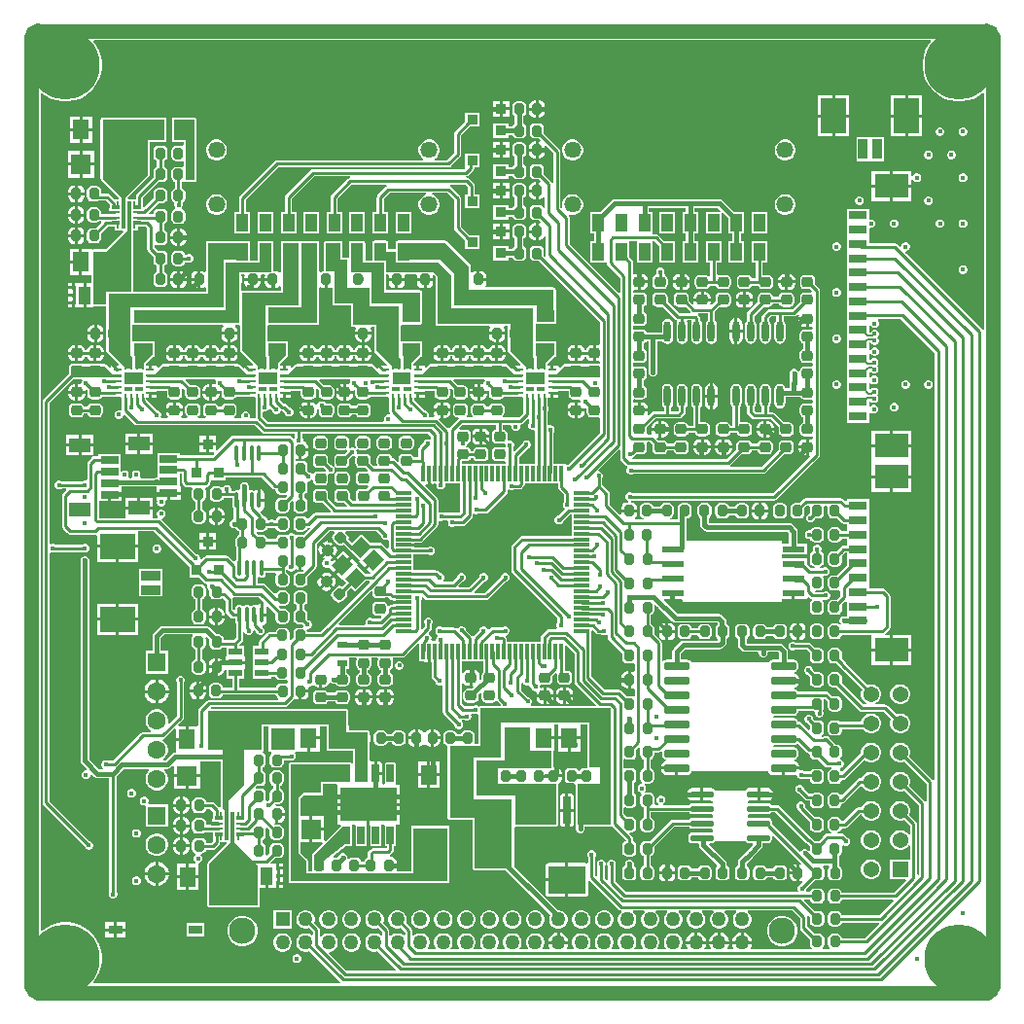
<source format=gtl>
G04*
G04 #@! TF.GenerationSoftware,Altium Limited,Altium Designer,24.1.2 (44)*
G04*
G04 Layer_Physical_Order=1*
G04 Layer_Color=255*
%FSLAX44Y44*%
%MOMM*%
G71*
G04*
G04 #@! TF.SameCoordinates,FCEE4AF4-6A06-48D6-82EE-D5922FD24EB1*
G04*
G04*
G04 #@! TF.FilePolarity,Positive*
G04*
G01*
G75*
%ADD12C,0.2540*%
%ADD15C,0.3810*%
%ADD25C,1.2300*%
G04:AMPARAMS|DCode=26|XSize=3.2mm|YSize=2.4mm|CornerRadius=0.048mm|HoleSize=0mm|Usage=FLASHONLY|Rotation=0.000|XOffset=0mm|YOffset=0mm|HoleType=Round|Shape=RoundedRectangle|*
%AMROUNDEDRECTD26*
21,1,3.2000,2.3040,0,0,0.0*
21,1,3.1040,2.4000,0,0,0.0*
1,1,0.0960,1.5520,-1.1520*
1,1,0.0960,-1.5520,-1.1520*
1,1,0.0960,-1.5520,1.1520*
1,1,0.0960,1.5520,1.1520*
%
%ADD26ROUNDEDRECTD26*%
G04:AMPARAMS|DCode=27|XSize=0.7mm|YSize=2.4mm|CornerRadius=0.049mm|HoleSize=0mm|Usage=FLASHONLY|Rotation=0.000|XOffset=0mm|YOffset=0mm|HoleType=Round|Shape=RoundedRectangle|*
%AMROUNDEDRECTD27*
21,1,0.7000,2.3020,0,0,0.0*
21,1,0.6020,2.4000,0,0,0.0*
1,1,0.0980,0.3010,-1.1510*
1,1,0.0980,-0.3010,-1.1510*
1,1,0.0980,-0.3010,1.1510*
1,1,0.0980,0.3010,1.1510*
%
%ADD27ROUNDEDRECTD27*%
%ADD28R,2.2098X3.0988*%
%ADD29R,0.8128X1.7018*%
%ADD30R,0.2500X0.6500*%
%ADD31R,0.6500X0.3000*%
%ADD32R,0.7000X1.0000*%
%ADD33R,0.6500X0.2500*%
%ADD34R,0.6500X0.2286*%
%ADD35R,1.5000X1.0000*%
G04:AMPARAMS|DCode=36|XSize=1.55mm|YSize=0.6mm|CornerRadius=0.03mm|HoleSize=0mm|Usage=FLASHONLY|Rotation=90.000|XOffset=0mm|YOffset=0mm|HoleType=Round|Shape=RoundedRectangle|*
%AMROUNDEDRECTD36*
21,1,1.5500,0.5400,0,0,90.0*
21,1,1.4900,0.6000,0,0,90.0*
1,1,0.0600,0.2700,0.7450*
1,1,0.0600,0.2700,-0.7450*
1,1,0.0600,-0.2700,-0.7450*
1,1,0.0600,-0.2700,0.7450*
%
%ADD36ROUNDEDRECTD36*%
%ADD37R,4.9000X2.9500*%
%ADD38R,0.3300X1.3500*%
%ADD39R,1.3500X0.3300*%
%ADD40R,1.9050X1.2954*%
%ADD41R,1.5494X0.6604*%
%ADD42O,0.3500X1.4000*%
%ADD43R,0.9000X0.9500*%
%ADD44R,1.8000X1.8000*%
%ADD45R,1.8000X1.8000*%
%ADD46R,1.2000X0.6000*%
%ADD47R,1.4000X1.8000*%
%ADD48R,0.3000X2.4000*%
%ADD49R,0.6500X0.3000*%
%ADD50R,0.9000X0.6000*%
%ADD51R,0.8000X1.5000*%
%ADD52R,0.7000X1.5000*%
%ADD53R,1.0000X1.5000*%
%ADD54R,3.0000X2.1000*%
%ADD55R,1.6000X0.8000*%
%ADD56R,1.7018X0.8128*%
%ADD57R,3.0988X2.2098*%
G04:AMPARAMS|DCode=58|XSize=2.16mm|YSize=0.72mm|CornerRadius=0.18mm|HoleSize=0mm|Usage=FLASHONLY|Rotation=0.000|XOffset=0mm|YOffset=0mm|HoleType=Round|Shape=RoundedRectangle|*
%AMROUNDEDRECTD58*
21,1,2.1600,0.3600,0,0,0.0*
21,1,1.8000,0.7200,0,0,0.0*
1,1,0.3600,0.9000,-0.1800*
1,1,0.3600,-0.9000,-0.1800*
1,1,0.3600,-0.9000,0.1800*
1,1,0.3600,0.9000,0.1800*
%
%ADD58ROUNDEDRECTD58*%
%ADD59R,2.9500X3.5000*%
%ADD60R,1.9539X0.5821*%
%ADD61R,0.4500X0.3000*%
G04:AMPARAMS|DCode=62|XSize=0.95mm|YSize=0.85mm|CornerRadius=0.2125mm|HoleSize=0mm|Usage=FLASHONLY|Rotation=0.000|XOffset=0mm|YOffset=0mm|HoleType=Round|Shape=RoundedRectangle|*
%AMROUNDEDRECTD62*
21,1,0.9500,0.4250,0,0,0.0*
21,1,0.5250,0.8500,0,0,0.0*
1,1,0.4250,0.2625,-0.2125*
1,1,0.4250,-0.2625,-0.2125*
1,1,0.4250,-0.2625,0.2125*
1,1,0.4250,0.2625,0.2125*
%
%ADD62ROUNDEDRECTD62*%
%ADD63O,0.6000X1.8000*%
G04:AMPARAMS|DCode=64|XSize=0.95mm|YSize=0.85mm|CornerRadius=0.2125mm|HoleSize=0mm|Usage=FLASHONLY|Rotation=90.000|XOffset=0mm|YOffset=0mm|HoleType=Round|Shape=RoundedRectangle|*
%AMROUNDEDRECTD64*
21,1,0.9500,0.4250,0,0,90.0*
21,1,0.5250,0.8500,0,0,90.0*
1,1,0.4250,0.2125,0.2625*
1,1,0.4250,0.2125,-0.2625*
1,1,0.4250,-0.2125,-0.2625*
1,1,0.4250,-0.2125,0.2625*
%
%ADD64ROUNDEDRECTD64*%
G04:AMPARAMS|DCode=65|XSize=0.95mm|YSize=0.85mm|CornerRadius=0.2125mm|HoleSize=0mm|Usage=FLASHONLY|Rotation=45.000|XOffset=0mm|YOffset=0mm|HoleType=Round|Shape=RoundedRectangle|*
%AMROUNDEDRECTD65*
21,1,0.9500,0.4250,0,0,45.0*
21,1,0.5250,0.8500,0,0,45.0*
1,1,0.4250,0.3359,0.0354*
1,1,0.4250,-0.0354,-0.3359*
1,1,0.4250,-0.3359,-0.0354*
1,1,0.4250,0.0354,0.3359*
%
%ADD65ROUNDEDRECTD65*%
G04:AMPARAMS|DCode=66|XSize=1.4mm|YSize=1.2mm|CornerRadius=0mm|HoleSize=0mm|Usage=FLASHONLY|Rotation=45.000|XOffset=0mm|YOffset=0mm|HoleType=Round|Shape=Rectangle|*
%AMROTATEDRECTD66*
4,1,4,-0.0707,-0.9192,-0.9192,-0.0707,0.0707,0.9192,0.9192,0.0707,-0.0707,-0.9192,0.0*
%
%ADD66ROTATEDRECTD66*%

%ADD67R,1.2000X0.8000*%
G04:AMPARAMS|DCode=68|XSize=0.95mm|YSize=0.85mm|CornerRadius=0.2125mm|HoleSize=0mm|Usage=FLASHONLY|Rotation=315.000|XOffset=0mm|YOffset=0mm|HoleType=Round|Shape=RoundedRectangle|*
%AMROUNDEDRECTD68*
21,1,0.9500,0.4250,0,0,315.0*
21,1,0.5250,0.8500,0,0,315.0*
1,1,0.4250,0.0354,-0.3359*
1,1,0.4250,-0.3359,0.0354*
1,1,0.4250,-0.0354,0.3359*
1,1,0.4250,0.3359,-0.0354*
%
%ADD68ROUNDEDRECTD68*%
%ADD69R,0.9500X0.9000*%
G04:AMPARAMS|DCode=70|XSize=1.96mm|YSize=0.57mm|CornerRadius=0.1397mm|HoleSize=0mm|Usage=FLASHONLY|Rotation=0.000|XOffset=0mm|YOffset=0mm|HoleType=Round|Shape=RoundedRectangle|*
%AMROUNDEDRECTD70*
21,1,1.9600,0.2907,0,0,0.0*
21,1,1.6807,0.5700,0,0,0.0*
1,1,0.2793,0.8404,-0.1454*
1,1,0.2793,-0.8404,-0.1454*
1,1,0.2793,-0.8404,0.1454*
1,1,0.2793,0.8404,0.1454*
%
%ADD70ROUNDEDRECTD70*%
%ADD126R,1.0000X1.6000*%
%ADD127C,0.1800*%
%ADD128R,1.5972X0.9972*%
%ADD129R,2.1057X1.9532*%
%ADD130C,2.3000*%
%ADD131R,1.2580X1.2580*%
%ADD132C,1.2580*%
%ADD133C,0.3000*%
%ADD134C,1.3700*%
%ADD135R,1.3700X1.3700*%
%ADD136C,1.4580*%
%ADD137C,1.6000*%
%ADD138R,1.6000X1.6000*%
%ADD139C,1.0000*%
%ADD140C,6.0000*%
%ADD141C,0.4000*%
G36*
X837997Y837997D02*
X837984Y830638D01*
X837837D01*
X830440Y838035D01*
X837959D01*
X837997Y837997D01*
D02*
G37*
G36*
X19362Y837984D02*
Y837837D01*
X11965Y830440D01*
Y837959D01*
X12003Y837997D01*
X19362Y837984D01*
D02*
G37*
G36*
X789056Y835648D02*
X789523Y834378D01*
X786819Y830656D01*
X784548Y826199D01*
X783002Y821442D01*
X782220Y816501D01*
Y811499D01*
X783002Y806558D01*
X784548Y801801D01*
X786819Y797344D01*
X789760Y793297D01*
X793297Y789760D01*
X797344Y786819D01*
X801801Y784548D01*
X806558Y783002D01*
X811499Y782220D01*
X816501D01*
X821442Y783002D01*
X826199Y784548D01*
X830656Y786819D01*
X834384Y789528D01*
X835654Y789066D01*
X835654Y583802D01*
X834478Y583198D01*
X834384Y583213D01*
X833758Y584150D01*
X767175Y650732D01*
X767701Y652002D01*
X768038D01*
X769428Y652578D01*
X770491Y653641D01*
X771067Y655031D01*
Y656534D01*
X770491Y657924D01*
X769428Y658987D01*
X768038Y659562D01*
X766535D01*
X765145Y658987D01*
X764082Y657924D01*
X763506Y656534D01*
Y656197D01*
X762236Y655671D01*
X760339Y657569D01*
X759330Y658243D01*
X758140Y658480D01*
X735780D01*
Y663550D01*
X735780Y663880D01*
Y664820D01*
X735780Y665150D01*
Y671498D01*
X736535Y672002D01*
X738038D01*
X739428Y672578D01*
X740491Y673641D01*
X741067Y675031D01*
Y676534D01*
X740491Y677924D01*
X739428Y678987D01*
X738038Y679562D01*
X736535D01*
X735780Y680067D01*
Y688880D01*
X716220D01*
Y677320D01*
X716220D01*
Y676380D01*
X716220D01*
Y665150D01*
X716220Y664820D01*
Y663880D01*
X716220Y663550D01*
Y652650D01*
X716220Y652320D01*
X716220D01*
Y651380D01*
X716220D01*
Y639820D01*
X716220D01*
Y638880D01*
X716220D01*
Y627320D01*
X716220D01*
Y626380D01*
X716220D01*
Y614820D01*
X716220D01*
Y613880D01*
X716220D01*
Y602320D01*
X716220D01*
Y601380D01*
X716220D01*
Y590150D01*
X716220Y589820D01*
Y588880D01*
X716220Y588550D01*
Y577320D01*
X716220D01*
Y576380D01*
X716220D01*
Y565150D01*
X716220Y564820D01*
Y563880D01*
X716220Y563550D01*
Y552320D01*
X716220D01*
Y551380D01*
X716220D01*
Y540150D01*
X716220Y539820D01*
Y538880D01*
X716220Y538550D01*
Y527320D01*
X716220D01*
Y526380D01*
X716220D01*
Y515150D01*
X716220Y514820D01*
Y513880D01*
X716220Y513550D01*
Y502320D01*
X735780D01*
Y510960D01*
X737050Y511486D01*
X737564Y510972D01*
X738953Y510397D01*
X740457D01*
X741846Y510972D01*
X742910Y512035D01*
X743485Y513425D01*
Y514929D01*
X742910Y516318D01*
X741846Y517381D01*
X740457Y517957D01*
X738953D01*
X737564Y517381D01*
X737050Y516867D01*
X735780Y517393D01*
Y520502D01*
X737050Y521000D01*
X737761Y520289D01*
X739150Y519714D01*
X740654D01*
X742043Y520289D01*
X743107Y521353D01*
X743682Y522742D01*
Y524246D01*
X743107Y525635D01*
X742358Y526384D01*
X743107Y527133D01*
X743682Y528522D01*
Y530026D01*
X743107Y531415D01*
X742043Y532478D01*
X740654Y533054D01*
X739150D01*
X737761Y532478D01*
X737050Y531768D01*
X735780Y532266D01*
Y536826D01*
X736396Y537114D01*
X737050Y537216D01*
X737974Y536292D01*
X739363Y535716D01*
X740867D01*
X742257Y536292D01*
X743320Y537355D01*
X743895Y538744D01*
Y540248D01*
X743320Y541637D01*
X742257Y542701D01*
X740867Y543276D01*
X739363D01*
X737974Y542701D01*
X737050Y541776D01*
X736396Y541878D01*
X735780Y542166D01*
Y546343D01*
X736396Y546632D01*
X737050Y546733D01*
X737974Y545809D01*
X739363Y545233D01*
X740867D01*
X742257Y545809D01*
X743320Y546872D01*
X743895Y548261D01*
Y549765D01*
X743320Y551154D01*
X742571Y551903D01*
X743320Y552652D01*
X743895Y554041D01*
Y555545D01*
X743320Y556934D01*
X742257Y557998D01*
X740867Y558573D01*
X739363D01*
X737974Y557998D01*
X737050Y557073D01*
X736396Y557175D01*
X735780Y557463D01*
Y562353D01*
X737050Y562606D01*
X737237Y562155D01*
X738300Y561092D01*
X739689Y560517D01*
X741193D01*
X742582Y561092D01*
X743646Y562155D01*
X744221Y563545D01*
Y565048D01*
X743646Y566438D01*
X742582Y567501D01*
X741193Y568077D01*
X739689D01*
X738300Y567501D01*
X737237Y566438D01*
X737050Y565987D01*
X735780Y566240D01*
Y572467D01*
X737057D01*
X737293Y571899D01*
X738356Y570835D01*
X739745Y570260D01*
X741249D01*
X742638Y570835D01*
X743702Y571899D01*
X744277Y573288D01*
Y574792D01*
X743702Y576181D01*
X742953Y576930D01*
X743702Y577679D01*
X744277Y579068D01*
Y580572D01*
X743702Y581961D01*
X742638Y583024D01*
X741249Y583600D01*
X739745D01*
X738356Y583024D01*
X737293Y581961D01*
X736991Y581232D01*
X735780D01*
Y586964D01*
X737050Y587217D01*
X737293Y586631D01*
X738356Y585568D01*
X739745Y584992D01*
X741249D01*
X742638Y585568D01*
X743702Y586631D01*
X744277Y588020D01*
Y589524D01*
X743702Y590913D01*
X743183Y591432D01*
X743709Y592702D01*
X763303D01*
X792682Y563323D01*
Y191760D01*
X792433Y191558D01*
X790838Y191660D01*
X770627Y211870D01*
X770742Y212069D01*
X771330Y214264D01*
Y216536D01*
X770742Y218731D01*
X769606Y220699D01*
X767999Y222306D01*
X766031Y223442D01*
X763836Y224030D01*
X761564D01*
X759369Y223442D01*
X757401Y222306D01*
X755794Y220699D01*
X754658Y218731D01*
X754070Y216536D01*
Y214264D01*
X754658Y212069D01*
X755794Y210101D01*
X757401Y208494D01*
X759369Y207358D01*
X761564Y206770D01*
X763836D01*
X766031Y207358D01*
X766229Y207473D01*
X785529Y188173D01*
Y173119D01*
X784259Y172734D01*
X784048Y173050D01*
X770627Y186471D01*
X770742Y186669D01*
X771330Y188864D01*
Y191136D01*
X770742Y193331D01*
X769606Y195299D01*
X767999Y196906D01*
X766031Y198042D01*
X763836Y198630D01*
X761564D01*
X759369Y198042D01*
X757401Y196906D01*
X755794Y195299D01*
X754658Y193331D01*
X754070Y191136D01*
Y188864D01*
X754658Y186669D01*
X755794Y184701D01*
X757401Y183094D01*
X759369Y181958D01*
X761564Y181370D01*
X763836D01*
X766031Y181958D01*
X766229Y182073D01*
X778739Y169563D01*
Y108928D01*
X778712Y108909D01*
X777442Y109588D01*
Y152968D01*
X777442Y152968D01*
X777205Y154158D01*
X776531Y155167D01*
X776531Y155167D01*
X770627Y161070D01*
X770742Y161269D01*
X771330Y163464D01*
Y165736D01*
X770742Y167931D01*
X769606Y169899D01*
X767999Y171506D01*
X766031Y172642D01*
X763836Y173230D01*
X761564D01*
X759369Y172642D01*
X757401Y171506D01*
X755794Y169899D01*
X754658Y167931D01*
X754070Y165736D01*
Y163464D01*
X754658Y161269D01*
X755794Y159301D01*
X757401Y157694D01*
X759369Y156558D01*
X761564Y155970D01*
X763836D01*
X766031Y156558D01*
X766229Y156673D01*
X771222Y151680D01*
Y144239D01*
X769952Y143899D01*
X769606Y144499D01*
X767999Y146106D01*
X766031Y147242D01*
X763836Y147830D01*
X761564D01*
X759369Y147242D01*
X757401Y146106D01*
X755794Y144499D01*
X754658Y142531D01*
X754070Y140336D01*
Y138064D01*
X754658Y135869D01*
X755794Y133901D01*
X757401Y132294D01*
X759369Y131158D01*
X761564Y130570D01*
X763836D01*
X766031Y131158D01*
X767999Y132294D01*
X769606Y133901D01*
X769952Y134501D01*
X771222Y134161D01*
Y122430D01*
X754070D01*
Y105170D01*
X767576D01*
X768062Y103997D01*
X757470Y93405D01*
X711919D01*
X711712Y94444D01*
X710849Y95735D01*
X709557Y96598D01*
X708034Y96901D01*
X703784D01*
X702260Y96598D01*
X700968Y95735D01*
X700105Y94444D01*
X699802Y92920D01*
Y87670D01*
X700105Y86146D01*
X700968Y84855D01*
X702260Y83991D01*
X703784Y83688D01*
X708034D01*
X709557Y83991D01*
X710849Y84855D01*
X711712Y86146D01*
X711919Y87185D01*
X756572D01*
X757058Y86012D01*
X744655Y73608D01*
X711919D01*
X711712Y74647D01*
X710849Y75939D01*
X709557Y76802D01*
X708034Y77105D01*
X703784D01*
X702260Y76802D01*
X700968Y75939D01*
X700105Y74647D01*
X699802Y73123D01*
Y67873D01*
X700105Y66350D01*
X700968Y65058D01*
X702260Y64195D01*
X703784Y63892D01*
X708034D01*
X709557Y64195D01*
X710849Y65058D01*
X711712Y66350D01*
X711919Y67389D01*
X744007D01*
X744493Y66215D01*
X732089Y53812D01*
X711919D01*
X711712Y54851D01*
X710849Y56142D01*
X709557Y57005D01*
X708034Y57308D01*
X703784D01*
X702260Y57005D01*
X700968Y56142D01*
X700105Y54851D01*
X699802Y53327D01*
Y48077D01*
X700105Y46553D01*
X700968Y45262D01*
X701330Y45020D01*
X700945Y43750D01*
X695373D01*
X694987Y45020D01*
X695349Y45262D01*
X696212Y46553D01*
X696515Y48077D01*
Y53327D01*
X696212Y54851D01*
X695349Y56142D01*
X694057Y57005D01*
X692534Y57308D01*
X688284D01*
X688214Y57294D01*
X681820Y63688D01*
Y72269D01*
X681665Y73048D01*
X682836Y73673D01*
X684302Y72207D01*
Y67873D01*
X684605Y66350D01*
X685468Y65058D01*
X686760Y64195D01*
X688284Y63892D01*
X692534D01*
X694057Y64195D01*
X695349Y65058D01*
X696212Y66350D01*
X696515Y67873D01*
Y73123D01*
X696212Y74647D01*
X695349Y75939D01*
X694057Y76802D01*
X692534Y77105D01*
X688284D01*
X688214Y77091D01*
X678843Y86462D01*
X679329Y87635D01*
X684309D01*
X684605Y86146D01*
X685468Y84855D01*
X686760Y83991D01*
X688284Y83688D01*
X692534D01*
X694057Y83991D01*
X695349Y84855D01*
X696212Y86146D01*
X696515Y87670D01*
Y92920D01*
X696212Y94444D01*
X695349Y95735D01*
X694057Y96598D01*
X692534Y96901D01*
X688284D01*
X686760Y96598D01*
X685468Y95735D01*
X684605Y94444D01*
X684488Y93855D01*
X681308D01*
X680662Y95125D01*
X681055Y96075D01*
Y96544D01*
X688377Y103866D01*
X692534D01*
X694057Y104169D01*
X695349Y105032D01*
X696212Y106324D01*
X696515Y107847D01*
Y113097D01*
X696212Y114621D01*
X695349Y115913D01*
X695348Y115914D01*
X695733Y117184D01*
X700584D01*
X700970Y115914D01*
X700968Y115913D01*
X700105Y114621D01*
X699802Y113097D01*
Y107847D01*
X700105Y106324D01*
X700968Y105032D01*
X702260Y104169D01*
X703784Y103866D01*
X708034D01*
X709557Y104169D01*
X710849Y105032D01*
X711712Y106324D01*
X712015Y107847D01*
Y113097D01*
X711712Y114621D01*
X710849Y115913D01*
X709557Y116776D01*
X709515Y116784D01*
Y125269D01*
X710698Y126060D01*
X711561Y127351D01*
X711864Y128875D01*
Y134125D01*
X711842Y134236D01*
X713013Y134862D01*
X713285Y134589D01*
X714675Y134014D01*
X716178D01*
X717568Y134589D01*
X718631Y135653D01*
X719206Y137042D01*
Y138546D01*
X718631Y139935D01*
X717568Y140998D01*
X716758Y141334D01*
X714269Y143822D01*
X713260Y144497D01*
X712070Y144733D01*
X708423D01*
X708298Y146003D01*
X709407Y146224D01*
X710698Y147087D01*
X711561Y148379D01*
X711768Y149418D01*
X714629D01*
X715819Y149654D01*
X716828Y150328D01*
X727990Y161490D01*
X729199D01*
X729258Y161269D01*
X730394Y159301D01*
X732001Y157694D01*
X733969Y156558D01*
X736164Y155970D01*
X738436D01*
X740631Y156558D01*
X742599Y157694D01*
X744206Y159301D01*
X745342Y161269D01*
X745930Y163464D01*
Y165736D01*
X745342Y167931D01*
X744206Y169899D01*
X742599Y171506D01*
X740631Y172642D01*
X738436Y173230D01*
X736164D01*
X733969Y172642D01*
X732001Y171506D01*
X730394Y169899D01*
X729258Y167931D01*
X729199Y167710D01*
X726702D01*
X726702Y167710D01*
X725512Y167473D01*
X724503Y166799D01*
X724503Y166799D01*
X713341Y155637D01*
X711768D01*
X711561Y156676D01*
X710698Y157968D01*
X709407Y158831D01*
X707883Y159134D01*
X703633D01*
X702109Y158831D01*
X700818Y157968D01*
X699955Y156676D01*
X699651Y155152D01*
Y149902D01*
X699955Y148379D01*
X700818Y147087D01*
X702109Y146224D01*
X703218Y146003D01*
X703093Y144733D01*
X699271D01*
X698081Y144497D01*
X697072Y143822D01*
X694973Y141724D01*
X694299Y140715D01*
X694231Y140371D01*
X691967Y138106D01*
X688549D01*
X685491Y141165D01*
X684482Y141839D01*
X684266Y141882D01*
X657579Y168569D01*
X656570Y169243D01*
X655380Y169480D01*
X650497D01*
X650074Y170114D01*
X649023Y170816D01*
X647784Y171062D01*
X630976D01*
X630158Y171961D01*
Y172672D01*
X631181Y173603D01*
X638110D01*
Y179070D01*
Y184537D01*
X630976D01*
X629440Y184232D01*
X628138Y183361D01*
X627308Y182118D01*
X602052D01*
X601222Y183361D01*
X599919Y184232D01*
X598383Y184537D01*
X591250D01*
Y179070D01*
Y173603D01*
X598204D01*
X598877Y173091D01*
X599306Y172646D01*
X599305Y171883D01*
X598383Y171062D01*
X581576D01*
X580337Y170816D01*
X579286Y170114D01*
X578863Y169480D01*
X556790D01*
X556537Y170750D01*
X556623Y170786D01*
X557687Y171849D01*
X558262Y173238D01*
Y174742D01*
X557687Y176131D01*
X556623Y177194D01*
X555234Y177770D01*
X553730D01*
X552341Y177194D01*
X551278Y176131D01*
X550702Y174742D01*
Y173238D01*
X551278Y171849D01*
X552341Y170786D01*
X552427Y170750D01*
X552174Y169480D01*
X549487D01*
X548444Y170750D01*
X548521Y171134D01*
Y176384D01*
X548218Y177908D01*
X547354Y179199D01*
X546063Y180062D01*
X544539Y180365D01*
X541175D01*
X540649Y181635D01*
X540963Y181950D01*
X541539Y183339D01*
Y184843D01*
X540963Y186232D01*
X540020Y187176D01*
X540171Y188076D01*
X540289Y188417D01*
X544539D01*
X546063Y188720D01*
X547354Y189583D01*
X548218Y190875D01*
X548521Y192399D01*
Y197649D01*
X548218Y199172D01*
X547354Y200464D01*
X546063Y201327D01*
X545524Y201434D01*
Y209454D01*
X546063Y209562D01*
X547355Y210425D01*
X548218Y211716D01*
X548521Y213240D01*
Y215464D01*
X552361D01*
X553551Y215701D01*
X554260Y216175D01*
X555191Y215837D01*
X555530Y215549D01*
Y212830D01*
X555808Y211433D01*
X556599Y210249D01*
X557783Y209458D01*
X558501Y209315D01*
Y208020D01*
X557487Y207818D01*
X556051Y206859D01*
X555092Y205423D01*
X554755Y203730D01*
Y203200D01*
X568180D01*
Y201930D01*
X569450D01*
Y195705D01*
X577180D01*
X578873Y196042D01*
X580309Y197001D01*
X581268Y198437D01*
X581357Y198882D01*
X648003D01*
X648092Y198437D01*
X649051Y197001D01*
X650487Y196042D01*
X652180Y195705D01*
X659910D01*
Y201930D01*
X661180D01*
Y203200D01*
X674605D01*
Y203730D01*
X674268Y205423D01*
X673309Y206859D01*
X671873Y207818D01*
X670859Y208020D01*
Y209315D01*
X671577Y209458D01*
X672761Y210249D01*
X673552Y211433D01*
X673830Y212830D01*
Y216430D01*
X673552Y217827D01*
X672761Y219011D01*
X671577Y219802D01*
X670180Y220080D01*
X652180D01*
X651963Y220259D01*
Y220700D01*
X653158Y221880D01*
X670180D01*
X671577Y222158D01*
X672761Y222949D01*
X673907Y223062D01*
X681461Y215508D01*
X682470Y214833D01*
X683660Y214597D01*
X684152Y213514D01*
Y212985D01*
X684455Y211461D01*
X685318Y210169D01*
X686609Y209306D01*
X688133Y209003D01*
X691264D01*
X696980Y203287D01*
X696980Y203287D01*
X697989Y202613D01*
X699179Y202376D01*
X703093D01*
X703218Y201106D01*
X702109Y200886D01*
X700818Y200023D01*
X699955Y198731D01*
X699651Y197207D01*
Y191957D01*
X699955Y190434D01*
X700818Y189142D01*
X702109Y188279D01*
X703633Y187976D01*
X707883D01*
X709407Y188279D01*
X710698Y189142D01*
X711561Y190434D01*
X711768Y191472D01*
X712742D01*
X713932Y191709D01*
X714941Y192383D01*
X731527Y208969D01*
X732001Y208494D01*
X733969Y207358D01*
X736164Y206770D01*
X738436D01*
X740631Y207358D01*
X742599Y208494D01*
X744206Y210101D01*
X745342Y212069D01*
X745930Y214264D01*
Y216536D01*
X745342Y218731D01*
X744206Y220699D01*
X742599Y222306D01*
X740631Y223442D01*
X738436Y224030D01*
X736164D01*
X733969Y223442D01*
X732001Y222306D01*
X730394Y220699D01*
X729258Y218731D01*
X728670Y216536D01*
Y214908D01*
X712714Y198952D01*
X711215Y199249D01*
X710698Y200023D01*
X710080Y200436D01*
X710428Y201706D01*
X711817Y202281D01*
X712880Y203345D01*
X713456Y204734D01*
Y206238D01*
X712880Y207627D01*
X711817Y208690D01*
X711171Y208958D01*
X711020Y209347D01*
X710879Y210439D01*
X711561Y211461D01*
X711864Y212985D01*
Y218235D01*
X711561Y219758D01*
X710698Y221050D01*
X709407Y221913D01*
X707883Y222216D01*
X706212D01*
X706179Y222383D01*
X705505Y223392D01*
X701921Y226976D01*
X701391Y228255D01*
X700328Y229318D01*
X698938Y229894D01*
X697435D01*
X696045Y229318D01*
X695841Y229114D01*
X694609D01*
X693968Y230291D01*
X693982Y230384D01*
X695198Y231197D01*
X696061Y232488D01*
X696365Y234012D01*
Y239262D01*
X696061Y240786D01*
X695198Y242078D01*
X693907Y242941D01*
X692383Y243244D01*
X688745D01*
X687089Y244900D01*
Y245230D01*
X686513Y246619D01*
X685450Y247683D01*
X684061Y248258D01*
X682557D01*
X681167Y247683D01*
X680104Y246619D01*
X679529Y245230D01*
Y243726D01*
X680104Y242337D01*
X681167Y241273D01*
X682451Y240742D01*
X684152Y239042D01*
Y235294D01*
X682881Y234768D01*
X676227Y241423D01*
X675218Y242097D01*
X674028Y242334D01*
X673730D01*
X673552Y243227D01*
X672761Y244411D01*
X671577Y245202D01*
X670180Y245480D01*
X652180D01*
X651963Y245659D01*
Y246100D01*
X653158Y247280D01*
X670180D01*
X671577Y247558D01*
X672761Y248349D01*
X673552Y249533D01*
X673830Y250930D01*
Y251623D01*
X686217D01*
X686609Y251361D01*
X687576Y251169D01*
X688530Y250155D01*
Y248651D01*
X689106Y247262D01*
X690169Y246198D01*
X691559Y245623D01*
X693062D01*
X694452Y246198D01*
X695515Y247262D01*
X696090Y248651D01*
Y250155D01*
X695577Y251393D01*
Y252792D01*
X696061Y253516D01*
X696365Y255040D01*
Y260290D01*
X696199Y261122D01*
X696308Y261332D01*
X697540Y261712D01*
X699651Y259600D01*
Y255040D01*
X699955Y253516D01*
X700818Y252224D01*
X702109Y251361D01*
X703633Y251058D01*
X707883D01*
X709407Y251361D01*
X710698Y252224D01*
X711561Y253516D01*
X711864Y255040D01*
Y260290D01*
X711561Y261813D01*
X710698Y263105D01*
X709407Y263968D01*
X707883Y264271D01*
X703776D01*
X700347Y267701D01*
X699338Y268375D01*
X698148Y268612D01*
X682605D01*
X682243Y268540D01*
X673570D01*
X673552Y268627D01*
X672761Y269811D01*
X671577Y270602D01*
X670859Y270745D01*
Y272040D01*
X671873Y272242D01*
X673309Y273201D01*
X674268Y274637D01*
X674605Y276330D01*
Y276860D01*
X661180D01*
Y279400D01*
X674605D01*
Y279930D01*
X674268Y281623D01*
X673309Y283059D01*
X671873Y284018D01*
X670859Y284220D01*
Y285515D01*
X671577Y285658D01*
X672761Y286449D01*
X673552Y287633D01*
X673830Y289030D01*
Y292630D01*
X673552Y294027D01*
X672761Y295211D01*
X671577Y296002D01*
X670180Y296280D01*
X664868D01*
Y303247D01*
X664582Y304685D01*
X663767Y305904D01*
X660436Y309235D01*
X659217Y310049D01*
X657780Y310335D01*
X643382D01*
X643046Y310268D01*
X642709Y310335D01*
X629195D01*
X628973Y310557D01*
Y314391D01*
X630156Y315182D01*
X631019Y316473D01*
X631322Y317997D01*
Y323247D01*
X631019Y324771D01*
X630156Y326062D01*
X628864Y326926D01*
X627341Y327229D01*
X623091D01*
X621567Y326926D01*
X620275Y326062D01*
X619412Y324771D01*
X619109Y323247D01*
Y317997D01*
X619412Y316473D01*
X620275Y315182D01*
X621458Y314391D01*
Y309001D01*
X621744Y307563D01*
X622559Y306344D01*
X624982Y303921D01*
X626201Y303107D01*
X627639Y302821D01*
X638406D01*
X639580Y302623D01*
Y301120D01*
X640155Y299730D01*
X641218Y298667D01*
X642608Y298092D01*
X644111D01*
X645501Y298667D01*
X646564Y299730D01*
X647140Y301120D01*
Y302623D01*
X648313Y302821D01*
X656223D01*
X657353Y301691D01*
Y296280D01*
X652180D01*
X650783Y296002D01*
X649599Y295211D01*
X648808Y294027D01*
X648793Y293955D01*
X580566D01*
X580552Y294027D01*
X579761Y295211D01*
X578577Y296002D01*
X577180Y296280D01*
X571937D01*
Y301717D01*
X575335Y305115D01*
X605483D01*
X606920Y305401D01*
X608139Y306215D01*
X610371Y308447D01*
X611186Y309666D01*
X611472Y311104D01*
Y314294D01*
X611597Y314319D01*
X612889Y315182D01*
X613752Y316473D01*
X614055Y317997D01*
Y323247D01*
X613752Y324771D01*
X612889Y326062D01*
X611597Y326926D01*
X611358Y326973D01*
Y329761D01*
X611072Y331199D01*
X610258Y332417D01*
X607709Y334967D01*
X606490Y335781D01*
X605052Y336067D01*
X568530D01*
X556891Y347706D01*
X557378Y348879D01*
X563445D01*
Y354330D01*
X565985D01*
Y348879D01*
X572712D01*
X573610Y347981D01*
X573608Y346456D01*
X659341D01*
Y348879D01*
X668455D01*
Y354330D01*
X670995D01*
Y348879D01*
X682035D01*
Y350043D01*
X683208Y350529D01*
X683934Y349803D01*
X683934Y349803D01*
X684943Y349129D01*
X685677Y348983D01*
X685997Y347668D01*
X685318Y347215D01*
X684455Y345923D01*
X684152Y344399D01*
Y339150D01*
X684455Y337626D01*
X685318Y336334D01*
X686609Y335471D01*
X688133Y335168D01*
X692383D01*
X693907Y335471D01*
X695198Y336334D01*
X696061Y337626D01*
X696365Y339150D01*
Y344399D01*
X696061Y345923D01*
X695350Y346987D01*
X695488Y347976D01*
X695661Y348433D01*
X696181Y348608D01*
X697114Y348222D01*
X698618D01*
X700007Y348797D01*
X701071Y349861D01*
X701646Y351250D01*
Y352754D01*
X701071Y354143D01*
X700007Y355206D01*
X698618Y355782D01*
X697114D01*
X695725Y355206D01*
X695630Y355112D01*
X688508D01*
X688467Y355179D01*
X689186Y356450D01*
X692383D01*
X693907Y356753D01*
X695198Y357616D01*
X696061Y358907D01*
X696365Y360431D01*
Y365681D01*
X696061Y367205D01*
X695362Y368252D01*
X696029Y369330D01*
X696043Y369344D01*
X696670Y369085D01*
X698174D01*
X699563Y369660D01*
X700626Y370723D01*
X701202Y372113D01*
Y373616D01*
X700626Y375006D01*
X699563Y376069D01*
X698174Y376645D01*
X696670D01*
X695281Y376069D01*
X695186Y375974D01*
X692434D01*
X692383Y377223D01*
X693907Y377526D01*
X695198Y378389D01*
X696061Y379681D01*
X696365Y381204D01*
Y386454D01*
X696061Y387978D01*
X695198Y389270D01*
X693907Y390133D01*
X693905Y391428D01*
X694038Y391748D01*
Y393252D01*
X693463Y394641D01*
X692399Y395704D01*
X691010Y396280D01*
X689506D01*
X688117Y395704D01*
X687054Y394641D01*
X686478Y393252D01*
Y391748D01*
X686611Y391428D01*
X686609Y390133D01*
X685318Y389270D01*
X684455Y387978D01*
X684152Y386454D01*
Y381204D01*
X684455Y379681D01*
X685318Y378389D01*
X686609Y377526D01*
X688133Y377223D01*
X688082Y375974D01*
X684792D01*
X681275Y379492D01*
Y384421D01*
X659341D01*
Y387739D01*
X681275D01*
Y397121D01*
X673482D01*
Y407743D01*
X673196Y409181D01*
X672382Y410400D01*
X668743Y414038D01*
X667524Y414853D01*
X666087Y415139D01*
X596071D01*
X596040Y415170D01*
Y419529D01*
X597223Y420319D01*
X598086Y421611D01*
X598389Y423135D01*
Y428385D01*
X598086Y429908D01*
X597223Y431200D01*
X595932Y432063D01*
X594408Y432366D01*
X590158D01*
X588634Y432063D01*
X587342Y431200D01*
X586479Y429908D01*
X586176Y428385D01*
Y423135D01*
X586479Y421611D01*
X587342Y420319D01*
X588526Y419529D01*
Y413613D01*
X588812Y412176D01*
X589626Y410957D01*
X591858Y408725D01*
X593077Y407910D01*
X594515Y407624D01*
X664530D01*
X665968Y406186D01*
Y397121D01*
X659341D01*
Y399914D01*
X576428D01*
Y414941D01*
Y419153D01*
X577085D01*
X578609Y419456D01*
X579901Y420319D01*
X580764Y421611D01*
X581067Y423135D01*
Y428385D01*
X580764Y429908D01*
X579901Y431200D01*
X578609Y432063D01*
X577085Y432366D01*
X572836D01*
X571312Y432063D01*
X570020Y431200D01*
X569157Y429908D01*
X568854Y428385D01*
Y423135D01*
X568994Y422430D01*
Y421089D01*
X568913Y420683D01*
Y418051D01*
X562555D01*
X562429Y419321D01*
X563109Y419456D01*
X564401Y420319D01*
X565264Y421611D01*
X565567Y423135D01*
Y428385D01*
X565264Y429908D01*
X564401Y431200D01*
X563109Y432063D01*
X561586Y432366D01*
X557336D01*
X555812Y432063D01*
X554520Y431200D01*
X553657Y429908D01*
X553579Y429517D01*
X548019D01*
X547942Y429908D01*
X547079Y431200D01*
X545787Y432063D01*
X544263Y432366D01*
X540013D01*
X538490Y432063D01*
X537198Y431200D01*
X536335Y429908D01*
X536032Y428384D01*
Y423134D01*
X536335Y421611D01*
X537198Y420319D01*
X538490Y419456D01*
X539168Y419321D01*
X539043Y418051D01*
X531838D01*
X531453Y419321D01*
X532127Y419771D01*
X533158Y421314D01*
X533520Y423134D01*
Y424490D01*
X526638D01*
X519757D01*
Y423331D01*
X519289Y422989D01*
X518537Y422754D01*
X509840Y431452D01*
Y440538D01*
X509603Y441728D01*
X508929Y442737D01*
X503348Y448318D01*
Y453885D01*
X503449Y453985D01*
X504024Y455374D01*
Y456878D01*
X503449Y458268D01*
X502385Y459331D01*
X500996Y459906D01*
X500352D01*
X499826Y461176D01*
X517715Y479066D01*
X518888Y478580D01*
Y471603D01*
X519125Y470413D01*
X519799Y469404D01*
X523855Y465348D01*
X524864Y464674D01*
X525264Y463300D01*
X525116Y463151D01*
X524540Y461762D01*
Y460258D01*
X525116Y458869D01*
X526179Y457805D01*
X527568Y457230D01*
X529072D01*
X530461Y457805D01*
X530556Y457900D01*
X643255D01*
X644445Y458137D01*
X645454Y458811D01*
X661736Y475093D01*
X666070D01*
X667594Y475396D01*
X668885Y476260D01*
X669748Y477551D01*
X670051Y479075D01*
Y483325D01*
X669748Y484849D01*
X668885Y486140D01*
X667594Y487003D01*
X666070Y487307D01*
X660820D01*
X659296Y487003D01*
X658005Y486140D01*
X657141Y484849D01*
X656838Y483325D01*
Y479075D01*
X656852Y479005D01*
X641967Y464120D01*
X615360D01*
X614962Y465211D01*
X614954Y465390D01*
X624657Y475093D01*
X629491D01*
X631015Y475396D01*
X632306Y476260D01*
X633170Y477551D01*
X633277Y478090D01*
X638745D01*
X638852Y477551D01*
X639715Y476260D01*
X641007Y475396D01*
X642531Y475093D01*
X647781D01*
X649304Y475396D01*
X650596Y476260D01*
X651459Y477551D01*
X651762Y479075D01*
Y483325D01*
X651459Y484849D01*
X650596Y486140D01*
X649304Y487003D01*
X647781Y487307D01*
X642531D01*
X641007Y487003D01*
X639715Y486140D01*
X638852Y484849D01*
X638745Y484310D01*
X633277D01*
X633170Y484849D01*
X632306Y486140D01*
X631015Y487003D01*
X629491Y487307D01*
X624241D01*
X622717Y487003D01*
X621426Y486140D01*
X620563Y484849D01*
X620260Y483325D01*
Y479491D01*
X611425Y470657D01*
X529483D01*
X529231Y471927D01*
X529837Y472178D01*
X530900Y473241D01*
X530944Y473347D01*
X531117Y473463D01*
X532755Y475101D01*
X532794Y475093D01*
X538044D01*
X539568Y475396D01*
X540859Y476260D01*
X541722Y477551D01*
X542025Y479075D01*
Y483325D01*
X541772Y484598D01*
X542453Y485868D01*
X544643D01*
X547116Y483395D01*
X547102Y483325D01*
Y479075D01*
X547405Y477551D01*
X548268Y476260D01*
X549560Y475396D01*
X551083Y475093D01*
X556333D01*
X557857Y475396D01*
X559149Y476260D01*
X560012Y477551D01*
X560119Y478090D01*
X565587D01*
X565694Y477551D01*
X566558Y476260D01*
X567849Y475396D01*
X569373Y475093D01*
X574623D01*
X576147Y475396D01*
X577438Y476260D01*
X578301Y477551D01*
X578604Y479075D01*
Y483325D01*
X578301Y484849D01*
X577438Y486140D01*
X576147Y487003D01*
X574623Y487307D01*
X569373D01*
X567849Y487003D01*
X566558Y486140D01*
X565694Y484849D01*
X565587Y484310D01*
X560119D01*
X560012Y484849D01*
X559149Y486140D01*
X557857Y487003D01*
X556333Y487307D01*
X552000D01*
X550708Y488598D01*
X550937Y489341D01*
X551284Y489819D01*
X552438D01*
Y495430D01*
X546327D01*
Y494575D01*
X546590Y493251D01*
X546263Y492674D01*
X545858Y492233D01*
X545625Y492087D01*
X542490D01*
X541783Y493357D01*
X542025Y494575D01*
Y498409D01*
X549777Y506160D01*
X570067D01*
X571258Y506397D01*
X572266Y507071D01*
X574969Y509773D01*
X574969Y509774D01*
X575643Y510782D01*
X575880Y511973D01*
Y515894D01*
X576216Y516119D01*
X577273Y517700D01*
X577644Y519565D01*
Y531565D01*
X577273Y533430D01*
X576216Y535011D01*
X574635Y536068D01*
X572770Y536439D01*
X570905Y536068D01*
X569324Y535011D01*
X568267Y533430D01*
X567896Y531565D01*
Y519565D01*
X568267Y517700D01*
X569324Y516119D01*
X569660Y515894D01*
Y513261D01*
X568779Y512380D01*
X563180D01*
Y515894D01*
X563516Y516119D01*
X564573Y517700D01*
X564944Y519565D01*
Y531565D01*
X564573Y533430D01*
X563516Y535011D01*
X561935Y536068D01*
X560070Y536439D01*
X558205Y536068D01*
X556624Y535011D01*
X555567Y533430D01*
X555196Y531565D01*
Y519565D01*
X555567Y517700D01*
X556624Y516119D01*
X556960Y515894D01*
Y512380D01*
X548489D01*
X547299Y512143D01*
X546290Y511469D01*
X543664Y508843D01*
X543503Y508913D01*
X542617Y509592D01*
X542925Y511143D01*
Y511997D01*
X535544D01*
Y513267D01*
X534274D01*
Y520149D01*
X532919D01*
X531325Y519832D01*
X530055Y520501D01*
Y522332D01*
X531325Y523011D01*
X531395Y522964D01*
X532919Y522661D01*
X538169D01*
X539693Y522964D01*
X540984Y523827D01*
X541847Y525119D01*
X542150Y526642D01*
Y530892D01*
X541847Y532416D01*
X540984Y533708D01*
X539693Y534571D01*
X539301Y534649D01*
Y539454D01*
X539693Y539532D01*
X540984Y540395D01*
X541847Y541686D01*
X542150Y543210D01*
Y547460D01*
X541847Y548984D01*
X540984Y550275D01*
X539693Y551138D01*
X538169Y551441D01*
X532919D01*
X531395Y551138D01*
X531325Y551091D01*
X530055Y551770D01*
Y554400D01*
X531325Y555079D01*
X531395Y555032D01*
X532919Y554729D01*
X538169D01*
X539693Y555032D01*
X540984Y555895D01*
X541847Y557186D01*
X542150Y558710D01*
Y562960D01*
X541847Y564484D01*
X540984Y565775D01*
X539693Y566638D01*
X539301Y566716D01*
Y571521D01*
X539693Y571599D01*
X540984Y572462D01*
X541775Y573645D01*
X543613D01*
Y564250D01*
X543584Y564105D01*
Y547192D01*
X543533Y547067D01*
Y545564D01*
X544108Y544174D01*
X545171Y543111D01*
X546561Y542535D01*
X548064D01*
X549454Y543111D01*
X550517Y544174D01*
X551093Y545564D01*
Y546315D01*
X551099Y546344D01*
Y563990D01*
X551127Y564134D01*
Y573645D01*
X555938D01*
X556624Y572619D01*
X558205Y571562D01*
X560070Y571191D01*
X561935Y571562D01*
X563516Y572619D01*
X564573Y574200D01*
X564944Y576065D01*
Y588065D01*
X564573Y589930D01*
X563516Y591511D01*
X561935Y592568D01*
X560070Y592939D01*
X558205Y592568D01*
X556624Y591511D01*
X555567Y589930D01*
X555196Y588065D01*
Y581160D01*
X541775D01*
X540984Y582343D01*
X539693Y583206D01*
X538169Y583509D01*
X532919D01*
X531395Y583206D01*
X531325Y583159D01*
X530055Y583838D01*
Y586467D01*
X531325Y587146D01*
X531395Y587099D01*
X532919Y586796D01*
X538169D01*
X539693Y587099D01*
X540984Y587962D01*
X541847Y589254D01*
X542150Y590778D01*
Y595028D01*
X541847Y596551D01*
X540984Y597843D01*
X539693Y598706D01*
X539301Y598784D01*
Y603589D01*
X539693Y603667D01*
X540984Y604530D01*
X541847Y605821D01*
X542150Y607345D01*
Y611595D01*
X541847Y613119D01*
X540984Y614410D01*
X539693Y615273D01*
X538169Y615577D01*
X532919D01*
X531395Y615273D01*
X531325Y615227D01*
X530055Y615905D01*
Y617737D01*
X531325Y618406D01*
X532919Y618089D01*
X534274D01*
Y624970D01*
Y631851D01*
X532919D01*
X531325Y631534D01*
X530055Y632203D01*
Y642310D01*
X529818Y643500D01*
X529144Y644509D01*
X526780Y646873D01*
Y660632D01*
X533220D01*
Y642220D01*
X546780D01*
Y660632D01*
X548970D01*
X553220Y656382D01*
Y642220D01*
X566780D01*
Y660780D01*
X557618D01*
X552458Y665940D01*
X551449Y666614D01*
X550259Y666851D01*
X547897D01*
X546780Y667220D01*
X546780Y668121D01*
Y685780D01*
X543757D01*
Y689663D01*
X576243D01*
Y685780D01*
X573220D01*
Y667220D01*
X576243D01*
Y660780D01*
X573220D01*
Y642220D01*
X586780D01*
Y660780D01*
X583757D01*
Y667220D01*
X586780D01*
Y685780D01*
X583757D01*
Y689663D01*
X604024D01*
X606637Y687050D01*
X606110Y685780D01*
X605790Y685780D01*
X605790Y685780D01*
X605787Y685780D01*
X593220D01*
Y667220D01*
X606780D01*
X606780Y684787D01*
Y684790D01*
Y684790D01*
X606780Y685110D01*
X607296Y685324D01*
X608050Y685637D01*
X613220Y680467D01*
Y667220D01*
X616243D01*
Y660780D01*
X613220D01*
Y642220D01*
X626780D01*
Y660780D01*
X623757D01*
Y667220D01*
X626780D01*
Y685780D01*
X618534D01*
X608237Y696077D01*
X607018Y696891D01*
X605580Y697177D01*
X514420D01*
X512982Y696891D01*
X511763Y696077D01*
X501466Y685780D01*
X493220D01*
Y667220D01*
X496243D01*
Y660780D01*
X493220D01*
Y642220D01*
X506194D01*
X507085Y641618D01*
X507312Y641170D01*
X507481Y640321D01*
X508155Y639312D01*
X518888Y628579D01*
Y616024D01*
X517715Y615538D01*
X474990Y658262D01*
Y680475D01*
X474754Y681665D01*
X474080Y682674D01*
X474029Y682725D01*
X474686Y683864D01*
X476306Y683430D01*
X478694D01*
X481001Y684048D01*
X483069Y685242D01*
X484758Y686931D01*
X485952Y688999D01*
X486570Y691306D01*
Y693694D01*
X485952Y696001D01*
X484758Y698069D01*
X483069Y699758D01*
X481001Y700952D01*
X478694Y701570D01*
X476306D01*
X473999Y700952D01*
X471931Y699758D01*
X470242Y698069D01*
X469048Y696001D01*
X468430Y693694D01*
Y691306D01*
X468715Y690243D01*
X467599Y689500D01*
X466977Y689980D01*
Y738621D01*
X466977Y738621D01*
X466740Y739811D01*
X466066Y740820D01*
X466066Y740820D01*
X452531Y754355D01*
Y759189D01*
X452227Y760713D01*
X451364Y762004D01*
X450073Y762867D01*
X448549Y763170D01*
X444299D01*
X442775Y762867D01*
X441484Y762004D01*
X440621Y760713D01*
X440317Y759189D01*
Y753939D01*
X440621Y752415D01*
X441484Y751124D01*
X442775Y750261D01*
X444299Y749958D01*
X448133D01*
X449624Y748466D01*
X448998Y747296D01*
X448549Y747385D01*
X447694D01*
Y741274D01*
X453305D01*
Y742629D01*
X453216Y743078D01*
X454386Y743704D01*
X460757Y737333D01*
Y711373D01*
X459487Y711248D01*
X459423Y711568D01*
X458749Y712577D01*
X452531Y718795D01*
Y723629D01*
X452227Y725153D01*
X451364Y726444D01*
X450073Y727307D01*
X448549Y727610D01*
X444299D01*
X442775Y727307D01*
X441484Y726444D01*
X440621Y725153D01*
X440317Y723629D01*
Y718379D01*
X440621Y716855D01*
X441484Y715564D01*
X442775Y714701D01*
X444299Y714398D01*
X448133D01*
X449624Y712906D01*
X448998Y711736D01*
X448549Y711825D01*
X447694D01*
Y704444D01*
Y697063D01*
X448549D01*
X450369Y697425D01*
X451912Y698456D01*
X452171Y698842D01*
X453441Y698457D01*
Y690415D01*
X452263Y689665D01*
X452171Y689678D01*
X451364Y690884D01*
X450073Y691747D01*
X448549Y692050D01*
X444299D01*
X442775Y691747D01*
X441484Y690884D01*
X440621Y689593D01*
X440317Y688069D01*
Y682819D01*
X440621Y681295D01*
X441484Y680004D01*
X442775Y679141D01*
X444299Y678838D01*
X448133D01*
X449624Y677346D01*
X448998Y676176D01*
X448549Y676265D01*
X447694D01*
Y668884D01*
Y661503D01*
X448549D01*
X450369Y661865D01*
X451912Y662896D01*
X452943Y664439D01*
X453053Y664990D01*
X454323Y664865D01*
Y648255D01*
X454391Y647915D01*
X453221Y647287D01*
X452531Y647828D01*
Y652509D01*
X452227Y654033D01*
X451364Y655324D01*
X450073Y656187D01*
X448549Y656490D01*
X444299D01*
X442775Y656187D01*
X441484Y655324D01*
X440621Y654033D01*
X440317Y652509D01*
Y647259D01*
X440621Y645735D01*
X441484Y644444D01*
X442775Y643581D01*
X444299Y643278D01*
X448133D01*
X501335Y590075D01*
Y570633D01*
X500065Y569743D01*
X498941Y569967D01*
X497586D01*
Y563085D01*
Y556204D01*
X498941D01*
X500065Y556428D01*
X501335Y555538D01*
Y553975D01*
X500065Y553468D01*
X498941Y553692D01*
X493691D01*
X492385Y553432D01*
X484499D01*
X483193Y553692D01*
X477943D01*
X476637Y553432D01*
X470162D01*
X469467Y553294D01*
X468879Y552901D01*
X466420Y550443D01*
X465247Y550928D01*
Y552127D01*
X460727D01*
Y548337D01*
X458187D01*
Y552127D01*
X455737D01*
Y553577D01*
X461908Y559748D01*
X462985D01*
Y561459D01*
X463015Y561606D01*
Y571528D01*
X462985Y571675D01*
Y573307D01*
X461375D01*
X461200Y573342D01*
X445706D01*
X445078Y574417D01*
Y588210D01*
X462985D01*
Y601770D01*
X462854D01*
Y618490D01*
X462716Y619184D01*
X462323Y619773D01*
X461734Y620167D01*
X461039Y620305D01*
X401826D01*
X401250Y621575D01*
X401986Y622677D01*
X402348Y624497D01*
Y625852D01*
X395467D01*
Y627122D01*
X394197D01*
Y634504D01*
X393342D01*
X391522Y634142D01*
X390321Y633340D01*
X389051Y633835D01*
Y638735D01*
X388913Y639430D01*
X388520Y640019D01*
X368125Y660413D01*
X367537Y660807D01*
X366842Y660945D01*
X325120D01*
X324426Y660807D01*
X324385Y660780D01*
X323220D01*
Y653454D01*
X323178Y653419D01*
X316806D01*
Y659130D01*
X316780Y659262D01*
Y660780D01*
X315726D01*
X315686Y660807D01*
X314991Y660945D01*
X305039Y660945D01*
X304345Y660807D01*
X304305Y660780D01*
X303220D01*
Y643683D01*
X296956D01*
X296956Y659019D01*
X296817Y659713D01*
X296780Y659769D01*
Y660780D01*
X295410D01*
X295141Y660834D01*
X284977D01*
X284708Y660780D01*
X283220D01*
Y659307D01*
X283163Y659019D01*
Y646435D01*
X281895Y645755D01*
X281201Y645893D01*
X276880D01*
Y659019D01*
X276780Y659521D01*
Y660780D01*
X275334D01*
X275065Y660834D01*
X262903D01*
X262209Y660695D01*
X261620Y660302D01*
X261226Y659713D01*
X261088Y659019D01*
Y634504D01*
X260778D01*
X258958Y634142D01*
X258101Y633569D01*
X256831Y634248D01*
Y658876D01*
X256780Y659132D01*
Y660780D01*
X243220D01*
Y660691D01*
X241793D01*
X241098Y660553D01*
X241068Y660532D01*
X240149Y660264D01*
X239231Y660532D01*
X239200Y660553D01*
X238506Y660691D01*
X236780D01*
Y660780D01*
X223220D01*
Y642220D01*
X223229D01*
Y633395D01*
X221959Y633009D01*
X221891Y633111D01*
X220348Y634142D01*
X218528Y634504D01*
X216780D01*
Y658876D01*
X216780Y658878D01*
Y660780D01*
X203220D01*
Y659373D01*
X203121Y658876D01*
Y643844D01*
X196780D01*
Y660780D01*
X183220D01*
Y660691D01*
X160020Y660691D01*
X159325Y660553D01*
X158737Y660159D01*
X158343Y659570D01*
X158205Y658876D01*
X158205Y634334D01*
X156935Y633655D01*
X156207Y634142D01*
X154387Y634504D01*
X153532D01*
Y627122D01*
Y619741D01*
X154387D01*
X156207Y620103D01*
X156935Y620589D01*
X158205Y619910D01*
Y616749D01*
X94741D01*
X94734Y616757D01*
Y669480D01*
X99199D01*
Y672980D01*
X103200D01*
Y673150D01*
X105646D01*
X107126Y671670D01*
Y653923D01*
X107363Y652733D01*
X108037Y651724D01*
X112619Y647142D01*
Y642808D01*
X112923Y641285D01*
X113786Y639993D01*
X115077Y639130D01*
X115616Y639023D01*
Y633540D01*
X115077Y633433D01*
X113786Y632570D01*
X112923Y631278D01*
X112619Y629754D01*
Y624505D01*
X112923Y622981D01*
X113786Y621689D01*
X115077Y620826D01*
X116601Y620523D01*
X120851D01*
X122375Y620826D01*
X123666Y621689D01*
X124529Y622981D01*
X124832Y624505D01*
Y629754D01*
X124529Y631278D01*
X123666Y632570D01*
X122375Y633433D01*
X121836Y633540D01*
Y639023D01*
X122375Y639130D01*
X123666Y639993D01*
X124529Y641285D01*
X124832Y642808D01*
Y648058D01*
X124529Y649582D01*
X123666Y650874D01*
X122375Y651737D01*
X120851Y652040D01*
X116601D01*
X116531Y652026D01*
X113346Y655211D01*
Y657063D01*
X114616Y657742D01*
X115077Y657434D01*
X116601Y657131D01*
X120851D01*
X122375Y657434D01*
X123666Y658297D01*
X124529Y659588D01*
X124832Y661112D01*
Y666362D01*
X124529Y667886D01*
X123666Y669177D01*
X122375Y670041D01*
X121836Y670148D01*
Y675630D01*
X122375Y675738D01*
X123666Y676601D01*
X124529Y677892D01*
X124832Y679416D01*
Y684666D01*
X124529Y686190D01*
X123666Y687481D01*
X122375Y688344D01*
X120851Y688648D01*
X116601D01*
X115077Y688344D01*
X113786Y687481D01*
X112923Y686190D01*
X112619Y684666D01*
Y684146D01*
X109085D01*
X108599Y685320D01*
X117017Y693738D01*
X120851D01*
X122375Y694041D01*
X123666Y694904D01*
X124529Y696196D01*
X124832Y697720D01*
Y702970D01*
X124529Y704493D01*
X123666Y705785D01*
X122375Y706648D01*
X120851Y706951D01*
X116601D01*
X115077Y706648D01*
X113786Y705785D01*
X112923Y704493D01*
X112619Y702970D01*
Y698136D01*
X104487Y690003D01*
X103546Y690386D01*
X103288Y690601D01*
Y692098D01*
X103324Y692275D01*
Y698348D01*
X117017Y712042D01*
X120851D01*
X122375Y712345D01*
X123666Y713208D01*
X124529Y714500D01*
X124832Y716024D01*
Y721274D01*
X124529Y722797D01*
X123666Y724089D01*
X122375Y724952D01*
X121836Y725059D01*
Y730542D01*
X122375Y730649D01*
X123666Y731512D01*
X124529Y732804D01*
X124832Y734328D01*
Y739578D01*
X124529Y741101D01*
X123666Y742393D01*
X122375Y743256D01*
X120851Y743559D01*
X116601D01*
X115077Y743256D01*
X113786Y742393D01*
X112923Y741101D01*
X112619Y739578D01*
Y734328D01*
X112923Y732804D01*
X113786Y731512D01*
X115077Y730649D01*
X115616Y730542D01*
Y725059D01*
X115077Y724952D01*
X113786Y724089D01*
X112923Y722797D01*
X112619Y721274D01*
Y716440D01*
X98015Y701835D01*
X97341Y700827D01*
X97104Y699637D01*
Y697040D01*
X93217D01*
X92919Y697099D01*
X90664D01*
X90138Y698369D01*
X108725Y716956D01*
X109119Y717545D01*
X109257Y718240D01*
Y746723D01*
X122174D01*
X122868Y746861D01*
X123457Y747255D01*
X123851Y747843D01*
X123989Y748538D01*
Y766064D01*
X123955Y766235D01*
Y768087D01*
X122150D01*
X121920Y768133D01*
X84241D01*
Y768327D01*
X68625D01*
X68326Y768387D01*
X68027Y768327D01*
X66681D01*
Y767314D01*
X66649Y767266D01*
X66511Y766572D01*
Y715107D01*
X66649Y714412D01*
X67043Y713823D01*
X82556Y698310D01*
X82030Y697040D01*
X78669D01*
X78669Y697040D01*
Y697040D01*
X77787Y697846D01*
X74584Y701050D01*
X73575Y701724D01*
X72385Y701960D01*
X66943D01*
Y704427D01*
X66639Y705951D01*
X65776Y707242D01*
X64485Y708105D01*
X62961Y708409D01*
X58711D01*
X57187Y708105D01*
X55896Y707242D01*
X55033Y705951D01*
X54729Y704427D01*
Y699177D01*
X55033Y697653D01*
X55896Y696362D01*
X57187Y695499D01*
X58711Y695195D01*
X62961D01*
X64485Y695499D01*
X64847Y695741D01*
X71097D01*
X74669Y692169D01*
Y689298D01*
X73909D01*
Y686778D01*
X79699D01*
Y684238D01*
X73909D01*
Y684126D01*
X66811D01*
Y685998D01*
X66508Y687522D01*
X65645Y688813D01*
X64353Y689677D01*
X62829Y689980D01*
X58579D01*
X57056Y689677D01*
X55764Y688813D01*
X54901Y687522D01*
X54598Y685998D01*
Y680748D01*
X54901Y679224D01*
X55764Y677933D01*
X57056Y677070D01*
X58579Y676767D01*
X62829D01*
X64353Y677070D01*
X65606Y677907D01*
X66859D01*
X67346Y676733D01*
X62413Y671801D01*
X58579D01*
X57056Y671498D01*
X55764Y670635D01*
X54901Y669343D01*
X54598Y667819D01*
Y662569D01*
X54901Y661046D01*
X55764Y659754D01*
X57056Y658891D01*
X58579Y658588D01*
X62829D01*
X64353Y658891D01*
X65645Y659754D01*
X66508Y661046D01*
X66811Y662569D01*
Y667403D01*
X72558Y673150D01*
X74669D01*
Y672980D01*
X78669D01*
Y669480D01*
X83160D01*
Y669469D01*
X84742D01*
X84896Y669439D01*
X85721D01*
X86207Y668266D01*
X71304Y653363D01*
X60198D01*
X59954Y653314D01*
X58684Y653988D01*
Y653988D01*
X50414D01*
Y642448D01*
Y630908D01*
X58383D01*
Y624037D01*
X54148D01*
Y613497D01*
Y602957D01*
X60418D01*
Y603717D01*
X64186D01*
X71609Y603710D01*
Y583730D01*
X71440Y582879D01*
Y577630D01*
X71609Y576780D01*
Y564939D01*
X71747Y564245D01*
X72140Y563656D01*
X82496Y553300D01*
X82010Y552127D01*
X75462D01*
Y550928D01*
X74288Y550443D01*
X71830Y552901D01*
X71241Y553294D01*
X70547Y553432D01*
X65711D01*
X64405Y553692D01*
X59155D01*
X57850Y553432D01*
X49709D01*
X48403Y553692D01*
X43153D01*
X41848Y553432D01*
X40921D01*
X40226Y553294D01*
X39637Y552901D01*
X39244Y552312D01*
X39106Y551617D01*
Y545311D01*
X16851Y523056D01*
X16177Y522047D01*
X15940Y520857D01*
Y171704D01*
X16177Y170514D01*
X16851Y169505D01*
X52608Y133748D01*
Y133614D01*
X53183Y132225D01*
X54247Y131161D01*
X55636Y130586D01*
X57140D01*
X58529Y131161D01*
X59592Y132225D01*
X60168Y133614D01*
Y135118D01*
X59592Y136507D01*
X58529Y137570D01*
X57140Y138146D01*
X57006D01*
X22160Y172992D01*
Y388924D01*
X23430Y389709D01*
X24143Y389413D01*
X25647D01*
X27036Y389989D01*
X27043Y389995D01*
X50448D01*
X50631Y389812D01*
X52021Y389237D01*
X53525D01*
X54914Y389812D01*
X55977Y390875D01*
X56553Y392265D01*
Y393769D01*
X55977Y395158D01*
X54914Y396221D01*
X53525Y396797D01*
X52021D01*
X50631Y396221D01*
X50625Y396215D01*
X27220D01*
X27036Y396398D01*
X25647Y396973D01*
X24143D01*
X23430Y396678D01*
X22160Y397463D01*
Y519569D01*
X42861Y540271D01*
X50011D01*
X50538Y539001D01*
X50444Y538907D01*
X49868Y537518D01*
Y536787D01*
X48720Y535721D01*
X48403Y535784D01*
X47048D01*
Y530173D01*
X53160D01*
Y531027D01*
X53151Y531069D01*
X54322Y531695D01*
X55174Y530843D01*
Y526777D01*
X55477Y525254D01*
X56340Y523962D01*
X57632Y523099D01*
X59155Y522796D01*
X64405D01*
X65929Y523099D01*
X67221Y523962D01*
X68024Y525164D01*
X79229D01*
X79946Y525307D01*
X84007D01*
X84892Y524237D01*
Y518391D01*
X84828Y518072D01*
Y514000D01*
X83937Y513235D01*
X83613Y513128D01*
X83132Y513327D01*
X81629D01*
X80239Y512752D01*
X79176Y511689D01*
X78601Y510299D01*
Y508796D01*
X79176Y507406D01*
X80239Y506343D01*
X81629Y505768D01*
X83132D01*
X84522Y506343D01*
X85585Y507406D01*
X86161Y508796D01*
Y509113D01*
X87431Y509639D01*
X95840Y501229D01*
X96849Y500555D01*
X98039Y500318D01*
X200750D01*
X207130Y493938D01*
X208139Y493264D01*
X209329Y493028D01*
X235904D01*
Y489438D01*
X235809Y489343D01*
X235648Y488953D01*
X234150Y488655D01*
X232672Y490133D01*
X231663Y490807D01*
X230473Y491044D01*
X182216D01*
X181026Y490807D01*
X180017Y490133D01*
X167963Y478079D01*
X166790Y478565D01*
Y482634D01*
X161020D01*
Y476614D01*
X164839D01*
X165325Y475441D01*
X164178Y474294D01*
X135283D01*
Y476266D01*
X116229D01*
Y466102D01*
Y454992D01*
X116068Y454884D01*
X114564D01*
X113217Y454326D01*
X101611D01*
X100907Y455596D01*
X101260Y456448D01*
Y457952D01*
X100685Y459341D01*
X99621Y460405D01*
X98232Y460980D01*
X96728D01*
X95339Y460405D01*
X94276Y459341D01*
X93700Y457952D01*
Y456448D01*
X94053Y455596D01*
X93349Y454326D01*
X91539D01*
X90806Y455596D01*
X91138Y456398D01*
Y457902D01*
X90562Y459291D01*
X89499Y460355D01*
X88110Y460930D01*
X86606D01*
X85217Y460355D01*
X85004Y460142D01*
X83734Y460668D01*
Y464872D01*
Y475036D01*
X64680D01*
Y473037D01*
X61365D01*
X60884Y473521D01*
X60757Y473649D01*
X60472Y474213D01*
X60472Y474575D01*
Y481684D01*
X49677D01*
Y473937D01*
X59316D01*
X59466Y473937D01*
X59466Y473937D01*
X59647Y473056D01*
X58903Y472149D01*
X58868Y472126D01*
X55725Y468983D01*
X55051Y467974D01*
X54814Y466784D01*
Y452699D01*
X53758Y451993D01*
X53525Y452090D01*
X52021D01*
X50631Y451515D01*
X50537Y451420D01*
X32045D01*
X31022Y451843D01*
X29518D01*
X28129Y451268D01*
X27066Y450205D01*
X26490Y448815D01*
Y447312D01*
X27066Y445922D01*
X28129Y444859D01*
X29518Y444283D01*
X31022D01*
X32411Y444859D01*
X32753Y445200D01*
X36140D01*
X36626Y444027D01*
X33633Y441034D01*
X32959Y440025D01*
X32722Y438835D01*
Y412369D01*
X32959Y411179D01*
X33633Y410170D01*
X37673Y406131D01*
X38682Y405457D01*
X39872Y405220D01*
X61804D01*
X62021Y405263D01*
X63291Y404244D01*
Y396240D01*
X81325D01*
X99359D01*
Y407813D01*
X113095D01*
X143970Y376938D01*
Y367584D01*
X152382D01*
X156659Y363307D01*
X157668Y362633D01*
X158607Y362446D01*
X159120Y361821D01*
X159435Y361126D01*
X159361Y360946D01*
Y359443D01*
X159936Y358053D01*
X160474Y357515D01*
X160484Y357500D01*
X161393Y356591D01*
Y352636D01*
X161696Y351112D01*
X162560Y349820D01*
X163851Y348957D01*
X165375Y348654D01*
X169625D01*
X171149Y348957D01*
X172440Y349820D01*
X173573Y349229D01*
X175500Y347301D01*
Y338512D01*
X175737Y337322D01*
X176411Y336313D01*
X179654Y333070D01*
X180663Y332396D01*
X181853Y332159D01*
X183719D01*
Y330019D01*
X183993Y328642D01*
X184392Y328044D01*
Y315103D01*
X182286Y312997D01*
X173580D01*
Y314260D01*
X173277Y315784D01*
X172414Y317075D01*
X171122Y317938D01*
X169599Y318242D01*
X167473D01*
X161240Y324475D01*
X160021Y325289D01*
X158583Y325575D01*
X120448D01*
X119010Y325289D01*
X117791Y324475D01*
X112659Y319343D01*
X111845Y318124D01*
X111559Y316686D01*
Y303658D01*
X105536D01*
Y284098D01*
X125096D01*
Y303658D01*
X119073D01*
Y315130D01*
X122004Y318061D01*
X146280D01*
X146495Y317780D01*
X146843Y316791D01*
X146170Y315784D01*
X145867Y314260D01*
Y309010D01*
X146170Y307486D01*
X147033Y306195D01*
X148325Y305332D01*
X148864Y305224D01*
Y296201D01*
X148325Y296094D01*
X147033Y295231D01*
X146170Y293939D01*
X145867Y292416D01*
Y287166D01*
X146170Y285642D01*
X147033Y284350D01*
X148325Y283487D01*
X149848Y283184D01*
X154099D01*
X155622Y283487D01*
X156914Y284350D01*
X157777Y285642D01*
X158080Y287166D01*
Y292416D01*
X157777Y293939D01*
X156914Y295231D01*
X155622Y296094D01*
X155083Y296201D01*
Y305224D01*
X155622Y305332D01*
X156914Y306195D01*
X157777Y307486D01*
X158080Y309010D01*
Y314260D01*
X157844Y315448D01*
X158955Y316133D01*
X161367Y313721D01*
Y309010D01*
X161670Y307486D01*
X162533Y306195D01*
X163825Y305332D01*
X165348Y305028D01*
X169599D01*
X171122Y305332D01*
X172414Y306195D01*
X172803Y306777D01*
X176197D01*
Y299377D01*
X175437D01*
Y293485D01*
X174167Y293360D01*
X173993Y294236D01*
X172962Y295779D01*
X171419Y296810D01*
X169599Y297172D01*
X168743D01*
Y289791D01*
Y282409D01*
X169599D01*
X171419Y282771D01*
X172962Y283803D01*
X173993Y285346D01*
X174317Y286974D01*
X174839Y287372D01*
X175625Y287706D01*
X176035Y287484D01*
X176197Y287264D01*
Y279557D01*
X181106D01*
Y271996D01*
X172913D01*
X172649Y273321D01*
X171786Y274613D01*
X170494Y275476D01*
X168971Y275779D01*
X164720D01*
X163197Y275476D01*
X161905Y274613D01*
X161042Y273321D01*
X160739Y271798D01*
Y266548D01*
X161042Y265024D01*
X161905Y263732D01*
X163197Y262869D01*
X164720Y262566D01*
X168971D01*
X170494Y262869D01*
X171786Y263732D01*
X172649Y265024D01*
X172799Y265776D01*
X218947D01*
X219154Y264737D01*
X220017Y263446D01*
X221309Y262583D01*
X221418Y262561D01*
X221293Y261291D01*
X161133D01*
X159943Y261054D01*
X158934Y260380D01*
X152269Y253715D01*
X151594Y252706D01*
X151358Y251516D01*
Y239348D01*
X151083Y238192D01*
X142813D01*
Y226652D01*
X141543D01*
Y225382D01*
X132003D01*
Y215385D01*
X131662D01*
X130224Y215099D01*
X129005Y214285D01*
X123201Y208481D01*
X121487D01*
X121146Y209751D01*
X121321Y209852D01*
X123142Y211673D01*
X124430Y213903D01*
X125096Y216390D01*
Y218966D01*
X124430Y221453D01*
X123142Y223683D01*
X121321Y225504D01*
X120757Y225829D01*
X120978Y227168D01*
X121394Y227251D01*
X122403Y227925D01*
X130830Y236352D01*
X132003Y235865D01*
Y227922D01*
X140273D01*
Y238192D01*
X134330D01*
X133844Y239365D01*
X138229Y243751D01*
X138903Y244760D01*
X139140Y245950D01*
Y276148D01*
X139235Y276243D01*
X139810Y277632D01*
Y279136D01*
X139235Y280525D01*
X138171Y281588D01*
X136782Y282164D01*
X135278D01*
X133889Y281588D01*
X132825Y280525D01*
X132250Y279136D01*
Y277632D01*
X132825Y276243D01*
X132920Y276148D01*
Y247238D01*
X126022Y240340D01*
X124883Y240997D01*
X125096Y241790D01*
Y244366D01*
X124430Y246853D01*
X123142Y249083D01*
X121321Y250904D01*
X119091Y252192D01*
X116604Y252858D01*
X114028D01*
X111541Y252192D01*
X109311Y250904D01*
X107490Y249083D01*
X106202Y246853D01*
X105536Y244366D01*
Y241790D01*
X106202Y239303D01*
X107490Y237073D01*
X109311Y235252D01*
X110607Y234504D01*
X110267Y233234D01*
X103721D01*
X102531Y232997D01*
X101522Y232323D01*
X77250Y208051D01*
X73356D01*
X73261Y208146D01*
X71872Y208722D01*
X70368D01*
X68979Y208146D01*
X67916Y207083D01*
X67340Y205694D01*
Y204190D01*
X67916Y202801D01*
X68912Y201804D01*
X68887Y201471D01*
X68565Y200534D01*
X65568D01*
X56441Y209661D01*
Y381717D01*
X56464Y381772D01*
Y383276D01*
X55889Y384665D01*
X54826Y385728D01*
X53436Y386304D01*
X51932D01*
X50543Y385728D01*
X49480Y384665D01*
X48904Y383276D01*
Y381772D01*
X48927Y381717D01*
Y208105D01*
X49213Y206667D01*
X50028Y205448D01*
X54659Y200817D01*
X54110Y199570D01*
X53100D01*
X51710Y198994D01*
X50647Y197931D01*
X50072Y196542D01*
Y195038D01*
X50647Y193648D01*
X51710Y192585D01*
X53100Y192010D01*
X54603D01*
X55993Y192585D01*
X57056Y193648D01*
X57632Y195038D01*
Y196048D01*
X58878Y196597D01*
X61356Y194120D01*
X62574Y193306D01*
X64012Y193020D01*
X74039D01*
Y94117D01*
X74012Y94089D01*
X73436Y92700D01*
Y91196D01*
X74012Y89807D01*
X75075Y88743D01*
X76464Y88168D01*
X77968D01*
X79357Y88743D01*
X80421Y89807D01*
X80996Y91196D01*
Y92700D01*
X80421Y94089D01*
X80258Y94251D01*
Y194465D01*
X86760Y200967D01*
X108378D01*
X108904Y199697D01*
X107490Y198283D01*
X106202Y196053D01*
X105536Y193566D01*
Y190990D01*
X106202Y188503D01*
X107490Y186273D01*
X109311Y184452D01*
X111541Y183165D01*
X114028Y182498D01*
X116604D01*
X119091Y183165D01*
X121321Y184452D01*
X123142Y186273D01*
X124430Y188503D01*
X125096Y190990D01*
Y193566D01*
X124430Y196053D01*
X123142Y198283D01*
X121728Y199697D01*
X122254Y200967D01*
X124757D01*
X126195Y201253D01*
X127414Y202067D01*
X129049Y203702D01*
X130223Y203216D01*
Y196475D01*
X141763D01*
X153303D01*
Y206745D01*
X153303D01*
X153650Y207871D01*
X170821D01*
Y168064D01*
X170291Y167740D01*
X169551Y167587D01*
X165648Y171490D01*
X164639Y172164D01*
X163449Y172401D01*
X158264D01*
X158058Y173440D01*
X157195Y174732D01*
X155903Y175595D01*
X154379Y175898D01*
X150129D01*
X148606Y175595D01*
X147314Y174732D01*
X146451Y173440D01*
X146148Y171916D01*
Y166666D01*
X146451Y165143D01*
X147314Y163851D01*
X148606Y162988D01*
X150129Y162685D01*
X154379D01*
X155903Y162988D01*
X157195Y163851D01*
X158058Y165143D01*
X158264Y166182D01*
X162161D01*
X164429Y163914D01*
Y158486D01*
X163728Y157295D01*
X163728D01*
Y154775D01*
X169518D01*
Y152234D01*
X163728D01*
Y152143D01*
X158361D01*
Y154132D01*
X158058Y155656D01*
X157195Y156947D01*
X155903Y157811D01*
X154379Y158114D01*
X150129D01*
X148606Y157811D01*
X147314Y156947D01*
X146451Y155656D01*
X146148Y154132D01*
Y148882D01*
X146451Y147359D01*
X147314Y146067D01*
X148606Y145204D01*
X150129Y144901D01*
X154379D01*
X155903Y145204D01*
X156980Y145923D01*
X164488D01*
Y144327D01*
X164429Y144026D01*
Y138301D01*
X162745Y136617D01*
X158357D01*
X158058Y138122D01*
X157195Y139413D01*
X155903Y140276D01*
X154379Y140580D01*
X150129D01*
X148606Y140276D01*
X147314Y139413D01*
X146451Y138122D01*
X146148Y136598D01*
Y131348D01*
X146451Y129824D01*
X147314Y128533D01*
X148606Y127670D01*
X149288Y127534D01*
X149418Y126213D01*
X149243Y126140D01*
X148180Y125077D01*
X147604Y123688D01*
Y122184D01*
X148180Y120795D01*
X149126Y119848D01*
X149056Y119305D01*
X148737Y118578D01*
X143581D01*
Y108308D01*
X151851D01*
Y117983D01*
X152037Y118748D01*
X152772Y119420D01*
X153525Y119732D01*
X154588Y120795D01*
X155164Y122184D01*
Y123688D01*
X154588Y125077D01*
X153569Y126096D01*
X153581Y126330D01*
X153884Y127367D01*
X154379D01*
X155903Y127670D01*
X157195Y128533D01*
X158058Y129824D01*
X158172Y130398D01*
X164033D01*
X165223Y130634D01*
X166232Y131308D01*
X169737Y134814D01*
X170411Y135823D01*
X170648Y137013D01*
Y137477D01*
X172979D01*
Y137466D01*
X174513D01*
X174752Y137418D01*
X176118D01*
X176604Y136245D01*
X159992Y119633D01*
X159599Y119044D01*
X159460Y118349D01*
X159460Y82569D01*
X159599Y81874D01*
X159992Y81285D01*
X160581Y80892D01*
X161275Y80754D01*
X203622Y80754D01*
X204317Y80892D01*
X204906Y81285D01*
X205299Y81874D01*
X205437Y82569D01*
Y97505D01*
X209888D01*
Y108045D01*
X212428D01*
Y97505D01*
X216118D01*
Y97505D01*
X219638D01*
Y101545D01*
X220908D01*
Y102815D01*
X225698D01*
Y104005D01*
Y106775D01*
X220908D01*
Y109315D01*
X225698D01*
Y110505D01*
Y113275D01*
X220908D01*
Y114545D01*
X219638D01*
Y118585D01*
X215062D01*
X214576Y119758D01*
X218183Y123365D01*
X222017D01*
X223540Y123668D01*
X224832Y124531D01*
X225695Y125823D01*
X225998Y127347D01*
Y132597D01*
X225695Y134120D01*
X224832Y135412D01*
X223540Y136275D01*
X222017Y136578D01*
X217767D01*
X216243Y136275D01*
X214951Y135412D01*
X214088Y134120D01*
X213785Y132597D01*
Y127763D01*
X211825Y125802D01*
X211492Y125833D01*
X210469Y127202D01*
X210498Y127347D01*
Y132597D01*
X210195Y134120D01*
X209332Y135412D01*
X208040Y136275D01*
X207502Y136382D01*
Y139321D01*
X208040Y139428D01*
X209332Y140291D01*
X210195Y141583D01*
X210498Y143107D01*
Y148357D01*
X210323Y149236D01*
X211494Y149862D01*
X213785Y147571D01*
Y143107D01*
X214088Y141583D01*
X214951Y140291D01*
X216243Y139428D01*
X217767Y139125D01*
X222017D01*
X223540Y139428D01*
X224832Y140291D01*
X225695Y141583D01*
X225998Y143107D01*
Y148357D01*
X225695Y149880D01*
X224832Y151172D01*
X223540Y152035D01*
X222017Y152338D01*
X218321D01*
X217945Y152841D01*
X218582Y154111D01*
X218622D01*
Y161492D01*
X219892D01*
Y162762D01*
X226773D01*
Y164117D01*
X226411Y165937D01*
X225380Y167480D01*
X223837Y168511D01*
X222017Y168873D01*
X219261D01*
X218624Y170143D01*
X218998Y170646D01*
X222017D01*
X223540Y170949D01*
X224832Y171812D01*
X225695Y173104D01*
X225998Y174627D01*
Y179877D01*
X225695Y181401D01*
X224832Y182693D01*
X223540Y183556D01*
X223001Y183663D01*
Y186602D01*
X223540Y186709D01*
X224832Y187572D01*
X225695Y188864D01*
X225998Y190387D01*
Y195637D01*
X225695Y197161D01*
X224832Y198453D01*
X223540Y199316D01*
X222017Y199619D01*
X217767D01*
X216243Y199316D01*
X214951Y198453D01*
X214088Y197161D01*
X213785Y195637D01*
Y190387D01*
X214088Y188864D01*
X214951Y187572D01*
X216243Y186709D01*
X216782Y186602D01*
Y183663D01*
X216243Y183556D01*
X214951Y182693D01*
X214088Y181401D01*
X213785Y179877D01*
Y174883D01*
X212044Y173143D01*
X211449Y172896D01*
X210336Y173810D01*
X210498Y174627D01*
Y179877D01*
X210195Y181401D01*
X209332Y182693D01*
X208040Y183556D01*
X206517Y183859D01*
X202267D01*
X201849Y183776D01*
X201223Y184946D01*
X202683Y186406D01*
X206517D01*
X208040Y186709D01*
X209332Y187572D01*
X210195Y188864D01*
X210498Y190387D01*
Y195637D01*
X210195Y197161D01*
X209332Y198453D01*
X208040Y199316D01*
X207502Y199423D01*
Y202362D01*
X208040Y202469D01*
X209332Y203332D01*
X210195Y204624D01*
X210498Y206148D01*
Y211398D01*
X210195Y212921D01*
X209332Y214213D01*
X208040Y215076D01*
X207736Y216395D01*
X208130Y216984D01*
X208268Y217678D01*
Y237764D01*
X212360D01*
X212815Y237210D01*
Y217678D01*
X212953Y216984D01*
X213347Y216395D01*
X213936Y216001D01*
X214630Y215863D01*
X215135D01*
X215520Y214593D01*
X214951Y214213D01*
X214088Y212921D01*
X213785Y211398D01*
Y206148D01*
X214088Y204624D01*
X214951Y203332D01*
X216243Y202469D01*
X217767Y202166D01*
X222017D01*
X223540Y202469D01*
X224832Y203332D01*
X225695Y204624D01*
X225998Y206148D01*
Y208518D01*
X231695D01*
X232049Y208372D01*
X233553D01*
X234942Y208947D01*
X236005Y210011D01*
X236581Y211400D01*
Y212904D01*
X236005Y214293D01*
X235700Y214598D01*
X235697Y214874D01*
X236141Y215953D01*
X236382Y216001D01*
X236971Y216395D01*
X238228Y216373D01*
X238228Y216373D01*
X246498D01*
Y227913D01*
X247768D01*
Y229183D01*
X257308D01*
Y237764D01*
X263107D01*
Y232410D01*
Y218694D01*
X263245Y217999D01*
X263639Y217411D01*
X264228Y217017D01*
X264922Y216879D01*
X265616Y217017D01*
X265790Y217133D01*
X286475D01*
Y206255D01*
X285205Y205956D01*
X285001Y206261D01*
X284412Y206655D01*
X283718Y206793D01*
X232089D01*
X231395Y206655D01*
X230806Y206261D01*
X230413Y205672D01*
X230274Y204978D01*
Y103124D01*
X230413Y102429D01*
X230806Y101840D01*
X231395Y101447D01*
X232089Y101309D01*
X245359D01*
X245361Y101309D01*
X368554Y101309D01*
X369249Y101447D01*
X369837Y101841D01*
X370231Y102430D01*
X370369Y103124D01*
Y149352D01*
X370280Y149799D01*
Y151362D01*
X337220D01*
Y112802D01*
X336235Y112115D01*
X324796D01*
X323985Y113385D01*
X324241Y114675D01*
Y116030D01*
X317360D01*
Y118570D01*
X324241D01*
Y119925D01*
X323879Y121745D01*
X322848Y123288D01*
X321305Y124319D01*
X319485Y124681D01*
X318464D01*
X318337Y125025D01*
X318253Y125951D01*
X319056Y126488D01*
X321041Y128473D01*
X321715Y129482D01*
X321952Y130672D01*
Y133705D01*
X322282Y133771D01*
X322970Y134230D01*
X323429Y134918D01*
X323591Y135730D01*
Y150630D01*
X323429Y151442D01*
X323310Y151620D01*
X323943Y152890D01*
X326760D01*
Y168910D01*
X300990D01*
Y152703D01*
X301530Y151620D01*
X301411Y151442D01*
X301249Y150630D01*
Y135730D01*
X301411Y134918D01*
X301870Y134230D01*
X302558Y133771D01*
X303370Y133609D01*
X308770D01*
X309582Y133771D01*
X310270Y134230D01*
X310729Y134918D01*
X310891Y135730D01*
Y150630D01*
X310729Y151442D01*
X310610Y151620D01*
X311243Y152890D01*
X313596D01*
X314230Y151620D01*
X314111Y151442D01*
X313949Y150630D01*
Y135730D01*
X314111Y134918D01*
X314570Y134230D01*
X315258Y133771D01*
X315733Y133676D01*
Y131960D01*
X315569Y131796D01*
X303448D01*
X302258Y131560D01*
X301249Y130886D01*
X299761Y129398D01*
X299087Y128389D01*
X298850Y127199D01*
Y123730D01*
X298211Y123603D01*
X296920Y122740D01*
X296056Y121449D01*
X295850Y120410D01*
X293025D01*
X292818Y121449D01*
X291955Y122740D01*
X290664Y123603D01*
X289140Y123906D01*
X284890D01*
X283366Y123603D01*
X282528Y123043D01*
X282290Y123115D01*
X281354Y123774D01*
Y124902D01*
X280779Y126291D01*
X279716Y127354D01*
X278326Y127930D01*
X276822D01*
X275433Y127354D01*
X274370Y126291D01*
X274226Y125944D01*
X272189Y123906D01*
X269734D01*
X269264Y124924D01*
X269238Y125133D01*
X279956Y133609D01*
X283370D01*
X284182Y133771D01*
X284870Y134230D01*
X285329Y134918D01*
X285491Y135730D01*
Y150630D01*
X285329Y151442D01*
X285210Y151620D01*
X285844Y152890D01*
X288197D01*
X288830Y151620D01*
X288711Y151442D01*
X288549Y150630D01*
Y135730D01*
X288711Y134918D01*
X289170Y134230D01*
X289858Y133771D01*
X290670Y133609D01*
X296070D01*
X296882Y133771D01*
X297570Y134230D01*
X298029Y134918D01*
X298191Y135730D01*
Y150630D01*
X298029Y151442D01*
X297910Y151620D01*
X298450Y152703D01*
Y168910D01*
X272680D01*
Y152890D01*
X275226D01*
X275752Y151620D01*
X262495Y138364D01*
X261225Y138890D01*
Y147386D01*
X250955D01*
Y137116D01*
X259452D01*
X259978Y135846D01*
X251153Y127021D01*
X250759Y126432D01*
X250621Y125738D01*
Y120216D01*
X250564Y119925D01*
Y114675D01*
X250621Y114384D01*
Y112540D01*
X250273Y112115D01*
X247174D01*
Y114159D01*
X247276Y114675D01*
Y119925D01*
X247174Y120441D01*
Y120909D01*
X247036Y121603D01*
X246642Y122192D01*
X246143Y122692D01*
X246110Y122740D01*
X246062Y122773D01*
X240692Y128142D01*
Y137116D01*
X248415D01*
Y148656D01*
Y160196D01*
X240692D01*
Y175134D01*
X243435Y177876D01*
X260465D01*
Y187669D01*
X271493D01*
X272680Y187470D01*
X272680Y186399D01*
Y171450D01*
X299720D01*
X326760D01*
Y187470D01*
X323943D01*
X323310Y188740D01*
X323429Y188918D01*
X323591Y189730D01*
Y204630D01*
X323429Y205442D01*
X322970Y206130D01*
X322282Y206589D01*
X321470Y206751D01*
X316070D01*
X315258Y206589D01*
X314570Y206130D01*
X314111Y205442D01*
X313949Y204630D01*
Y189730D01*
X314111Y188918D01*
X314230Y188740D01*
X313596Y187470D01*
X312203D01*
X311500Y188538D01*
X311469Y188740D01*
X311666Y189730D01*
Y195910D01*
X306070D01*
Y197180D01*
X304800D01*
Y207526D01*
X303370D01*
X302297Y207312D01*
X302260Y207306D01*
X301027Y208008D01*
Y224762D01*
X301132Y225288D01*
Y230538D01*
X301027Y231065D01*
Y232664D01*
X300889Y233358D01*
X300495Y233947D01*
X299907Y234341D01*
X299212Y234479D01*
X297356D01*
X297150Y234520D01*
X292900D01*
X292694Y234479D01*
X282548D01*
Y238693D01*
X282485D01*
Y251463D01*
X282347Y252157D01*
X281953Y252746D01*
X281364Y253139D01*
X280670Y253277D01*
X163061D01*
X162436Y254548D01*
X162840Y255071D01*
X226939D01*
X228129Y255308D01*
X229138Y255982D01*
X234863Y261707D01*
X234863Y261707D01*
X234947Y261833D01*
X236192Y262080D01*
X236512Y261867D01*
X238332Y261505D01*
X239187D01*
Y268886D01*
X240457D01*
Y270156D01*
X247339D01*
Y271511D01*
X247265Y271883D01*
X248353Y272922D01*
X249325D01*
X250714Y273498D01*
X250888Y273671D01*
X252152Y273547D01*
X252160Y273534D01*
X253704Y272503D01*
X255524Y272141D01*
X256879D01*
Y279022D01*
X259419D01*
Y272141D01*
X260774D01*
X262594Y272503D01*
X264137Y273534D01*
X265168Y275077D01*
X265271Y275595D01*
X266649Y276013D01*
X266845Y275818D01*
X268234Y275242D01*
X269738D01*
X269793Y275265D01*
X270656D01*
X271446Y274082D01*
X272738Y273219D01*
X274262Y272915D01*
X279512D01*
X281035Y273219D01*
X282327Y274082D01*
X283190Y275373D01*
X283493Y276897D01*
Y281147D01*
X283190Y282671D01*
X282327Y283962D01*
X281035Y284825D01*
X280644Y284903D01*
Y288210D01*
X283249D01*
Y297770D01*
X284466Y297898D01*
X288584D01*
X289269Y296628D01*
X289018Y295365D01*
Y291115D01*
X289321Y289591D01*
X290184Y288300D01*
X291476Y287437D01*
X291867Y287359D01*
Y284903D01*
X291476Y284825D01*
X290184Y283962D01*
X289321Y282671D01*
X289018Y281147D01*
Y276897D01*
X289321Y275373D01*
X290184Y274082D01*
X291476Y273219D01*
X292999Y272915D01*
X298249D01*
X299773Y273219D01*
X301065Y274082D01*
X301928Y275373D01*
X302231Y276897D01*
Y281147D01*
X301928Y282671D01*
X301065Y283962D01*
X299773Y284825D01*
X299382Y284903D01*
Y287359D01*
X299773Y287437D01*
X301065Y288300D01*
X301928Y289591D01*
X302231Y291115D01*
Y295365D01*
X301980Y296628D01*
X302665Y297898D01*
X307322D01*
X308007Y296628D01*
X307756Y295365D01*
Y291115D01*
X308059Y289591D01*
X308922Y288300D01*
X310214Y287437D01*
X310605Y287359D01*
Y284903D01*
X310214Y284825D01*
X308922Y283962D01*
X308059Y282671D01*
X307756Y281147D01*
Y276897D01*
X308059Y275373D01*
X308922Y274082D01*
X310214Y273219D01*
X311737Y272915D01*
X316987D01*
X318511Y273219D01*
X319803Y274082D01*
X320666Y275373D01*
X320969Y276897D01*
Y281147D01*
X320666Y282671D01*
X319803Y283962D01*
X318511Y284825D01*
X318120Y284903D01*
Y287359D01*
X318511Y287437D01*
X319803Y288300D01*
X320666Y289591D01*
X320969Y291115D01*
Y295365D01*
X320718Y296628D01*
X321403Y297898D01*
X329135D01*
X330325Y298135D01*
X331334Y298809D01*
X343068Y310542D01*
X344241Y310056D01*
Y294969D01*
X348481D01*
Y294209D01*
X351401D01*
Y303499D01*
X353941D01*
Y294209D01*
X354561D01*
Y281580D01*
X354798Y280390D01*
X355472Y279381D01*
X357849Y277004D01*
Y276870D01*
X358424Y275481D01*
X359488Y274417D01*
X360877Y273842D01*
X362381D01*
X363291Y274219D01*
X364561Y273549D01*
Y250380D01*
X364798Y249190D01*
X365472Y248181D01*
X374603Y239050D01*
Y238916D01*
X375178Y237527D01*
X376241Y236463D01*
X377631Y235888D01*
X379135D01*
X380524Y236463D01*
X381587Y237527D01*
X382163Y238916D01*
Y240420D01*
X381587Y241809D01*
X380918Y242478D01*
X381444Y243748D01*
X383297D01*
X383392Y243653D01*
X384781Y243078D01*
X386285D01*
X387674Y243653D01*
X388738Y244717D01*
X389313Y246106D01*
Y247610D01*
X389060Y248221D01*
X389827Y249376D01*
X391092Y249449D01*
X391144Y249397D01*
X392533Y248821D01*
X394037D01*
X394171Y248877D01*
X395441Y248028D01*
X395441Y231029D01*
X395344Y230538D01*
Y225288D01*
X395441Y224797D01*
Y222728D01*
X392472D01*
X391800Y223998D01*
X392057Y225288D01*
Y230538D01*
X391753Y232062D01*
X390890Y233354D01*
X389599Y234217D01*
X388075Y234520D01*
X383825D01*
X382301Y234217D01*
X381010Y233354D01*
X380147Y232062D01*
X380069Y231670D01*
X376851D01*
X376773Y232062D01*
X375910Y233354D01*
X374619Y234217D01*
X373095Y234520D01*
X368845D01*
X367321Y234217D01*
X366030Y233354D01*
X365167Y232062D01*
X364864Y230538D01*
Y225288D01*
X365167Y223765D01*
X366030Y222473D01*
X367321Y221610D01*
X367604Y221554D01*
X368771Y220913D01*
Y158242D01*
X368909Y157548D01*
X369303Y156959D01*
X369892Y156565D01*
X370586Y156427D01*
X390615D01*
Y114808D01*
X390753Y114114D01*
X391147Y113525D01*
X391720Y113142D01*
Y112802D01*
X419467D01*
X458092Y74176D01*
X457480Y73115D01*
X456930Y71062D01*
Y68938D01*
X457480Y66885D01*
X458542Y65045D01*
X460045Y63542D01*
X461885Y62480D01*
X463938Y61930D01*
X466062D01*
X468115Y62480D01*
X469955Y63542D01*
X471458Y65045D01*
X472520Y66885D01*
X473070Y68938D01*
Y71062D01*
X472520Y73115D01*
X471458Y74955D01*
X469955Y76458D01*
X468115Y77520D01*
X466062Y78070D01*
X464825D01*
X426503Y116392D01*
Y150063D01*
X427560Y151093D01*
X463231D01*
X463925Y151231D01*
X464514Y151625D01*
X464907Y152213D01*
X465046Y152908D01*
Y153523D01*
X465063Y153610D01*
Y176630D01*
X465046Y176717D01*
Y188136D01*
X466578Y189160D01*
X467609Y190703D01*
X467972Y192524D01*
Y193879D01*
X461090D01*
Y196419D01*
X467972D01*
Y197774D01*
X467609Y199594D01*
X466578Y201137D01*
X465035Y202168D01*
X463215Y202530D01*
X460625D01*
Y216731D01*
X461360D01*
Y227001D01*
X451820D01*
Y229541D01*
X461360D01*
Y239739D01*
X463969D01*
X465120Y239453D01*
X465120Y238469D01*
Y229183D01*
X484200D01*
Y238469D01*
X484200Y239453D01*
X485352Y239739D01*
X490504D01*
Y202098D01*
X490223Y201755D01*
X487645D01*
X486122Y201452D01*
X484830Y200589D01*
X483967Y199297D01*
X483889Y198906D01*
X482472D01*
X482394Y199297D01*
X481530Y200589D01*
X480239Y201452D01*
X478715Y201755D01*
X474465D01*
X472942Y201452D01*
X471650Y200589D01*
X470787Y199297D01*
X470484Y197774D01*
Y192524D01*
X470787Y191000D01*
X471650Y189708D01*
X472942Y188845D01*
X474465Y188542D01*
X478615D01*
X478774Y188497D01*
X479832Y187469D01*
Y176720D01*
X479814Y176630D01*
Y153610D01*
X479832Y153520D01*
Y152908D01*
X479970Y152213D01*
X480363Y151625D01*
X480403Y151598D01*
Y149993D01*
X480344Y149850D01*
Y148346D01*
X480919Y146957D01*
X481983Y145893D01*
X483372Y145318D01*
X484876D01*
X486265Y145893D01*
X487328Y146957D01*
X487904Y148346D01*
Y149066D01*
X487918Y149134D01*
Y151093D01*
X510350D01*
X511045Y151231D01*
X511111Y151276D01*
X511804Y151138D01*
X523804Y139137D01*
Y137894D01*
X523265Y137787D01*
X521974Y136924D01*
X521111Y135632D01*
X520808Y134108D01*
Y128858D01*
X521111Y127334D01*
X521974Y126043D01*
X523265Y125180D01*
X524789Y124877D01*
X529039D01*
X530563Y125180D01*
X531855Y126043D01*
X532718Y127334D01*
X533021Y128858D01*
Y134108D01*
X532718Y135632D01*
X531855Y136924D01*
X530563Y137787D01*
X530024Y137894D01*
Y140425D01*
X529787Y141615D01*
X529113Y142624D01*
X527023Y144714D01*
X527509Y145887D01*
X529039D01*
X530563Y146191D01*
X531854Y147054D01*
X532718Y148345D01*
X533021Y149869D01*
Y155119D01*
X532718Y156643D01*
X531854Y157934D01*
X530563Y158797D01*
X529039Y159101D01*
X524789D01*
X524719Y159087D01*
X521827Y161979D01*
Y166889D01*
X523097Y167568D01*
X523265Y167455D01*
X524789Y167152D01*
X529039D01*
X530563Y167455D01*
X531854Y168319D01*
X532718Y169610D01*
X533021Y171134D01*
Y176384D01*
X532718Y177908D01*
X531854Y179199D01*
X530671Y179990D01*
Y183584D01*
X530694Y183639D01*
Y185143D01*
X530671Y185198D01*
Y188793D01*
X531854Y189583D01*
X532718Y190875D01*
X533021Y192399D01*
Y197649D01*
X532718Y199172D01*
X531854Y200464D01*
X530563Y201327D01*
X529039Y201630D01*
X524789D01*
X523265Y201327D01*
X523097Y201215D01*
X521827Y201894D01*
Y208995D01*
X523097Y209674D01*
X523265Y209562D01*
X524789Y209259D01*
X529039D01*
X530563Y209562D01*
X531855Y210425D01*
X532718Y211716D01*
X533021Y213240D01*
Y218074D01*
X534981Y220034D01*
X535314Y220004D01*
X536336Y218635D01*
X536308Y218490D01*
Y213240D01*
X536611Y211716D01*
X537474Y210425D01*
X538765Y209562D01*
X539304Y209454D01*
Y201434D01*
X538765Y201327D01*
X537474Y200464D01*
X536611Y199172D01*
X536308Y197649D01*
Y192399D01*
X536611Y190875D01*
X537474Y189583D01*
X538136Y189141D01*
X537750Y187871D01*
X537007D01*
X535618Y187295D01*
X534554Y186232D01*
X533979Y184843D01*
Y183339D01*
X534554Y181950D01*
X535618Y180886D01*
X536911Y180351D01*
X537143Y179876D01*
X537368Y179041D01*
X536611Y177908D01*
X536308Y176384D01*
Y171134D01*
X536611Y169610D01*
X537474Y168319D01*
X538765Y167455D01*
X539304Y167348D01*
Y158905D01*
X538765Y158797D01*
X537474Y157934D01*
X536611Y156643D01*
X536308Y155119D01*
Y149869D01*
X536611Y148345D01*
X537474Y147054D01*
X538765Y146191D01*
X540289Y145887D01*
X544539D01*
X546063Y146191D01*
X547354Y147054D01*
X548218Y148345D01*
X548521Y149869D01*
Y155119D01*
X548218Y156643D01*
X547354Y157934D01*
X546063Y158797D01*
X545524Y158905D01*
Y163260D01*
X578863D01*
X579286Y162626D01*
X580337Y161924D01*
X581576Y161678D01*
X598383D01*
X598426Y161686D01*
X599695Y160644D01*
X599693Y159397D01*
X598422Y158355D01*
X598383Y158362D01*
X581576D01*
X580337Y158116D01*
X579286Y157414D01*
X578863Y156780D01*
X564601D01*
X563411Y156543D01*
X562402Y155869D01*
X544609Y138076D01*
X544539Y138090D01*
X540289D01*
X538765Y137787D01*
X537474Y136924D01*
X536611Y135632D01*
X536308Y134108D01*
Y128858D01*
X536611Y127334D01*
X537474Y126043D01*
X538765Y125180D01*
X539304Y125073D01*
Y116883D01*
X538765Y116776D01*
X537474Y115913D01*
X536611Y114621D01*
X536308Y113097D01*
Y107847D01*
X536611Y106324D01*
X537474Y105032D01*
X538765Y104169D01*
X540289Y103866D01*
X544539D01*
X546063Y104169D01*
X547355Y105032D01*
X548218Y106324D01*
X548521Y107847D01*
Y113097D01*
X548218Y114621D01*
X547355Y115913D01*
X546063Y116776D01*
X545524Y116883D01*
Y125073D01*
X546063Y125180D01*
X547355Y126043D01*
X548218Y127334D01*
X548521Y128858D01*
Y133192D01*
X565889Y150560D01*
X578863D01*
X579286Y149926D01*
X580337Y149224D01*
X581576Y148978D01*
X598383D01*
X598410Y148983D01*
X599678Y147941D01*
X599677Y146700D01*
X598405Y145658D01*
X598383Y145662D01*
X581576D01*
X580337Y145416D01*
X579286Y144714D01*
X578584Y143663D01*
X578338Y142423D01*
Y139516D01*
X578584Y138277D01*
X579286Y137226D01*
X580337Y136524D01*
X581576Y136278D01*
X586743D01*
X587546Y135389D01*
Y133885D01*
X588121Y132496D01*
X589184Y131432D01*
X589240Y131410D01*
X603128Y117521D01*
X603008Y115913D01*
X602145Y114621D01*
X601842Y113097D01*
Y107847D01*
X602145Y106324D01*
X603008Y105032D01*
X604300Y104169D01*
X605824Y103866D01*
X610073D01*
X611597Y104169D01*
X612889Y105032D01*
X613752Y106324D01*
X614055Y107847D01*
Y113097D01*
X613752Y114621D01*
X612889Y115913D01*
X611597Y116776D01*
X611368Y116821D01*
Y118352D01*
X611082Y119790D01*
X610267Y121009D01*
X596268Y135008D01*
X596794Y136278D01*
X598383D01*
X599623Y136524D01*
X600674Y137226D01*
X601308Y138176D01*
X628052D01*
X628686Y137226D01*
X629737Y136524D01*
X630976Y136278D01*
X634138D01*
X634664Y135008D01*
X630212Y130555D01*
X630157Y130533D01*
X629093Y129469D01*
X629070Y129414D01*
X622559Y122903D01*
X621744Y121684D01*
X621458Y120246D01*
Y116703D01*
X620275Y115913D01*
X619412Y114621D01*
X619109Y113097D01*
Y107847D01*
X619412Y106324D01*
X620275Y105032D01*
X621567Y104169D01*
X623091Y103866D01*
X627341D01*
X628864Y104169D01*
X630156Y105032D01*
X631019Y106324D01*
X631322Y107847D01*
Y113097D01*
X631019Y114621D01*
X630156Y115913D01*
X628973Y116703D01*
Y118690D01*
X634384Y124101D01*
X634439Y124124D01*
X635502Y125187D01*
X635525Y125242D01*
X642037Y131754D01*
X642851Y132972D01*
X643137Y134410D01*
Y136278D01*
X647784D01*
X649023Y136524D01*
X650074Y137226D01*
X650776Y138277D01*
X651022Y139516D01*
Y142423D01*
X650991Y142579D01*
X652162Y143205D01*
X676369Y118997D01*
X675744Y117827D01*
X675608Y117854D01*
X674753D01*
Y110472D01*
Y103091D01*
X675608D01*
X677358Y103439D01*
X677437Y103385D01*
X677954Y102239D01*
X676179Y100464D01*
X675134Y100031D01*
X674071Y98968D01*
X673495Y97578D01*
Y96075D01*
X673889Y95125D01*
X673242Y93855D01*
X523738D01*
X514567Y103026D01*
Y116168D01*
X514662Y116263D01*
X515238Y117652D01*
Y119156D01*
X514662Y120545D01*
X513599Y121608D01*
X512210Y122184D01*
X510706D01*
X509316Y121608D01*
X508253Y120545D01*
X507678Y119156D01*
Y117652D01*
X508253Y116263D01*
X508348Y116168D01*
Y104503D01*
X507174Y104017D01*
X505352Y105839D01*
Y116168D01*
X505447Y116263D01*
X506022Y117652D01*
Y119156D01*
X505447Y120545D01*
X504384Y121608D01*
X502994Y122184D01*
X501490D01*
X500101Y121608D01*
X499038Y120545D01*
X498462Y119156D01*
Y117652D01*
X499038Y116263D01*
X499132Y116168D01*
Y107721D01*
X497959Y107235D01*
X497087Y108107D01*
Y124306D01*
X497182Y124401D01*
X497757Y125790D01*
Y127294D01*
X497182Y128683D01*
X496118Y129747D01*
X494729Y130322D01*
X493225D01*
X491836Y129747D01*
X490773Y128683D01*
X490197Y127294D01*
Y125790D01*
X490773Y124401D01*
X490867Y124306D01*
Y119334D01*
X489597Y118677D01*
X489137Y118985D01*
X487958Y119219D01*
X473708D01*
Y104620D01*
Y90021D01*
X487958D01*
X489137Y90255D01*
X490136Y90923D01*
X490803Y91922D01*
X491037Y93100D01*
Y103565D01*
X492308Y104091D01*
X517686Y78712D01*
X518695Y78038D01*
X519846Y77809D01*
X519904Y77717D01*
X520173Y76532D01*
X520045Y76458D01*
X518542Y74955D01*
X517480Y73115D01*
X516930Y71062D01*
Y68938D01*
X517480Y66885D01*
X518542Y65045D01*
X520045Y63542D01*
X521885Y62480D01*
X523938Y61930D01*
X526062D01*
X528115Y62480D01*
X529955Y63542D01*
X531458Y65045D01*
X532520Y66885D01*
X533070Y68938D01*
Y71062D01*
X532520Y73115D01*
X531458Y74955D01*
X529955Y76458D01*
X529827Y76532D01*
X530167Y77802D01*
X539833D01*
X540173Y76532D01*
X540045Y76458D01*
X538542Y74955D01*
X537480Y73115D01*
X536930Y71062D01*
Y68938D01*
X537480Y66885D01*
X538542Y65045D01*
X540045Y63542D01*
X541885Y62480D01*
X543937Y61930D01*
X546062D01*
X548115Y62480D01*
X549955Y63542D01*
X551458Y65045D01*
X552520Y66885D01*
X553070Y68938D01*
Y71062D01*
X552520Y73115D01*
X551458Y74955D01*
X549955Y76458D01*
X549827Y76532D01*
X550167Y77802D01*
X559833D01*
X560173Y76532D01*
X560045Y76458D01*
X558542Y74955D01*
X557480Y73115D01*
X556930Y71062D01*
Y68938D01*
X557480Y66885D01*
X558542Y65045D01*
X560045Y63542D01*
X561885Y62480D01*
X563938Y61930D01*
X566062D01*
X568115Y62480D01*
X569955Y63542D01*
X571458Y65045D01*
X572520Y66885D01*
X573070Y68938D01*
Y71062D01*
X572520Y73115D01*
X571458Y74955D01*
X569955Y76458D01*
X569827Y76532D01*
X570167Y77802D01*
X579833D01*
X580173Y76532D01*
X580045Y76458D01*
X578542Y74955D01*
X577480Y73115D01*
X576930Y71062D01*
Y68938D01*
X577480Y66885D01*
X578542Y65045D01*
X580045Y63542D01*
X581885Y62480D01*
X583938Y61930D01*
X586062D01*
X588115Y62480D01*
X589955Y63542D01*
X591458Y65045D01*
X592520Y66885D01*
X593070Y68938D01*
Y71062D01*
X592520Y73115D01*
X591458Y74955D01*
X589955Y76458D01*
X589827Y76532D01*
X590167Y77802D01*
X599833D01*
X600173Y76532D01*
X600045Y76458D01*
X598542Y74955D01*
X597480Y73115D01*
X596930Y71062D01*
Y68938D01*
X597480Y66885D01*
X598542Y65045D01*
X600045Y63542D01*
X601885Y62480D01*
X603938Y61930D01*
X606062D01*
X608115Y62480D01*
X609955Y63542D01*
X611458Y65045D01*
X612520Y66885D01*
X613070Y68938D01*
Y71062D01*
X612520Y73115D01*
X611458Y74955D01*
X609955Y76458D01*
X609827Y76532D01*
X610167Y77802D01*
X619833D01*
X620173Y76532D01*
X620045Y76458D01*
X618542Y74955D01*
X617480Y73115D01*
X616930Y71062D01*
Y68938D01*
X617480Y66885D01*
X618542Y65045D01*
X620045Y63542D01*
X621885Y62480D01*
X623938Y61930D01*
X626062D01*
X628115Y62480D01*
X629955Y63542D01*
X631458Y65045D01*
X632520Y66885D01*
X633070Y68938D01*
Y71062D01*
X632520Y73115D01*
X631458Y74955D01*
X629955Y76458D01*
X629827Y76532D01*
X630167Y77802D01*
X668780D01*
X675601Y70981D01*
Y62400D01*
X675838Y61210D01*
X676512Y60201D01*
X684302Y52410D01*
Y48077D01*
X684605Y46553D01*
X685468Y45262D01*
X685830Y45020D01*
X685445Y43750D01*
X632913D01*
X632321Y45020D01*
X633228Y46592D01*
X633801Y48730D01*
X616199D01*
X616772Y46592D01*
X617679Y45020D01*
X617086Y43750D01*
X612913D01*
X612321Y45020D01*
X613228Y46592D01*
X613801Y48730D01*
X596199D01*
X596772Y46592D01*
X597679Y45020D01*
X597086Y43750D01*
X592913D01*
X592321Y45020D01*
X593228Y46592D01*
X593801Y48730D01*
X576199D01*
X576772Y46592D01*
X577679Y45020D01*
X577087Y43750D01*
X571822D01*
X571336Y44923D01*
X571458Y45045D01*
X572520Y46885D01*
X573070Y48938D01*
Y51062D01*
X572520Y53115D01*
X571458Y54955D01*
X569955Y56458D01*
X568115Y57520D01*
X566062Y58070D01*
X563938D01*
X561885Y57520D01*
X560045Y56458D01*
X558542Y54955D01*
X557480Y53115D01*
X556930Y51062D01*
Y48938D01*
X557480Y46885D01*
X558542Y45045D01*
X558664Y44923D01*
X558178Y43750D01*
X551822D01*
X551336Y44923D01*
X551458Y45045D01*
X552520Y46885D01*
X553070Y48938D01*
Y51062D01*
X552520Y53115D01*
X551458Y54955D01*
X549955Y56458D01*
X548115Y57520D01*
X546062Y58070D01*
X543937D01*
X541885Y57520D01*
X540045Y56458D01*
X538542Y54955D01*
X537480Y53115D01*
X536930Y51062D01*
Y48938D01*
X537480Y46885D01*
X538542Y45045D01*
X538664Y44923D01*
X538178Y43750D01*
X531822D01*
X531336Y44923D01*
X531458Y45045D01*
X532520Y46885D01*
X533070Y48938D01*
Y51062D01*
X532520Y53115D01*
X531458Y54955D01*
X529955Y56458D01*
X528115Y57520D01*
X526062Y58070D01*
X523938D01*
X521885Y57520D01*
X520045Y56458D01*
X518542Y54955D01*
X517480Y53115D01*
X516930Y51062D01*
Y48938D01*
X517480Y46885D01*
X518542Y45045D01*
X518664Y44923D01*
X518178Y43750D01*
X511822D01*
X511336Y44923D01*
X511458Y45045D01*
X512520Y46885D01*
X513070Y48938D01*
Y51062D01*
X512520Y53115D01*
X511458Y54955D01*
X509955Y56458D01*
X508115Y57520D01*
X506062Y58070D01*
X503937D01*
X501885Y57520D01*
X500045Y56458D01*
X498542Y54955D01*
X497480Y53115D01*
X496930Y51062D01*
Y48938D01*
X497480Y46885D01*
X498542Y45045D01*
X498664Y44923D01*
X498178Y43750D01*
X491822D01*
X491336Y44923D01*
X491458Y45045D01*
X492520Y46885D01*
X493070Y48938D01*
Y51062D01*
X492520Y53115D01*
X491458Y54955D01*
X489955Y56458D01*
X488115Y57520D01*
X486062Y58070D01*
X483938D01*
X481885Y57520D01*
X480045Y56458D01*
X478542Y54955D01*
X477480Y53115D01*
X476930Y51062D01*
Y48938D01*
X477480Y46885D01*
X478542Y45045D01*
X478664Y44923D01*
X478178Y43750D01*
X472913D01*
X472321Y45020D01*
X473228Y46592D01*
X473801Y48730D01*
X456199D01*
X456772Y46592D01*
X457679Y45020D01*
X457086Y43750D01*
X451822D01*
X451336Y44923D01*
X451458Y45045D01*
X452520Y46885D01*
X453070Y48938D01*
Y51062D01*
X452520Y53115D01*
X451458Y54955D01*
X449955Y56458D01*
X448115Y57520D01*
X446062Y58070D01*
X443938D01*
X441885Y57520D01*
X440045Y56458D01*
X438542Y54955D01*
X437480Y53115D01*
X436930Y51062D01*
Y48938D01*
X437480Y46885D01*
X438542Y45045D01*
X438664Y44923D01*
X438178Y43750D01*
X431822D01*
X431336Y44923D01*
X431458Y45045D01*
X432520Y46885D01*
X433070Y48938D01*
Y51062D01*
X432520Y53115D01*
X431458Y54955D01*
X429955Y56458D01*
X428115Y57520D01*
X426062Y58070D01*
X423938D01*
X421885Y57520D01*
X420045Y56458D01*
X418542Y54955D01*
X417480Y53115D01*
X416930Y51062D01*
Y48938D01*
X417480Y46885D01*
X418542Y45045D01*
X418664Y44923D01*
X418178Y43750D01*
X411822D01*
X411336Y44923D01*
X411458Y45045D01*
X412520Y46885D01*
X413070Y48938D01*
Y51062D01*
X412520Y53115D01*
X411458Y54955D01*
X409955Y56458D01*
X408115Y57520D01*
X406062Y58070D01*
X403937D01*
X401885Y57520D01*
X400045Y56458D01*
X398542Y54955D01*
X397480Y53115D01*
X396930Y51062D01*
Y48938D01*
X397480Y46885D01*
X398542Y45045D01*
X398664Y44923D01*
X398178Y43750D01*
X391822D01*
X391336Y44923D01*
X391458Y45045D01*
X392520Y46885D01*
X393070Y48938D01*
Y51062D01*
X392520Y53115D01*
X391458Y54955D01*
X389955Y56458D01*
X388115Y57520D01*
X386062Y58070D01*
X383938D01*
X381885Y57520D01*
X380045Y56458D01*
X378542Y54955D01*
X377480Y53115D01*
X376930Y51062D01*
Y48938D01*
X377480Y46885D01*
X378542Y45045D01*
X378664Y44923D01*
X378178Y43750D01*
X371822D01*
X371336Y44923D01*
X371458Y45045D01*
X372520Y46885D01*
X373070Y48938D01*
Y51062D01*
X372520Y53115D01*
X371458Y54955D01*
X369955Y56458D01*
X368115Y57520D01*
X366062Y58070D01*
X363937D01*
X361885Y57520D01*
X360045Y56458D01*
X358542Y54955D01*
X357480Y53115D01*
X356930Y51062D01*
Y48938D01*
X357480Y46885D01*
X358542Y45045D01*
X358664Y44923D01*
X358178Y43750D01*
X351822D01*
X351336Y44923D01*
X351458Y45045D01*
X352520Y46885D01*
X353070Y48938D01*
Y51062D01*
X352520Y53115D01*
X351458Y54955D01*
X349955Y56458D01*
X348115Y57520D01*
X346062Y58070D01*
X343938D01*
X341885Y57520D01*
X340045Y56458D01*
X339233Y55646D01*
X337963Y56172D01*
Y60147D01*
X337726Y61337D01*
X337052Y62345D01*
X337052Y62346D01*
X332517Y66880D01*
X332520Y66885D01*
X333070Y68938D01*
Y71062D01*
X332520Y73115D01*
X331458Y74955D01*
X329955Y76458D01*
X328115Y77520D01*
X326062Y78070D01*
X323938D01*
X321885Y77520D01*
X320045Y76458D01*
X318542Y74955D01*
X317480Y73115D01*
X316930Y71062D01*
Y68938D01*
X317480Y66885D01*
X318542Y65045D01*
X320045Y63542D01*
X321885Y62480D01*
X323938Y61930D01*
X326062D01*
X328115Y62480D01*
X328120Y62483D01*
X331744Y58858D01*
Y56465D01*
X330474Y55939D01*
X329955Y56458D01*
X328115Y57520D01*
X326062Y58070D01*
X323938D01*
X321885Y57520D01*
X320045Y56458D01*
X319273Y55685D01*
X318003Y56211D01*
Y60107D01*
X318003Y60107D01*
X317766Y61297D01*
X317092Y62306D01*
X317092Y62306D01*
X312517Y66880D01*
X312520Y66885D01*
X313070Y68938D01*
Y71062D01*
X312520Y73115D01*
X311458Y74955D01*
X309955Y76458D01*
X308115Y77520D01*
X306062Y78070D01*
X303938D01*
X301885Y77520D01*
X300045Y76458D01*
X298542Y74955D01*
X297480Y73115D01*
X296930Y71062D01*
Y68938D01*
X297480Y66885D01*
X298542Y65045D01*
X300045Y63542D01*
X301885Y62480D01*
X303938Y61930D01*
X306062D01*
X308115Y62480D01*
X308120Y62483D01*
X311783Y58819D01*
Y56426D01*
X310513Y55900D01*
X309955Y56458D01*
X308115Y57520D01*
X306062Y58070D01*
X303938D01*
X301885Y57520D01*
X300045Y56458D01*
X298542Y54955D01*
X297480Y53115D01*
X296930Y51062D01*
Y48938D01*
X297480Y46885D01*
X298542Y45045D01*
X300045Y43542D01*
X301885Y42480D01*
X303938Y41930D01*
X306062D01*
X307553Y42329D01*
X323414Y26468D01*
X322928Y25295D01*
X280601D01*
X265139Y40757D01*
X265625Y41930D01*
X266062D01*
X268115Y42480D01*
X269955Y43542D01*
X271458Y45045D01*
X272520Y46885D01*
X273070Y48938D01*
Y51062D01*
X272520Y53115D01*
X271458Y54955D01*
X269955Y56458D01*
X268115Y57520D01*
X266062Y58070D01*
X263937D01*
X261885Y57520D01*
X260045Y56458D01*
X258720Y55132D01*
X257996Y55276D01*
X257450Y55596D01*
Y60660D01*
X257213Y61850D01*
X256539Y62859D01*
X252517Y66880D01*
X252520Y66885D01*
X253070Y68938D01*
Y71062D01*
X252520Y73115D01*
X251458Y74955D01*
X249955Y76458D01*
X248115Y77520D01*
X246062Y78070D01*
X243938D01*
X241885Y77520D01*
X240045Y76458D01*
X238542Y74955D01*
X237480Y73115D01*
X236930Y71062D01*
Y68938D01*
X237480Y66885D01*
X238542Y65045D01*
X240045Y63542D01*
X241885Y62480D01*
X243938Y61930D01*
X246062D01*
X248115Y62480D01*
X248120Y62483D01*
X251230Y59372D01*
Y56842D01*
X250057Y56356D01*
X249955Y56458D01*
X248115Y57520D01*
X246062Y58070D01*
X243938D01*
X241885Y57520D01*
X240045Y56458D01*
X238542Y54955D01*
X237480Y53115D01*
X236930Y51062D01*
Y48938D01*
X237480Y46885D01*
X238542Y45045D01*
X240045Y43542D01*
X241885Y42480D01*
X243938Y41930D01*
X246062D01*
X248115Y42480D01*
X248120Y42483D01*
X274987Y15616D01*
X274730Y14664D01*
X274505Y14346D01*
X60934Y14346D01*
X60472Y15616D01*
X63181Y19344D01*
X65452Y23801D01*
X66997Y28558D01*
X67780Y33499D01*
Y38501D01*
X66997Y43442D01*
X65452Y48199D01*
X63181Y52656D01*
X60240Y56703D01*
X56703Y60240D01*
X52656Y63181D01*
X48199Y65452D01*
X43442Y66997D01*
X38501Y67780D01*
X33499D01*
X28558Y66997D01*
X23801Y65452D01*
X19344Y63181D01*
X15622Y60476D01*
X14352Y60944D01*
X14352Y789056D01*
X15622Y789523D01*
X19344Y786819D01*
X23801Y784548D01*
X28558Y783002D01*
X33499Y782220D01*
X38501D01*
X43442Y783002D01*
X48199Y784548D01*
X52656Y786819D01*
X56703Y789760D01*
X60240Y793297D01*
X63181Y797344D01*
X65452Y801801D01*
X66997Y806558D01*
X67780Y811499D01*
Y816501D01*
X66997Y821442D01*
X65452Y826199D01*
X63181Y830656D01*
X60477Y834378D01*
X60944Y835648D01*
X789056Y835648D01*
D02*
G37*
G36*
X68580Y766318D02*
X121920D01*
X122174Y766064D01*
Y748538D01*
X107442D01*
Y718240D01*
X87946Y698744D01*
Y671254D01*
X84896D01*
Y698537D01*
X68326Y715107D01*
Y766572D01*
X68580Y766318D01*
D02*
G37*
G36*
X214965Y633730D02*
X187403Y633730D01*
Y589535D01*
X95758D01*
Y600456D01*
X175694D01*
Y642029D01*
X204936D01*
Y658876D01*
X214965D01*
Y633730D01*
D02*
G37*
G36*
X342264Y630645D02*
X342085Y629747D01*
Y628392D01*
X348967D01*
X355848D01*
Y629747D01*
X355689Y630548D01*
X356859Y631174D01*
X358339Y629694D01*
Y588459D01*
X358478Y587764D01*
X358871Y587175D01*
X359460Y586782D01*
X360154Y586644D01*
X405004D01*
X405683Y585374D01*
X405233Y584700D01*
X404870Y582879D01*
Y581525D01*
X411752D01*
X418633D01*
Y582879D01*
X418271Y584700D01*
X417821Y585374D01*
X418500Y586644D01*
X421314D01*
Y583730D01*
X421145Y582879D01*
Y577630D01*
X421314Y576780D01*
Y564939D01*
X421452Y564245D01*
X421846Y563656D01*
X432202Y553300D01*
X431716Y552127D01*
X425167D01*
Y550391D01*
X423994Y549905D01*
X420998Y552901D01*
X420409Y553294D01*
X419715Y553432D01*
X415416D01*
X414111Y553692D01*
X408861D01*
X407555Y553432D01*
X399588D01*
X398282Y553692D01*
X393032D01*
X391726Y553432D01*
X383759D01*
X382453Y553692D01*
X377203D01*
X375898Y553432D01*
X367930D01*
X366624Y553692D01*
X361375D01*
X360069Y553432D01*
X353593D01*
X352899Y553294D01*
X352310Y552901D01*
X349852Y550443D01*
X348679Y550928D01*
Y552127D01*
X344159D01*
Y548337D01*
X341618D01*
Y552127D01*
X339169D01*
Y553577D01*
X345339Y559748D01*
X346417D01*
Y561459D01*
X346446Y561606D01*
Y571528D01*
X346417Y571675D01*
Y573307D01*
X344807D01*
X344631Y573342D01*
X329344D01*
X328901Y573516D01*
X328074Y574125D01*
X328074Y587083D01*
X328172Y587243D01*
X329344Y588027D01*
X329425Y588011D01*
X344780D01*
X345474Y588149D01*
X345566Y588210D01*
X346417D01*
Y589072D01*
X346457Y589131D01*
X346595Y589826D01*
Y615950D01*
X346457Y616645D01*
X346063Y617233D01*
X345474Y617627D01*
X344780Y617765D01*
X315185D01*
Y631849D01*
X315266Y631915D01*
X316661D01*
X317656Y630645D01*
X317478Y629747D01*
Y628392D01*
X324359D01*
X331240D01*
Y629747D01*
X331062Y630645D01*
X332057Y631915D01*
X341269D01*
X342264Y630645D01*
D02*
G37*
G36*
X264173Y619741D02*
X265028D01*
X266848Y620103D01*
X267343Y620434D01*
X268613Y619755D01*
Y606124D01*
X268752Y605429D01*
X269145Y604841D01*
X269734Y604447D01*
X270428Y604309D01*
X284488D01*
Y587906D01*
X284626Y587212D01*
X285019Y586623D01*
X285608Y586230D01*
X286303Y586092D01*
X288247D01*
X288846Y584972D01*
X288664Y584700D01*
X288302Y582879D01*
Y581525D01*
X295183D01*
X302065D01*
Y582879D01*
X301703Y584700D01*
X301521Y584972D01*
X302120Y586092D01*
X304532D01*
Y565154D01*
X304670Y564459D01*
X305063Y563870D01*
X315633Y553300D01*
X315147Y552127D01*
X308598D01*
Y550391D01*
X307425Y549905D01*
X304430Y552901D01*
X303841Y553294D01*
X303146Y553432D01*
X298848D01*
X297542Y553692D01*
X292292D01*
X290987Y553432D01*
X283019D01*
X281714Y553692D01*
X276464D01*
X275158Y553432D01*
X267190D01*
X265885Y553692D01*
X260635D01*
X259329Y553432D01*
X251362D01*
X250056Y553692D01*
X244806D01*
X243500Y553432D01*
X237025D01*
X236330Y553294D01*
X235742Y552901D01*
X233283Y550443D01*
X232110Y550928D01*
Y552127D01*
X227590D01*
Y548337D01*
X225050D01*
Y552127D01*
X222600D01*
Y553577D01*
X228771Y559748D01*
X229848D01*
Y561459D01*
X229878Y561606D01*
Y571528D01*
X229848Y571675D01*
Y573307D01*
X228238D01*
X228063Y573342D01*
X212916D01*
X211777Y574095D01*
X211646Y574220D01*
X211646Y586606D01*
X212557Y587720D01*
X255016D01*
X255711Y587858D01*
X256299Y588251D01*
X256693Y588840D01*
X256831Y589535D01*
Y619997D01*
X258101Y620676D01*
X258958Y620103D01*
X260778Y619741D01*
X261633D01*
Y627122D01*
X264173D01*
Y619741D01*
D02*
G37*
G36*
X191064Y631915D02*
X192059Y630645D01*
X191881Y629747D01*
Y628392D01*
X198762D01*
X205644D01*
Y629747D01*
X205465Y630645D01*
X206460Y631915D01*
X208705D01*
X209700Y630645D01*
X209522Y629747D01*
Y628392D01*
X216403D01*
Y627122D01*
X217673D01*
Y619741D01*
X218528D01*
X220348Y620103D01*
X221891Y621134D01*
X221959Y621235D01*
X223229Y620850D01*
Y617257D01*
X189992D01*
X189217Y618398D01*
Y623737D01*
X189369Y624497D01*
Y629747D01*
X189217Y630508D01*
Y631915D01*
X191064D01*
D02*
G37*
G36*
X92919Y616757D02*
X71628D01*
Y605525D01*
X60198Y605536D01*
Y651548D01*
X72056D01*
X89916Y669408D01*
Y695284D01*
X92919D01*
Y616757D01*
D02*
G37*
G36*
X387237Y638735D02*
Y618490D01*
X461039D01*
Y590304D01*
X446131D01*
Y604520D01*
X374650D01*
Y632206D01*
X362778Y644078D01*
X325120D01*
Y659130D01*
X366842D01*
X387237Y638735D01*
D02*
G37*
G36*
X295141Y641869D02*
X313370D01*
Y615950D01*
X344780D01*
Y589826D01*
X329425D01*
Y606124D01*
X302609D01*
X302609Y633670D01*
X284977D01*
Y659019D01*
X295141D01*
X295141Y641869D01*
D02*
G37*
G36*
X255016Y658876D02*
Y589535D01*
X212557D01*
Y602593D01*
X241793D01*
Y658876D01*
X255016Y658876D01*
D02*
G37*
G36*
X95758Y587720D02*
X173051D01*
X173436Y586450D01*
X173127Y586243D01*
X172096Y584700D01*
X171733Y582879D01*
Y581525D01*
X178615D01*
X185496D01*
Y582879D01*
X185134Y584700D01*
X184103Y586243D01*
X183793Y586450D01*
X184178Y587720D01*
X186907D01*
X187913Y586968D01*
X188177Y586579D01*
Y583729D01*
X188008Y582879D01*
Y577630D01*
X188177Y576780D01*
Y564973D01*
X188177Y564972D01*
X188177Y564972D01*
X188177Y564938D01*
X188245Y564599D01*
X188316Y564245D01*
X188316Y564244D01*
X188316Y564244D01*
X188506Y563960D01*
X188709Y563656D01*
X199065Y553300D01*
X198579Y552127D01*
X192030D01*
Y550391D01*
X190857Y549905D01*
X187861Y552901D01*
X187272Y553294D01*
X186578Y553432D01*
X182279D01*
X180974Y553692D01*
X175724D01*
X174418Y553432D01*
X166451D01*
X165145Y553692D01*
X159895D01*
X158589Y553432D01*
X150622D01*
X149316Y553692D01*
X144066D01*
X142761Y553432D01*
X134793D01*
X133488Y553692D01*
X128237D01*
X126932Y553432D01*
X120456D01*
X119762Y553294D01*
X119173Y552901D01*
X116715Y550443D01*
X115541Y550928D01*
Y552127D01*
X111021D01*
Y548337D01*
X108482D01*
Y552127D01*
X106032D01*
Y553577D01*
X112202Y559748D01*
X113280D01*
Y561459D01*
X113309Y561606D01*
Y571528D01*
X113280Y571675D01*
Y573307D01*
X111670D01*
X111494Y573342D01*
X96000D01*
X95824Y573307D01*
X94720D01*
X94017Y574286D01*
X94017Y587030D01*
X94454Y587376D01*
X95287Y587814D01*
X95758Y587720D01*
D02*
G37*
G36*
X461200Y561606D02*
X453915Y554321D01*
X453915Y549207D01*
X446469Y549231D01*
Y560779D01*
X445694Y561554D01*
Y571516D01*
X445706Y571528D01*
X461200D01*
Y561606D01*
D02*
G37*
G36*
X344631D02*
X337346Y554321D01*
X337346Y549207D01*
X329901Y549231D01*
Y560779D01*
X329126Y561554D01*
Y571516D01*
X329137Y571528D01*
X344631D01*
Y561606D01*
D02*
G37*
G36*
X228063D02*
X220778Y554321D01*
X220778Y549207D01*
X213332Y549231D01*
Y560779D01*
X212557Y561554D01*
Y571516D01*
X212569Y571528D01*
X228063D01*
Y561606D01*
D02*
G37*
G36*
X111494D02*
X104209Y554321D01*
X104209Y549207D01*
X96764Y549231D01*
Y560779D01*
X95989Y561554D01*
Y571516D01*
X96000Y571528D01*
X111494D01*
Y561606D01*
D02*
G37*
G36*
X314991Y659130D02*
Y651604D01*
X323178D01*
Y642168D01*
X361132D01*
X372217Y631083D01*
Y601980D01*
X443264D01*
Y564939D01*
Y559711D01*
X443960Y559015D01*
Y549189D01*
X438880Y549188D01*
X423129Y564939D01*
Y588459D01*
X360154D01*
Y630446D01*
X356870Y633730D01*
X315266D01*
Y643830D01*
X305039D01*
Y659130D01*
X314991Y659130D01*
D02*
G37*
G36*
X275065Y644078D02*
X281201D01*
X281201Y620122D01*
X300482D01*
Y603823D01*
X326259D01*
X326259Y559423D01*
X327391Y558291D01*
Y549189D01*
X322312Y549188D01*
X306346Y565154D01*
Y587906D01*
X286303D01*
Y606124D01*
X270428D01*
Y634122D01*
X262903D01*
Y659019D01*
X275065D01*
Y644078D01*
D02*
G37*
G36*
X238506Y604824D02*
X209831D01*
X209831Y560485D01*
X210823Y559494D01*
Y549189D01*
X205743Y549188D01*
X189992Y564939D01*
X189992Y564973D01*
X189992Y615442D01*
X225044D01*
Y658876D01*
X238506D01*
Y604824D01*
D02*
G37*
G36*
X194818Y644144D02*
X173459D01*
Y602742D01*
X92202D01*
X92202Y561301D01*
X94254Y559249D01*
Y549189D01*
X89175Y549188D01*
X73424Y564939D01*
Y614934D01*
X160020D01*
X160020Y658876D01*
X194818Y658876D01*
Y644144D01*
D02*
G37*
G36*
X77578Y544586D02*
X84499D01*
X84505Y544580D01*
Y542086D01*
X40921Y542086D01*
Y551617D01*
X70547D01*
X77578Y544586D01*
D02*
G37*
G36*
X501395Y542086D02*
X456203Y542086D01*
Y544580D01*
X456209Y544586D01*
X463130D01*
X470162Y551617D01*
X501395D01*
Y542086D01*
D02*
G37*
G36*
X426747Y544586D02*
X433667D01*
X433673Y544580D01*
Y542086D01*
X395109Y542086D01*
Y542086D01*
X339635Y542086D01*
Y544580D01*
X339641Y544586D01*
X346562D01*
X353593Y551617D01*
X419715D01*
X426747Y544586D01*
D02*
G37*
G36*
X310178D02*
X317099D01*
X317105Y544580D01*
Y542086D01*
X278541Y542086D01*
Y542086D01*
X223066Y542086D01*
Y544580D01*
X223072Y544586D01*
X229993D01*
X237025Y551617D01*
X303146D01*
X310178Y544586D01*
D02*
G37*
G36*
X193610D02*
X201011Y544586D01*
Y542086D01*
X161972Y542086D01*
X106498Y542086D01*
Y544580D01*
X106504Y544586D01*
X113425D01*
X120456Y551617D01*
X186578D01*
X193610Y544586D01*
D02*
G37*
G36*
X401075Y539001D02*
X400715Y538641D01*
X400139Y537252D01*
Y536709D01*
X398906Y535660D01*
X398282Y535784D01*
X396927D01*
Y530173D01*
X403038D01*
Y530327D01*
X404291Y530962D01*
X404879Y530506D01*
Y526777D01*
X405182Y525254D01*
X406045Y523962D01*
X407337Y523099D01*
X408861Y522796D01*
X414111D01*
X415634Y523099D01*
X416926Y523962D01*
X417716Y525144D01*
X428914D01*
X429732Y525307D01*
X433713D01*
X434597Y524237D01*
Y510882D01*
X430834Y507118D01*
X417201D01*
X416816Y508388D01*
X416926Y508462D01*
X417789Y509754D01*
X418092Y511278D01*
Y515527D01*
X417789Y517051D01*
X416926Y518343D01*
X415634Y519206D01*
X414111Y519509D01*
X408861D01*
X407337Y519206D01*
X406045Y518343D01*
X405182Y517051D01*
X405075Y516512D01*
X402068D01*
X401960Y517051D01*
X401097Y518343D01*
X399806Y519206D01*
X398282Y519509D01*
X393032D01*
X391508Y519206D01*
X390217Y518343D01*
X389354Y517051D01*
X389050Y515527D01*
Y511278D01*
X389354Y509754D01*
X390217Y508462D01*
X390327Y508388D01*
X389942Y507118D01*
X385543D01*
X385158Y508388D01*
X385269Y508462D01*
X386132Y509754D01*
X386435Y511278D01*
Y515527D01*
X386132Y517051D01*
X385269Y518343D01*
X383977Y519206D01*
X382453Y519509D01*
X377203D01*
X375680Y519206D01*
X374388Y518343D01*
X373525Y517051D01*
X373222Y515527D01*
Y511278D01*
X373525Y509754D01*
X374388Y508462D01*
X375680Y507599D01*
X377203Y507296D01*
X377686D01*
X378015Y506751D01*
X378162Y506026D01*
X370738Y498602D01*
X370317Y497972D01*
X369101Y497676D01*
X368791Y497702D01*
X361203Y505291D01*
X361232Y505505D01*
X361768Y506521D01*
X362729D01*
Y512132D01*
X356618D01*
Y511278D01*
X356980Y509457D01*
X357555Y508597D01*
X356876Y507327D01*
X352976D01*
X352270Y508383D01*
X352325Y508516D01*
Y510019D01*
X351750Y511409D01*
X350686Y512472D01*
X349297Y513047D01*
X348666D01*
X339248Y522466D01*
Y524237D01*
X339503Y524547D01*
X341618D01*
Y528337D01*
X342888D01*
Y529607D01*
X348679D01*
Y530227D01*
X357314D01*
X357393Y530148D01*
Y526777D01*
X357696Y525254D01*
X358559Y523962D01*
X359851Y523099D01*
X361375Y522796D01*
X366624D01*
X368148Y523099D01*
X369440Y523962D01*
X370303Y525254D01*
X370606Y526777D01*
Y531027D01*
X370506Y531531D01*
X371676Y532157D01*
X373222Y530611D01*
Y526777D01*
X373525Y525254D01*
X374388Y523962D01*
X375680Y523099D01*
X377203Y522796D01*
X382453D01*
X383977Y523099D01*
X385269Y523962D01*
X386132Y525254D01*
X386435Y526777D01*
Y531027D01*
X386132Y532551D01*
X385269Y533843D01*
X383977Y534706D01*
X382453Y535009D01*
X377620D01*
X373531Y539097D01*
X374017Y540271D01*
X395109Y540271D01*
X395109Y540271D01*
X400549D01*
X401075Y539001D01*
D02*
G37*
G36*
X284077D02*
X283951Y538875D01*
X283376Y537485D01*
Y536748D01*
X282248Y535698D01*
X282202Y535687D01*
X281714Y535784D01*
X280359D01*
Y530173D01*
X286470D01*
Y530342D01*
X287724Y530980D01*
X288311Y530528D01*
Y526777D01*
X288614Y525254D01*
X289477Y523962D01*
X290769Y523099D01*
X292292Y522796D01*
X297542D01*
X299066Y523099D01*
X300358Y523962D01*
X301169Y525177D01*
X309291D01*
X309442Y525207D01*
X314368D01*
X314870Y525307D01*
X317144D01*
X318029Y524237D01*
Y518391D01*
X317965Y518072D01*
Y512225D01*
X318202Y511035D01*
X318302Y510885D01*
X318124Y510426D01*
X317559Y509712D01*
X316344D01*
X314954Y509136D01*
X313891Y508073D01*
X313316Y506684D01*
Y505180D01*
X313573Y504557D01*
X312735Y503287D01*
X212290D01*
X207616Y507961D01*
Y511550D01*
X208672Y512256D01*
X208805Y512201D01*
X210309D01*
X211698Y512776D01*
X212761Y513839D01*
X212882Y514131D01*
X214380Y514429D01*
X215688Y513121D01*
Y512987D01*
X216263Y511598D01*
X217327Y510535D01*
X218716Y509959D01*
X220220D01*
X221609Y510535D01*
X222672Y511598D01*
X222860Y512051D01*
X223535Y512967D01*
X224482Y512902D01*
X224805Y512838D01*
X224805Y512838D01*
X224909D01*
X226727Y511019D01*
Y510885D01*
X227302Y509496D01*
X228366Y508433D01*
X229755Y507857D01*
X231259D01*
X232648Y508433D01*
X233711Y509496D01*
X234287Y510885D01*
Y512389D01*
X233711Y513778D01*
X232648Y514842D01*
X231259Y515417D01*
X231125D01*
X228396Y518146D01*
X227387Y518820D01*
X226197Y519057D01*
X226093D01*
X222680Y522470D01*
Y524237D01*
X222934Y524547D01*
X225050D01*
Y528337D01*
X226320D01*
Y529607D01*
X232110D01*
Y530227D01*
X240746D01*
X240825Y530148D01*
Y526777D01*
X241128Y525254D01*
X241991Y523962D01*
X243282Y523099D01*
X244806Y522796D01*
X250056D01*
X251580Y523099D01*
X252871Y523962D01*
X253734Y525254D01*
X254037Y526777D01*
Y531027D01*
X253937Y531531D01*
X255108Y532157D01*
X256653Y530611D01*
Y526777D01*
X256956Y525254D01*
X257819Y523962D01*
X259111Y523099D01*
X260635Y522796D01*
X265885D01*
X267408Y523099D01*
X268700Y523962D01*
X269563Y525254D01*
X269866Y526777D01*
Y531027D01*
X269563Y532551D01*
X268700Y533843D01*
X267408Y534706D01*
X265885Y535009D01*
X261051D01*
X256963Y539097D01*
X257449Y540271D01*
X278541Y540271D01*
X278541Y540271D01*
X283551D01*
X284077Y539001D01*
D02*
G37*
G36*
X161972Y540271D02*
X166477D01*
X167074Y539001D01*
X166645Y537966D01*
Y536781D01*
X165936Y535948D01*
X165588Y535696D01*
X165145Y535784D01*
X163790D01*
Y530173D01*
X170121D01*
X171149Y530709D01*
X171742Y530265D01*
Y526777D01*
X172045Y525254D01*
X172908Y523962D01*
X174200Y523099D01*
X175724Y522796D01*
X180974D01*
X182497Y523099D01*
X183789Y523962D01*
X184650Y525251D01*
X195820D01*
X195840Y525247D01*
X196140Y525307D01*
X200576D01*
X201460Y524237D01*
Y518391D01*
X201397Y518072D01*
Y506673D01*
X201286Y506538D01*
X197187D01*
X196481Y507594D01*
X196618Y507925D01*
Y509429D01*
X196043Y510818D01*
X194979Y511882D01*
X193590Y512457D01*
X192086D01*
X190697Y511882D01*
X189634Y510818D01*
X189058Y509429D01*
Y507925D01*
X189195Y507594D01*
X188490Y506538D01*
X183176D01*
X182810Y507808D01*
X183789Y508462D01*
X184652Y509754D01*
X184955Y511278D01*
Y515527D01*
X184652Y517051D01*
X183789Y518343D01*
X182497Y519206D01*
X180974Y519509D01*
X175724D01*
X174200Y519206D01*
X172908Y518343D01*
X172045Y517051D01*
X171938Y516512D01*
X168931D01*
X168823Y517051D01*
X167960Y518343D01*
X166669Y519206D01*
X165145Y519509D01*
X159895D01*
X158371Y519206D01*
X157080Y518343D01*
X156217Y517051D01*
X155913Y515527D01*
Y511278D01*
X156217Y509754D01*
X157080Y508462D01*
X158059Y507808D01*
X157693Y506538D01*
X151518D01*
X151152Y507808D01*
X152132Y508462D01*
X152995Y509754D01*
X153298Y511278D01*
Y515527D01*
X152995Y517051D01*
X152132Y518343D01*
X150840Y519206D01*
X149316Y519509D01*
X144066D01*
X142543Y519206D01*
X141251Y518343D01*
X140388Y517051D01*
X140085Y515527D01*
Y511278D01*
X140388Y509754D01*
X141251Y508462D01*
X142230Y507808D01*
X141864Y506538D01*
X137077D01*
X136691Y507808D01*
X136851Y507914D01*
X137882Y509457D01*
X138244Y511278D01*
Y512132D01*
X130863D01*
X123481D01*
Y511278D01*
X123843Y509457D01*
X124874Y507914D01*
X125034Y507808D01*
X124648Y506538D01*
X119684D01*
X118895Y507808D01*
X119188Y508516D01*
Y510019D01*
X118613Y511409D01*
X117549Y512472D01*
X116160Y513047D01*
X115902D01*
X106111Y522838D01*
Y524237D01*
X106366Y524547D01*
X108482D01*
Y528337D01*
X109752D01*
Y529607D01*
X115541D01*
Y530227D01*
X124177D01*
X124256Y530148D01*
Y526777D01*
X124559Y525254D01*
X125422Y523962D01*
X126714Y523099D01*
X128237Y522796D01*
X133488D01*
X135011Y523099D01*
X136303Y523962D01*
X137166Y525254D01*
X137469Y526777D01*
Y531027D01*
X137369Y531531D01*
X138539Y532157D01*
X140085Y530611D01*
Y526777D01*
X140388Y525254D01*
X141251Y523962D01*
X142543Y523099D01*
X144066Y522796D01*
X149316D01*
X150840Y523099D01*
X152132Y523962D01*
X152995Y525254D01*
X153298Y526777D01*
Y531027D01*
X152995Y532551D01*
X152132Y533843D01*
X150840Y534706D01*
X149316Y535009D01*
X144483D01*
X140394Y539097D01*
X140880Y540271D01*
X161972Y540271D01*
D02*
G37*
G36*
X473961Y530148D02*
Y526777D01*
X474265Y525254D01*
X475128Y523962D01*
X476419Y523099D01*
X477943Y522796D01*
X483193D01*
X483718Y522900D01*
X484725Y521943D01*
X484640Y520986D01*
X483625Y520198D01*
X483193Y520284D01*
X481838D01*
Y514673D01*
X488090D01*
X489219Y515213D01*
X489710Y514819D01*
Y511278D01*
X490013Y509754D01*
X490876Y508462D01*
X492167Y507599D01*
X493691Y507296D01*
X498941D01*
X500065Y507520D01*
X501335Y506769D01*
Y494089D01*
X473359Y466113D01*
X473225D01*
X472371Y465759D01*
X471101Y466462D01*
Y467029D01*
X460937D01*
Y494057D01*
X461187Y494308D01*
X461763Y495697D01*
Y497201D01*
X461187Y498590D01*
X460124Y499653D01*
X458735Y500229D01*
X457231D01*
X457087Y500169D01*
X456031Y500875D01*
Y512454D01*
X456285Y512708D01*
X456860Y514097D01*
Y515601D01*
X456285Y516990D01*
X455817Y517458D01*
Y524237D01*
X456071Y524547D01*
X458187D01*
Y528337D01*
X459457D01*
Y529607D01*
X465247D01*
Y530227D01*
X473883D01*
X473961Y530148D01*
D02*
G37*
G36*
X439518Y505348D02*
Y502277D01*
X439319Y502078D01*
X438743Y500688D01*
Y499184D01*
X439319Y497795D01*
X440382Y496732D01*
X441771Y496156D01*
X443275D01*
X443549Y496270D01*
X444605Y495564D01*
Y467029D01*
X430781D01*
Y472681D01*
X437727Y479628D01*
X438171D01*
X439560Y480203D01*
X440623Y481267D01*
X441199Y482656D01*
Y484160D01*
X440623Y485549D01*
X439560Y486612D01*
X438171Y487188D01*
X436667D01*
X435277Y486612D01*
X434214Y485549D01*
X433763Y484459D01*
X427019Y477715D01*
X425846Y478201D01*
Y480788D01*
X426006Y480948D01*
X426581Y482337D01*
Y483841D01*
X426006Y485230D01*
X424942Y486294D01*
X423553Y486869D01*
X422049D01*
X421510Y486646D01*
X420396Y487559D01*
X420563Y488395D01*
Y492645D01*
X420259Y494168D01*
X419396Y495460D01*
X418105Y496323D01*
X417066Y496530D01*
Y500899D01*
X423602D01*
X424307Y499843D01*
X424210Y499608D01*
Y498104D01*
X424785Y496715D01*
X425849Y495652D01*
X427238Y495076D01*
X428742D01*
X430131Y495652D01*
X431194Y496715D01*
X431770Y498104D01*
Y499608D01*
X431696Y499787D01*
X432573Y500989D01*
X433312Y501136D01*
X434320Y501810D01*
X438345Y505834D01*
X439518Y505348D01*
D02*
G37*
G36*
X354258Y490467D02*
Y488217D01*
X352988Y487624D01*
X351947Y488055D01*
X350443D01*
X349054Y487479D01*
X347991Y486416D01*
X347415Y485026D01*
Y484892D01*
X344298Y481775D01*
X343624Y480766D01*
X343387Y479576D01*
Y472434D01*
X339103D01*
X338995Y472973D01*
X338132Y474264D01*
X336841Y475128D01*
X335317Y475431D01*
X330067D01*
X328543Y475128D01*
X327252Y474264D01*
X326389Y472973D01*
X326086Y471449D01*
Y469075D01*
X324912Y468589D01*
X322801Y470700D01*
X321792Y471374D01*
X320602Y471611D01*
X320104D01*
X319833Y472973D01*
X318970Y474264D01*
X317679Y475128D01*
X316155Y475431D01*
X310905D01*
X309381Y475128D01*
X308090Y474264D01*
X307227Y472973D01*
X306923Y471449D01*
Y467199D01*
X307145Y466083D01*
X306391Y464813D01*
X304401D01*
X301599Y467616D01*
Y471449D01*
X301296Y472973D01*
X300433Y474264D01*
X299141Y475128D01*
X297618Y475431D01*
X292368D01*
X290844Y475128D01*
X290366Y474808D01*
X289340Y475650D01*
X289552Y476162D01*
Y477666D01*
X289157Y478620D01*
X290183Y479462D01*
X290844Y479021D01*
X292368Y478718D01*
X297618D01*
X299141Y479021D01*
X300433Y479884D01*
X301296Y481175D01*
X301599Y482699D01*
Y486949D01*
X301296Y488473D01*
X300433Y489765D01*
X299141Y490628D01*
X297618Y490931D01*
X292368D01*
X290844Y490628D01*
X289552Y489765D01*
X288689Y488473D01*
X288386Y486949D01*
Y482699D01*
X288689Y481175D01*
X287939Y480183D01*
X287850Y480145D01*
X286524Y480694D01*
X285021D01*
X283631Y480119D01*
X283478Y479965D01*
X282491Y480775D01*
X282759Y481175D01*
X283062Y482699D01*
Y486949D01*
X282759Y488473D01*
X281896Y489765D01*
X280604Y490628D01*
X279081Y490931D01*
X273831D01*
X272307Y490628D01*
X271015Y489765D01*
X270152Y488473D01*
X269849Y486949D01*
Y482699D01*
X270152Y481175D01*
X271015Y479884D01*
X272307Y479021D01*
X273831Y478718D01*
X279081D01*
X280335Y478967D01*
X281012Y478085D01*
X281084Y477920D01*
X278595Y475431D01*
X273831D01*
X272307Y475128D01*
X271015Y474264D01*
X270152Y472973D01*
X269849Y471449D01*
Y467199D01*
X270152Y465676D01*
X270448Y465233D01*
X269461Y464424D01*
X268938Y464947D01*
X267549Y465522D01*
X267069D01*
X264630Y467961D01*
Y471449D01*
X264327Y472973D01*
X263464Y474264D01*
X262172Y475128D01*
X260649Y475431D01*
X255399D01*
X253875Y475128D01*
X252583Y474264D01*
X251720Y472973D01*
X251417Y471449D01*
Y467199D01*
X251720Y465676D01*
X252583Y464384D01*
X253875Y463521D01*
X255399Y463218D01*
X260578D01*
X262585Y461211D01*
X262175Y459863D01*
X262123Y459829D01*
X260649Y460122D01*
X255399D01*
X253875Y459819D01*
X252583Y458956D01*
X251935Y457985D01*
X251517Y457860D01*
X250835Y457807D01*
X250466Y457866D01*
X249648Y458684D01*
X248259Y459259D01*
X247905D01*
X246602Y460563D01*
Y465177D01*
X246299Y466701D01*
X245436Y467992D01*
X244144Y468856D01*
X242620Y469159D01*
X238370D01*
X237125Y468911D01*
X235994Y469528D01*
X235970Y470772D01*
X237125Y471529D01*
X238370Y471281D01*
X239225D01*
Y478662D01*
X240495D01*
Y479932D01*
X247377D01*
Y481287D01*
X247015Y483107D01*
X245984Y484650D01*
X244440Y485681D01*
X243058Y485956D01*
X242794Y486450D01*
Y487954D01*
X242218Y489343D01*
X242124Y489438D01*
Y493028D01*
X351697D01*
X354258Y490467D01*
D02*
G37*
G36*
X410846Y496530D02*
X409807Y496323D01*
X408516Y495460D01*
X407653Y494168D01*
X407350Y492645D01*
Y488395D01*
X407653Y486871D01*
X408516Y485579D01*
X409807Y484716D01*
X411331Y484413D01*
X416581D01*
X418000Y484695D01*
X418466Y484367D01*
X419021Y483801D01*
Y482337D01*
X419364Y481509D01*
X418338Y480667D01*
X418105Y480823D01*
X416581Y481126D01*
X411331D01*
X409807Y480823D01*
X408516Y479960D01*
X407653Y478668D01*
X407350Y477145D01*
Y472895D01*
X407653Y471371D01*
X408516Y470079D01*
X409807Y469216D01*
X411331Y468913D01*
X416581D01*
X418105Y469216D01*
X418356Y469384D01*
X419626Y468705D01*
Y467029D01*
X380781D01*
Y468821D01*
X384753D01*
X386277Y469125D01*
X387569Y469988D01*
X388432Y471279D01*
X388539Y471818D01*
X391070D01*
X391177Y471279D01*
X392041Y469988D01*
X393332Y469125D01*
X394856Y468821D01*
X400106D01*
X401630Y469125D01*
X402921Y469988D01*
X403784Y471279D01*
X404087Y472803D01*
Y477053D01*
X403784Y478577D01*
X402921Y479868D01*
X401630Y480731D01*
X400106Y481035D01*
X394856D01*
X393332Y480731D01*
X392041Y479868D01*
X391177Y478577D01*
X391070Y478038D01*
X388539D01*
X388432Y478577D01*
X387569Y479868D01*
X386277Y480732D01*
X385360Y480914D01*
X384912Y482262D01*
X385333Y482683D01*
X385908Y484072D01*
Y484551D01*
X386277Y484625D01*
X387569Y485488D01*
X388432Y486779D01*
X388735Y488303D01*
Y492553D01*
X388432Y494077D01*
X387569Y495368D01*
X386277Y496231D01*
X384753Y496535D01*
X379503D01*
X379202Y496475D01*
X378576Y497645D01*
X381830Y500899D01*
X410846D01*
Y496530D01*
D02*
G37*
G36*
X288022Y473354D02*
X288514Y472914D01*
X288643Y472742D01*
X288386Y471449D01*
Y467199D01*
X288689Y465676D01*
X289552Y464384D01*
X290844Y463521D01*
X292368Y463218D01*
X297201D01*
X299220Y461199D01*
X298595Y460028D01*
X298124Y460122D01*
X292875D01*
X291351Y459819D01*
X290059Y458956D01*
X289196Y457664D01*
X288893Y456140D01*
Y451890D01*
X289196Y450367D01*
X290059Y449075D01*
X291351Y448212D01*
X292875Y447909D01*
X298124D01*
X298269Y447938D01*
X299638Y446915D01*
X299669Y446582D01*
X297708Y444622D01*
X292875D01*
X291351Y444319D01*
X290059Y443456D01*
X289196Y442164D01*
X288893Y440640D01*
Y436390D01*
X289094Y435379D01*
X288291Y434109D01*
X286066D01*
X283368Y436807D01*
Y440640D01*
X283065Y442164D01*
X282202Y443456D01*
X280910Y444319D01*
X279387Y444622D01*
X274137D01*
X272613Y444319D01*
X271321Y443456D01*
X270458Y442164D01*
X270155Y440640D01*
Y436390D01*
X270458Y434867D01*
X271321Y433575D01*
X272613Y432712D01*
X274137Y432409D01*
X278970D01*
X281097Y430282D01*
X280611Y429109D01*
X271818D01*
X264615Y436312D01*
X264630Y436390D01*
Y440640D01*
X264327Y442164D01*
X263464Y443456D01*
X262172Y444319D01*
X260649Y444622D01*
X255399D01*
X253875Y444319D01*
X252583Y443456D01*
X251720Y442164D01*
X251417Y440640D01*
Y436390D01*
X251720Y434867D01*
X252583Y433575D01*
X253875Y432712D01*
X255399Y432409D01*
X259722D01*
X266898Y425232D01*
X266413Y424059D01*
X253757D01*
X253757Y424059D01*
X252567Y423822D01*
X251558Y423148D01*
X251558Y423148D01*
X247376Y418967D01*
X245772Y419158D01*
X245436Y419662D01*
X244144Y420525D01*
X242620Y420828D01*
X238370D01*
X236847Y420525D01*
X235555Y419662D01*
X234692Y418370D01*
X234389Y416847D01*
Y411597D01*
X234692Y410073D01*
X235555Y408781D01*
X236847Y407918D01*
X238370Y407615D01*
X242620D01*
X244144Y407918D01*
X245436Y408781D01*
X246299Y410073D01*
X246513Y411150D01*
X247067D01*
X248257Y411387D01*
X248585Y411605D01*
X249394Y410619D01*
X243349Y404573D01*
X242620Y404718D01*
X238370D01*
X236847Y404415D01*
X236001Y404671D01*
X235939Y404822D01*
X234875Y405886D01*
X233486Y406461D01*
X231982D01*
X230593Y405886D01*
X229530Y404822D01*
X229464Y404664D01*
X228644Y404415D01*
X227120Y404718D01*
X222870D01*
X221347Y404415D01*
X220055Y403552D01*
X219192Y402260D01*
X218985Y401221D01*
X211642D01*
X211436Y402260D01*
X210572Y403552D01*
X209281Y404415D01*
X207757Y404718D01*
X203923D01*
X202027Y406615D01*
X202625Y407734D01*
X202712Y407773D01*
X203507Y407615D01*
X207757D01*
X209281Y407918D01*
X210572Y408781D01*
X211436Y410073D01*
X211642Y411112D01*
X213078D01*
X213172Y411017D01*
X214562Y410442D01*
X216066D01*
X217455Y411017D01*
X217550Y411112D01*
X218985D01*
X219192Y410073D01*
X220055Y408781D01*
X221347Y407918D01*
X222870Y407615D01*
X227120D01*
X228644Y407918D01*
X229936Y408781D01*
X230799Y410073D01*
X231102Y411597D01*
Y416847D01*
X230799Y418370D01*
X229936Y419662D01*
X228644Y420525D01*
X227120Y420828D01*
X222870D01*
X221347Y420525D01*
X220055Y419662D01*
X219192Y418370D01*
X218985Y417331D01*
X217550D01*
X217455Y417426D01*
X216066Y418002D01*
X214562D01*
X213172Y417426D01*
X213078Y417331D01*
X211642D01*
X211436Y418370D01*
X210572Y419662D01*
X209281Y420525D01*
X208018Y420776D01*
Y421294D01*
X207782Y422484D01*
X207108Y423493D01*
X206093Y424507D01*
X206495Y425902D01*
X207661Y426681D01*
X208609Y428100D01*
X208942Y429774D01*
Y433754D01*
X204568D01*
Y435024D01*
X203298D01*
Y444395D01*
X202894Y444315D01*
X201475Y443367D01*
X199900Y443295D01*
X199445Y443599D01*
X198068Y443873D01*
X196691Y443599D01*
X196586Y443529D01*
X195316Y444208D01*
Y446241D01*
X195329Y446273D01*
Y447777D01*
X194753Y449166D01*
X193690Y450229D01*
X192301Y450805D01*
X190797D01*
X189408Y450229D01*
X188344Y449166D01*
X187769Y447777D01*
Y446273D01*
X187801Y446195D01*
Y444221D01*
X186531Y443542D01*
X186445Y443599D01*
X185068Y443873D01*
X183691Y443599D01*
X183116Y443215D01*
X180666D01*
X180310Y443748D01*
Y445252D01*
X179734Y446641D01*
X178671Y447705D01*
X177282Y448280D01*
X175778D01*
X174389Y447705D01*
X173326Y446641D01*
X171802Y446283D01*
X171246Y446654D01*
X169722Y446957D01*
X165472D01*
X163949Y446654D01*
X162657Y445791D01*
X161794Y444499D01*
X161491Y442976D01*
Y437726D01*
X161794Y436202D01*
X162657Y434910D01*
X163949Y434047D01*
X165472Y433744D01*
X169722D01*
X171246Y434047D01*
X172538Y434910D01*
X173401Y436202D01*
X173559Y436996D01*
X181469D01*
Y429774D01*
X181743Y428397D01*
X182031Y427966D01*
Y417985D01*
X180677Y417424D01*
X179614Y416361D01*
X179038Y414972D01*
Y413468D01*
X179614Y412079D01*
X180677Y411015D01*
X182066Y410440D01*
X183570D01*
X184329Y410073D01*
X185192Y408781D01*
X186483Y407918D01*
X187048Y407806D01*
Y404527D01*
X186483Y404415D01*
X185192Y403552D01*
X184329Y402260D01*
X184025Y400736D01*
Y395486D01*
X184329Y393963D01*
X184392Y393868D01*
Y383493D01*
X183993Y382896D01*
X183827Y382065D01*
X182509Y381587D01*
X178362Y385735D01*
X177353Y386409D01*
X176163Y386645D01*
X158571D01*
X157381Y386409D01*
X156372Y385735D01*
X156372Y385734D01*
X154314Y383676D01*
X153044Y384202D01*
Y385166D01*
X152468Y386555D01*
X151405Y387619D01*
X150016Y388194D01*
X149411D01*
X119504Y418102D01*
X120030Y419372D01*
X120132D01*
X121521Y419947D01*
X122584Y421011D01*
X123160Y422400D01*
Y423904D01*
X122584Y425293D01*
X121521Y426356D01*
X120132Y426932D01*
X118628D01*
X117239Y426356D01*
X116175Y425293D01*
X115600Y423904D01*
Y422400D01*
X116175Y421011D01*
X116462Y420724D01*
X115935Y419454D01*
X112021D01*
Y426914D01*
X99956D01*
X87891D01*
Y419454D01*
X65322D01*
Y434112D01*
X72937D01*
Y439954D01*
X74207D01*
Y441224D01*
X84494D01*
Y445796D01*
X85107Y446812D01*
X115469D01*
Y442454D01*
X125756D01*
X136043D01*
Y447026D01*
X135283D01*
Y458074D01*
X136958D01*
Y451340D01*
X137195Y450150D01*
X137869Y449141D01*
X139693Y447317D01*
X139693Y447317D01*
X140702Y446643D01*
X141892Y446406D01*
X141892Y446406D01*
X146040D01*
X146719Y445136D01*
X146294Y444499D01*
X145991Y442976D01*
Y437726D01*
X146294Y436202D01*
X147157Y434910D01*
X148449Y434047D01*
X148939Y433950D01*
Y427319D01*
X148351Y427202D01*
X147060Y426339D01*
X146196Y425047D01*
X145893Y423523D01*
Y418273D01*
X146196Y416750D01*
X147060Y415458D01*
X148351Y414595D01*
X149875Y414292D01*
X154125D01*
X155649Y414595D01*
X156940Y415458D01*
X157803Y416750D01*
X158106Y418273D01*
Y423523D01*
X157803Y425047D01*
X156940Y426339D01*
X155649Y427202D01*
X155158Y427299D01*
Y433931D01*
X155746Y434047D01*
X157038Y434910D01*
X157901Y436202D01*
X158204Y437726D01*
Y442976D01*
X157901Y444499D01*
X157476Y445136D01*
X157691Y445812D01*
X158122Y446454D01*
X159070Y446643D01*
X160079Y447317D01*
X161567Y448805D01*
X162241Y449813D01*
X162478Y451003D01*
Y451308D01*
X162970Y452374D01*
X175530D01*
Y454903D01*
X206683D01*
X216224Y445361D01*
X217233Y444687D01*
X218423Y444450D01*
X218889D01*
Y443817D01*
X219192Y442293D01*
X220055Y441002D01*
X221347Y440138D01*
X222870Y439835D01*
X227120D01*
X227975Y440005D01*
X228601Y438835D01*
X226704Y436938D01*
X222870D01*
X221347Y436635D01*
X220055Y435772D01*
X219192Y434480D01*
X218889Y432957D01*
Y427707D01*
X219192Y426183D01*
X220055Y424891D01*
X221347Y424028D01*
X222870Y423725D01*
X227120D01*
X228644Y424028D01*
X229936Y424891D01*
X230799Y426183D01*
X231102Y427707D01*
Y432540D01*
X233062Y434501D01*
X233395Y434470D01*
X234417Y433101D01*
X234389Y432957D01*
Y427707D01*
X234692Y426183D01*
X235555Y424891D01*
X236847Y424028D01*
X238370Y423725D01*
X242620D01*
X244144Y424028D01*
X245436Y424891D01*
X246299Y426183D01*
X246602Y427707D01*
Y432957D01*
X246299Y434480D01*
X245436Y435772D01*
X244144Y436635D01*
X243985Y436933D01*
X244275Y437635D01*
Y439139D01*
X243985Y439840D01*
X244144Y440138D01*
X245436Y441002D01*
X246299Y442293D01*
X246602Y443817D01*
Y449067D01*
X246299Y450591D01*
X246363Y450747D01*
X247085Y451699D01*
X248259D01*
X249648Y452275D01*
X250147Y452774D01*
X251417Y452248D01*
Y451890D01*
X251720Y450367D01*
X252583Y449075D01*
X253875Y448212D01*
X255399Y447909D01*
X260649D01*
X262172Y448212D01*
X263464Y449075D01*
X264327Y450367D01*
X264630Y451890D01*
Y456140D01*
X264406Y457266D01*
X265229Y458130D01*
X265412Y458224D01*
X266045Y457962D01*
X267549D01*
X268938Y458538D01*
X270001Y459601D01*
X270577Y460990D01*
Y462494D01*
X270135Y463561D01*
X270366Y463777D01*
X271227Y464242D01*
X272307Y463521D01*
X273831Y463218D01*
X279081D01*
X280604Y463521D01*
X281896Y464384D01*
X282759Y465676D01*
X283062Y467199D01*
Y471102D01*
X285094Y473134D01*
X286524D01*
X287615Y473586D01*
X288022Y473354D01*
D02*
G37*
G36*
X464586Y446414D02*
X464823Y445224D01*
X465497Y444215D01*
X469631Y440081D01*
Y433172D01*
X469536Y433077D01*
X468960Y431688D01*
Y430184D01*
X469536Y428794D01*
X470599Y427731D01*
X470718Y427136D01*
X464920Y421338D01*
X464920D01*
X463530Y420763D01*
X462467Y419700D01*
X461892Y418310D01*
Y416806D01*
X462467Y415417D01*
X463530Y414354D01*
X464920Y413778D01*
X466423D01*
X467813Y414354D01*
X468876Y415417D01*
X469452Y416806D01*
Y417075D01*
X475267Y422890D01*
X476641D01*
Y412569D01*
Y404109D01*
X433815D01*
X432625Y403872D01*
X431616Y403198D01*
X424906Y396488D01*
X424232Y395479D01*
X423995Y394289D01*
Y374028D01*
X424232Y372838D01*
X424906Y371829D01*
X464174Y332560D01*
Y328402D01*
X464080Y328307D01*
X463504Y326918D01*
Y325414D01*
X464080Y324025D01*
X463500Y322808D01*
X457046D01*
X455856Y322572D01*
X454847Y321898D01*
X450772Y317822D01*
X450098Y316814D01*
X449861Y315624D01*
Y312029D01*
X420481D01*
Y313948D01*
X420244Y315138D01*
X419570Y316147D01*
X419363Y316354D01*
X419489Y316961D01*
X419812Y317700D01*
X421017Y318199D01*
X422080Y319263D01*
X422655Y320652D01*
Y322156D01*
X422080Y323545D01*
X421017Y324608D01*
X419627Y325184D01*
X418124D01*
X416734Y324608D01*
X416639Y324514D01*
X407862D01*
X406672Y324277D01*
X405663Y323603D01*
X404808Y322748D01*
X403310Y323046D01*
X403104Y323545D01*
X402040Y324608D01*
X400651Y325183D01*
X399147D01*
X397758Y324608D01*
X396695Y323545D01*
X396119Y322155D01*
Y321800D01*
X391380Y317061D01*
X389870Y317035D01*
X384738Y322167D01*
Y322301D01*
X384163Y323690D01*
X383099Y324753D01*
X381710Y325329D01*
X380206D01*
X378817Y324753D01*
X377753Y323690D01*
X377701Y323564D01*
X376269Y323426D01*
X375465Y323964D01*
X374275Y324200D01*
X363865D01*
X363770Y324295D01*
X362381Y324870D01*
X360877D01*
X359488Y324295D01*
X358424Y323232D01*
X357849Y321842D01*
Y320339D01*
X358424Y318949D01*
X359488Y317886D01*
X359648Y317819D01*
X359725Y317674D01*
X359850Y316361D01*
X359157Y315669D01*
X358823Y314862D01*
X358727Y314718D01*
X358693Y314548D01*
X358582Y314280D01*
Y313989D01*
X358490Y313528D01*
X357537Y312785D01*
X357310Y312702D01*
X356861Y312789D01*
Y312789D01*
X355104D01*
X354399Y313845D01*
X354489Y314064D01*
Y315567D01*
X353914Y316957D01*
X352851Y318020D01*
X352491Y318169D01*
X352192Y319667D01*
X353964Y321438D01*
X354638Y322447D01*
X354874Y323637D01*
Y326669D01*
X355248Y327043D01*
X355824Y328432D01*
Y329936D01*
X355248Y331325D01*
X354185Y332388D01*
X352796Y332964D01*
X351292D01*
X349903Y332388D01*
X348839Y331325D01*
X348264Y329936D01*
Y328432D01*
X348655Y327488D01*
Y324925D01*
X346772Y323042D01*
X345502Y323568D01*
Y347268D01*
X345597Y347363D01*
X346172Y348752D01*
Y350032D01*
X346793Y350467D01*
X347345Y350655D01*
X349095Y348905D01*
X350104Y348231D01*
X351294Y347994D01*
X402282D01*
X403472Y348231D01*
X404481Y348905D01*
X419464Y363888D01*
X419598D01*
X420987Y364464D01*
X422051Y365527D01*
X422626Y366916D01*
Y368420D01*
X422051Y369809D01*
X420987Y370872D01*
X419598Y371448D01*
X418094D01*
X416705Y370872D01*
X415642Y369809D01*
X415066Y368420D01*
Y368286D01*
X400994Y354214D01*
X392399D01*
X391913Y355387D01*
X400414Y363888D01*
X400548D01*
X401937Y364464D01*
X403000Y365527D01*
X403576Y366916D01*
Y368420D01*
X403000Y369809D01*
X401937Y370872D01*
X400548Y371448D01*
X399044D01*
X397655Y370872D01*
X396591Y369809D01*
X396016Y368420D01*
Y368286D01*
X387005Y359275D01*
X378410D01*
X377924Y360448D01*
X381364Y363888D01*
X381498D01*
X382887Y364464D01*
X383951Y365527D01*
X384526Y366916D01*
Y368420D01*
X383951Y369809D01*
X382887Y370872D01*
X381498Y371448D01*
X379994D01*
X378605Y370872D01*
X377542Y369809D01*
X376966Y368420D01*
Y368286D01*
X372789Y364109D01*
X365279D01*
X364753Y365379D01*
X364901Y365527D01*
X365476Y366916D01*
Y368420D01*
X364901Y369809D01*
X363837Y370872D01*
X362448Y371448D01*
X362289D01*
X360539Y373198D01*
X359530Y373872D01*
X358340Y374109D01*
X338701D01*
Y387796D01*
X351597D01*
X351741Y387652D01*
X353131Y387076D01*
X354634D01*
X356024Y387652D01*
X357087Y388715D01*
X357663Y390104D01*
Y391608D01*
X357087Y392998D01*
X356024Y394061D01*
X354634Y394636D01*
X353131D01*
X351741Y394061D01*
X351696Y394015D01*
X339461D01*
Y394729D01*
X330171D01*
Y397269D01*
X339461D01*
Y397896D01*
X344566D01*
X345756Y398132D01*
X346765Y398806D01*
X359639Y411681D01*
X360313Y412690D01*
X360550Y413880D01*
X360550Y413880D01*
Y416316D01*
X361820Y417165D01*
X362168Y417021D01*
X363672D01*
X365061Y417596D01*
X365156Y417691D01*
X368131D01*
X368979Y416421D01*
X368895Y416218D01*
Y414714D01*
X369471Y413325D01*
X370534Y412262D01*
X371924Y411686D01*
X373427D01*
X374817Y412262D01*
X374911Y412356D01*
X381666D01*
X382857Y412593D01*
X383866Y413267D01*
X389870Y419272D01*
X390544Y420280D01*
X390780Y421470D01*
Y422452D01*
X392051Y423251D01*
X392741Y422966D01*
X394244D01*
X395634Y423541D01*
X395728Y423636D01*
X401851D01*
X403041Y423872D01*
X404050Y424547D01*
X419870Y440367D01*
X420544Y441376D01*
X420781Y442566D01*
Y443720D01*
X421959Y444338D01*
X423348Y443762D01*
X424852D01*
X426241Y444338D01*
X426277Y444374D01*
X431183D01*
X432373Y444610D01*
X433382Y445284D01*
X434870Y446772D01*
X435544Y447781D01*
X435781Y448971D01*
Y449969D01*
X464586D01*
Y446414D01*
D02*
G37*
G36*
X353941Y449209D02*
X356861D01*
Y449969D01*
X358229D01*
X358934Y448913D01*
X358891Y448808D01*
Y447304D01*
X359466Y445915D01*
X360530Y444851D01*
X361919Y444276D01*
X363423D01*
X364812Y444851D01*
X365875Y445915D01*
X366451Y447304D01*
Y448808D01*
X366407Y448913D01*
X367113Y449969D01*
X379561D01*
Y425129D01*
X378342Y423910D01*
X365156D01*
X365061Y424005D01*
X363672Y424581D01*
X362168D01*
X361820Y424437D01*
X360550Y425285D01*
Y435206D01*
X360313Y436396D01*
X359639Y437405D01*
X349104Y447939D01*
X349631Y449209D01*
X351401D01*
Y458499D01*
X353941D01*
Y449209D01*
D02*
G37*
G36*
X310676Y404089D02*
Y403560D01*
X311251Y402171D01*
X312315Y401107D01*
X313704Y400532D01*
X315208D01*
X315991Y400857D01*
X317261Y400112D01*
Y393720D01*
X315991Y393194D01*
X311975Y397210D01*
X310966Y397884D01*
X309776Y398120D01*
X301194D01*
X293658Y405656D01*
X285705Y397703D01*
X282406Y401003D01*
X282628Y402119D01*
X282325Y403642D01*
X281462Y404934D01*
X279673Y406723D01*
X280159Y407896D01*
X306869D01*
X310676Y404089D01*
D02*
G37*
G36*
X270195Y406723D02*
X269113Y405641D01*
X268250Y404350D01*
X267947Y402826D01*
X268250Y401302D01*
X269113Y400010D01*
X272826Y396298D01*
X274117Y395435D01*
X275641Y395132D01*
X277165Y395435D01*
X278371Y396241D01*
X281308Y393305D01*
X281242Y393239D01*
X292018Y382463D01*
X291481Y381925D01*
X296621Y376785D01*
X303367Y383530D01*
X305163Y381734D01*
X298417Y374989D01*
X301243Y372163D01*
X300717Y370893D01*
X297309D01*
X289642Y378559D01*
X290180Y379097D01*
X285039Y384238D01*
X278293Y377492D01*
X271547Y370746D01*
X276688Y365605D01*
X277225Y366143D01*
X280115Y363253D01*
X276630Y359769D01*
X276173Y360074D01*
X274649Y360377D01*
X273126Y360074D01*
X271834Y359211D01*
X268122Y355499D01*
X267259Y354207D01*
X266956Y352683D01*
X267259Y351160D01*
X268122Y349868D01*
X271127Y346863D01*
X272419Y345999D01*
X273942Y345696D01*
X275466Y345999D01*
X276758Y346863D01*
X280470Y350575D01*
X281333Y351867D01*
X281636Y353390D01*
X281333Y354914D01*
X281028Y355371D01*
X284512Y358856D01*
X288002Y355366D01*
X297309Y364673D01*
X300444D01*
X300930Y363500D01*
X257759Y320329D01*
X246403D01*
X246197Y321368D01*
X245975Y321700D01*
X246654Y322970D01*
X247333D01*
X248723Y323545D01*
X249786Y324609D01*
X250361Y325998D01*
Y327502D01*
X249786Y328891D01*
X248723Y329955D01*
X247390Y330507D01*
X246602Y331295D01*
Y336296D01*
X246299Y337819D01*
X245436Y339111D01*
X244144Y339974D01*
X243605Y340081D01*
Y343370D01*
X244144Y343478D01*
X245436Y344341D01*
X246299Y345632D01*
X246602Y347156D01*
Y352406D01*
X246299Y353930D01*
X245436Y355221D01*
X244144Y356084D01*
X242620Y356387D01*
X238370D01*
X236847Y356084D01*
X235555Y355221D01*
X234692Y353930D01*
X234389Y352406D01*
Y347156D01*
X234692Y345632D01*
X235555Y344341D01*
X236847Y343478D01*
X237386Y343370D01*
Y340081D01*
X236847Y339974D01*
X235555Y339111D01*
X234692Y337819D01*
X234389Y336296D01*
Y331046D01*
X234692Y329522D01*
X235555Y328230D01*
X236847Y327367D01*
X238370Y327064D01*
X242037D01*
X242801Y326300D01*
Y325998D01*
X243223Y324981D01*
X242607Y323972D01*
X242431Y323826D01*
X238268D01*
X236745Y323523D01*
X235453Y322660D01*
X234590Y321368D01*
X234287Y319845D01*
Y315011D01*
X232326Y313051D01*
X231994Y313081D01*
X230971Y314450D01*
X231000Y314595D01*
Y319845D01*
X230697Y321368D01*
X229834Y322660D01*
X228542Y323523D01*
X227018Y323826D01*
X222768D01*
X221245Y323523D01*
X219953Y322660D01*
X219090Y321368D01*
X218883Y320329D01*
X213767D01*
X212577Y320093D01*
X211568Y319419D01*
X205368Y313219D01*
X204694Y312210D01*
X204457Y311020D01*
Y308116D01*
X199197D01*
Y298556D01*
Y289056D01*
Y279557D01*
X214757D01*
Y281551D01*
X218832D01*
X218974Y280837D01*
X219837Y279545D01*
X221129Y278682D01*
X222653Y278379D01*
X226903D01*
X228284Y278654D01*
X228682Y278555D01*
X229554Y278089D01*
Y275967D01*
X228284Y275254D01*
X227082Y275493D01*
X222832D01*
X221309Y275189D01*
X220017Y274326D01*
X219154Y273035D01*
X218947Y271996D01*
X187325D01*
Y279557D01*
X191757D01*
Y288297D01*
X192517D01*
Y292567D01*
X183977D01*
Y295107D01*
X192517D01*
Y299377D01*
X191757D01*
Y308116D01*
X187998D01*
X187472Y309387D01*
X189701Y311616D01*
X190375Y312624D01*
X190611Y313814D01*
Y320361D01*
X191800Y320558D01*
X192376Y319169D01*
X193439Y318106D01*
X194828Y317530D01*
X196332D01*
X197721Y318106D01*
X198785Y319169D01*
X199360Y320558D01*
Y321322D01*
X200630Y321848D01*
X201786Y320692D01*
Y320558D01*
X202361Y319169D01*
X203424Y318106D01*
X204814Y317530D01*
X206318D01*
X207707Y318106D01*
X208770Y319169D01*
X209346Y320558D01*
Y322062D01*
X208770Y323451D01*
X207707Y324515D01*
X207687Y324523D01*
X207817Y325844D01*
X208492Y325978D01*
X209911Y326926D01*
X210859Y328345D01*
X211192Y330019D01*
Y333999D01*
X206818D01*
Y335269D01*
X205548D01*
Y344640D01*
X205144Y344560D01*
X203725Y343612D01*
X202150Y343540D01*
X201695Y343844D01*
X200318Y344118D01*
X198941Y343844D01*
X197854Y343118D01*
X197484Y342959D01*
X196652D01*
X196282Y343118D01*
X195195Y343844D01*
X193818Y344118D01*
X192441Y343844D01*
X191273Y343064D01*
X191203Y342959D01*
X189933D01*
X189863Y343064D01*
X188695Y343844D01*
X187318Y344118D01*
X185941Y343844D01*
X184773Y343064D01*
X183993Y341896D01*
X183719Y340519D01*
Y339840D01*
X182558Y339333D01*
X181720Y340001D01*
Y348589D01*
X181550Y349442D01*
X182160Y350294D01*
X182496Y350549D01*
X182790Y350491D01*
X204278D01*
X208774Y345994D01*
X208467Y344636D01*
X208393Y344580D01*
X208088Y344640D01*
Y336539D01*
X211192D01*
Y340519D01*
X210879Y342093D01*
X210936Y342168D01*
X212294Y342475D01*
X218889Y335879D01*
Y331046D01*
X219192Y329522D01*
X220055Y328230D01*
X221347Y327367D01*
X222870Y327064D01*
X227120D01*
X228644Y327367D01*
X229936Y328230D01*
X230799Y329522D01*
X231102Y331046D01*
Y336296D01*
X230799Y337819D01*
X229936Y339111D01*
X228644Y339974D01*
X227120Y340277D01*
X223287D01*
X221390Y342174D01*
X222016Y343344D01*
X222870Y343174D01*
X227120D01*
X228644Y343478D01*
X229936Y344341D01*
X230799Y345632D01*
X231102Y347156D01*
Y352406D01*
X230799Y353930D01*
X229936Y355221D01*
X228644Y356084D01*
X227120Y356387D01*
X222870D01*
X221347Y356084D01*
X220055Y355221D01*
X219478Y354358D01*
X218015Y354025D01*
X210051Y361989D01*
X209042Y362663D01*
X207852Y362900D01*
X203397D01*
Y367648D01*
X203445Y367693D01*
X204667Y368210D01*
X205441Y367694D01*
X206818Y367420D01*
X208195Y367694D01*
X209363Y368474D01*
X210143Y369641D01*
X210417Y371019D01*
Y371892D01*
X218902D01*
X219581Y370621D01*
X219192Y370040D01*
X218889Y368516D01*
Y363266D01*
X219192Y361742D01*
X220055Y360451D01*
X221347Y359588D01*
X222870Y359285D01*
X227120D01*
X228644Y359588D01*
X229936Y360451D01*
X230799Y361742D01*
X231102Y363266D01*
Y368516D01*
X230799Y370040D01*
X229936Y371331D01*
X228644Y372195D01*
X228105Y372302D01*
Y374189D01*
X228793Y374498D01*
X229375Y374579D01*
X230314Y373640D01*
X231703Y373064D01*
X233207D01*
X234596Y373640D01*
X235660Y374703D01*
X235664Y374713D01*
X236550Y374982D01*
X238370Y374620D01*
X239225D01*
Y382001D01*
X241765D01*
Y374620D01*
X242530D01*
X242709Y374414D01*
X243133Y373427D01*
X242204Y372498D01*
X238370D01*
X236847Y372195D01*
X235555Y371331D01*
X234692Y370040D01*
X234389Y368516D01*
Y363266D01*
X234692Y361742D01*
X235555Y360451D01*
X236847Y359588D01*
X238370Y359285D01*
X242620D01*
X244144Y359588D01*
X245436Y360451D01*
X246299Y361742D01*
X246602Y363266D01*
Y368100D01*
X253867Y375365D01*
X254541Y376374D01*
X254778Y377564D01*
Y396734D01*
X265940Y407896D01*
X269709D01*
X270195Y406723D01*
D02*
G37*
G36*
X303274Y355389D02*
Y353859D01*
X303577Y352335D01*
X304440Y351044D01*
X305731Y350181D01*
X307255Y349878D01*
X312505D01*
X314029Y350181D01*
X314390Y350422D01*
X317136D01*
X318603Y348955D01*
X319612Y348281D01*
X320802Y348044D01*
X320853Y347269D01*
X330171D01*
Y344729D01*
X320881D01*
Y344109D01*
X319712D01*
X318522Y343872D01*
X317647Y343288D01*
X317102Y343377D01*
X316261Y343742D01*
X316183Y344133D01*
X315320Y345424D01*
X314029Y346287D01*
X312505Y346590D01*
X307255D01*
X305731Y346287D01*
X304440Y345424D01*
X303577Y344133D01*
X303274Y342609D01*
Y338359D01*
X303577Y336835D01*
X304440Y335544D01*
X305731Y334681D01*
X307255Y334378D01*
X310541D01*
X311027Y333204D01*
X309693Y331870D01*
X303234D01*
X303139Y331965D01*
X301750Y332540D01*
X300246D01*
X298857Y331965D01*
X297793Y330901D01*
X297218Y329512D01*
Y328008D01*
X297409Y327546D01*
X296561Y326276D01*
X274161D01*
X273675Y327449D01*
X302100Y355875D01*
X303274Y355389D01*
D02*
G37*
G36*
X564317Y329653D02*
X565536Y328839D01*
X566974Y328553D01*
X603496D01*
X603844Y328204D01*
Y326621D01*
X603008Y326062D01*
X602145Y324771D01*
X601842Y323247D01*
Y317997D01*
X602145Y316473D01*
X603008Y315182D01*
X603957Y314548D01*
Y312660D01*
X603926Y312629D01*
X573779D01*
X572341Y312343D01*
X571122Y311529D01*
X565523Y305930D01*
X564709Y304711D01*
X564423Y303273D01*
Y296280D01*
X559180D01*
X557783Y296002D01*
X556599Y295211D01*
X556510Y295077D01*
X555240Y295463D01*
Y310531D01*
X555240Y310531D01*
X555003Y311721D01*
X554329Y312730D01*
X548521Y318538D01*
Y323372D01*
X548218Y324896D01*
X547355Y326187D01*
X546063Y327051D01*
X545524Y327158D01*
Y335181D01*
X546063Y335288D01*
X547355Y336151D01*
X548218Y337443D01*
X548521Y338966D01*
Y343654D01*
X549791Y344180D01*
X564317Y329653D01*
D02*
G37*
G36*
X497631Y319173D02*
X498640Y318499D01*
X499830Y318263D01*
X501828D01*
X502202Y317888D01*
X503591Y317313D01*
X505095D01*
X506485Y317888D01*
X506865Y318269D01*
X508135Y317743D01*
Y315739D01*
X508372Y314549D01*
X509046Y313540D01*
X520808Y301778D01*
Y296945D01*
X521111Y295421D01*
X521974Y294129D01*
X523265Y293266D01*
X524789Y292963D01*
X529039D01*
X530320Y293218D01*
X531590Y292541D01*
Y286501D01*
X530320Y285685D01*
X529039Y285940D01*
X528184D01*
Y278559D01*
Y271177D01*
X529039D01*
X530320Y271432D01*
X531590Y270617D01*
Y264576D01*
X530320Y263900D01*
X529039Y264154D01*
X524789D01*
X524750Y264147D01*
X519895Y269002D01*
X518886Y269676D01*
X517696Y269913D01*
X505375D01*
X493761Y281527D01*
Y320619D01*
X493701Y320919D01*
Y321307D01*
X494971Y321833D01*
X497631Y319173D01*
D02*
G37*
G36*
X399557Y285213D02*
X399529Y285194D01*
X398666Y283903D01*
X398363Y282379D01*
Y279670D01*
X397533Y279010D01*
X396368Y279519D01*
Y282379D01*
X396006Y284199D01*
X394974Y285742D01*
X393431Y286773D01*
X391611Y287136D01*
X390256D01*
Y280254D01*
Y273373D01*
X390478D01*
X391004Y272103D01*
X389762Y270861D01*
X386361D01*
X384837Y270557D01*
X383546Y269694D01*
X382683Y268403D01*
X382380Y266879D01*
Y262629D01*
X382683Y261105D01*
X383546Y259814D01*
X384837Y258951D01*
X386361Y258648D01*
X391611D01*
X393135Y258951D01*
X394426Y259814D01*
X395290Y261105D01*
X395593Y262629D01*
Y266064D01*
X397232Y267703D01*
X398402Y267078D01*
X398363Y266879D01*
Y262629D01*
X398666Y261105D01*
X399529Y259814D01*
X400821Y258951D01*
X402344Y258648D01*
X407594D01*
X409118Y258951D01*
X410410Y259814D01*
X410425Y259837D01*
X412049Y259981D01*
X414817Y257213D01*
Y257079D01*
X414920Y256831D01*
X414071Y255561D01*
X397256D01*
X396561Y255423D01*
X396111Y255122D01*
X395427Y255806D01*
X394037Y256381D01*
X392533D01*
X391144Y255806D01*
X391049Y255711D01*
X383304D01*
X381081Y257935D01*
Y275349D01*
X382351Y275735D01*
X382998Y274766D01*
X384541Y273735D01*
X386361Y273373D01*
X387716D01*
Y280254D01*
Y287136D01*
X386361D01*
X384541Y286773D01*
X382998Y285742D01*
X382351Y284774D01*
X381081Y285159D01*
Y294969D01*
X399557D01*
Y285213D01*
D02*
G37*
G36*
X479069Y301764D02*
Y276643D01*
X479306Y275453D01*
X479980Y274444D01*
X497689Y256734D01*
X497203Y255561D01*
X441488D01*
X440962Y256831D01*
X441633Y257501D01*
X442208Y258890D01*
Y260394D01*
X441633Y261783D01*
X440569Y262847D01*
X439180Y263422D01*
X439046D01*
X432871Y269597D01*
Y275550D01*
X434141Y275802D01*
X434339Y275325D01*
X435403Y274262D01*
X436792Y273686D01*
X438296D01*
X438502Y273771D01*
X439756Y273978D01*
X440430Y272969D01*
X441268Y272131D01*
Y271602D01*
X441843Y270213D01*
X442907Y269150D01*
X444296Y268574D01*
X445146D01*
X446157Y267547D01*
X446208Y267401D01*
X446104Y266879D01*
Y266024D01*
X452215D01*
Y271635D01*
X450860D01*
X450044Y271473D01*
X448919Y272447D01*
X448936Y273465D01*
X449964Y274326D01*
X450860Y274148D01*
X456110D01*
X457634Y274451D01*
X458926Y275314D01*
X459789Y276605D01*
X460092Y278129D01*
Y281735D01*
X463197Y284840D01*
X464183Y284031D01*
X464098Y283903D01*
X463795Y282379D01*
Y278129D01*
X464098Y276605D01*
X464961Y275314D01*
X466253Y274451D01*
X467776Y274148D01*
X473026D01*
X474550Y274451D01*
X475841Y275314D01*
X476705Y276605D01*
X477008Y278129D01*
Y282379D01*
X476705Y283903D01*
X475841Y285194D01*
X474550Y286057D01*
X473026Y286361D01*
X470781D01*
Y294969D01*
X471101D01*
Y308073D01*
X472274Y308559D01*
X479069Y301764D01*
D02*
G37*
G36*
X280670Y232664D02*
X299212D01*
Y189484D01*
X288290D01*
Y218948D01*
X265176D01*
X264922Y218694D01*
Y219202D01*
Y232410D01*
Y239579D01*
X206453D01*
Y217678D01*
X191447D01*
X191447Y187112D01*
X177800Y173465D01*
Y139233D01*
X174752D01*
Y165075D01*
X172636Y167191D01*
Y217678D01*
X160528D01*
Y251463D01*
X280670D01*
Y232664D01*
D02*
G37*
G36*
X680585Y136767D02*
X681594Y136093D01*
X681810Y136050D01*
X684152Y133708D01*
Y130399D01*
X683510Y130001D01*
X682881Y129905D01*
X681956Y130830D01*
X680567Y131406D01*
X679063D01*
X677674Y130830D01*
X676610Y129767D01*
X676488Y129471D01*
X674990Y129173D01*
X651022Y153140D01*
Y155124D01*
X650776Y156363D01*
X650074Y157414D01*
X649023Y158116D01*
X647784Y158362D01*
X630976D01*
X630902Y158347D01*
X629920Y159153D01*
Y160887D01*
X630902Y161693D01*
X630976Y161678D01*
X647784D01*
X649023Y161924D01*
X650074Y162626D01*
X650497Y163260D01*
X654092D01*
X680585Y136767D01*
D02*
G37*
G36*
X510350Y152908D02*
X481647D01*
Y188149D01*
X501264D01*
Y202098D01*
X492319D01*
Y241554D01*
X415168D01*
Y232664D01*
X415231D01*
Y210820D01*
X390969D01*
Y174752D01*
X424688D01*
Y114808D01*
X392430D01*
Y158242D01*
X370586D01*
Y220913D01*
X397256D01*
X397256Y253746D01*
X510350D01*
Y152908D01*
D02*
G37*
G36*
X440242Y216916D02*
X458810D01*
Y201930D01*
X412750D01*
Y188427D01*
X463231D01*
Y152908D01*
X427560D01*
Y177546D01*
X393574D01*
Y208494D01*
X418592D01*
Y237490D01*
X440242D01*
Y216916D01*
D02*
G37*
G36*
X283210Y135636D02*
X279593D01*
X260914Y120864D01*
Y112540D01*
X252436D01*
Y125738D01*
X261112Y134413D01*
X277574Y150876D01*
X283464D01*
X283210Y135636D01*
D02*
G37*
G36*
X283718Y189484D02*
X252476D01*
X238877Y175885D01*
Y127391D01*
X245359Y120909D01*
Y110300D01*
X339090D01*
Y149352D01*
X368554D01*
Y103124D01*
X245359Y103124D01*
Y103124D01*
X232089D01*
Y204978D01*
X283718D01*
Y189484D01*
D02*
G37*
G36*
X182745Y136909D02*
X203622Y116032D01*
Y82569D01*
X161275Y82569D01*
X161275Y118349D01*
X179818Y136892D01*
X179761Y163249D01*
X182745D01*
Y136909D01*
D02*
G37*
G36*
X838035Y12041D02*
X837997Y12003D01*
X830638Y12016D01*
Y12163D01*
X838035Y19560D01*
Y12041D01*
D02*
G37*
G36*
X19560Y11965D02*
X12041D01*
X12003Y12003D01*
X12016Y19362D01*
X12163D01*
X19560Y11965D01*
D02*
G37*
%LPC*%
G36*
X422374Y782858D02*
X416354D01*
Y777088D01*
X422374D01*
Y782858D01*
D02*
G37*
G36*
X413814D02*
X407794D01*
Y777088D01*
X413814D01*
Y782858D01*
D02*
G37*
G36*
X448549Y782945D02*
X447694D01*
Y776834D01*
X453305D01*
Y778189D01*
X452943Y780009D01*
X451912Y781552D01*
X450369Y782583D01*
X448549Y782945D01*
D02*
G37*
G36*
X445154D02*
X444299D01*
X442479Y782583D01*
X440936Y781552D01*
X439905Y780009D01*
X439543Y778189D01*
Y776834D01*
X445154D01*
Y782945D01*
D02*
G37*
G36*
X781939Y787609D02*
X769620D01*
Y770845D01*
X781939D01*
Y787609D01*
D02*
G37*
G36*
X767080D02*
X754761D01*
Y770845D01*
X767080D01*
Y787609D01*
D02*
G37*
G36*
X718439D02*
X706120D01*
Y770845D01*
X718439D01*
Y787609D01*
D02*
G37*
G36*
X703580D02*
X691261D01*
Y770845D01*
X703580D01*
Y787609D01*
D02*
G37*
G36*
X422374Y774548D02*
X416354D01*
Y768778D01*
X422374D01*
Y774548D01*
D02*
G37*
G36*
X413814D02*
X407794D01*
Y768778D01*
X413814D01*
Y774548D01*
D02*
G37*
G36*
X453305Y774294D02*
X447694D01*
Y768183D01*
X448549D01*
X450369Y768545D01*
X451912Y769576D01*
X452943Y771119D01*
X453305Y772939D01*
Y774294D01*
D02*
G37*
G36*
X445154D02*
X439543D01*
Y772939D01*
X439905Y771119D01*
X440936Y769576D01*
X442479Y768545D01*
X444299Y768183D01*
X445154D01*
Y774294D01*
D02*
G37*
G36*
X433049Y782170D02*
X428799D01*
X427275Y781867D01*
X425984Y781004D01*
X425121Y779713D01*
X424818Y778189D01*
Y772939D01*
X425121Y771415D01*
X425984Y770124D01*
X427167Y769333D01*
Y762795D01*
X425984Y762004D01*
X425121Y760713D01*
X425068Y760448D01*
X421614D01*
Y763098D01*
X408554D01*
Y750538D01*
X421614D01*
Y752934D01*
X425017D01*
X425121Y752415D01*
X425984Y751124D01*
X427275Y750261D01*
X428799Y749958D01*
X433049D01*
X434573Y750261D01*
X435864Y751124D01*
X436727Y752415D01*
X437030Y753939D01*
Y759189D01*
X436727Y760713D01*
X435864Y762004D01*
X434681Y762795D01*
Y769333D01*
X435864Y770124D01*
X436727Y771415D01*
X437030Y772939D01*
Y778189D01*
X436727Y779713D01*
X435864Y781004D01*
X434573Y781867D01*
X433049Y782170D01*
D02*
G37*
G36*
X59001Y769088D02*
X50731D01*
Y758818D01*
X59001D01*
Y769088D01*
D02*
G37*
G36*
X48191D02*
X39921D01*
Y758818D01*
X48191D01*
Y769088D01*
D02*
G37*
G36*
X818038Y759563D02*
X816535D01*
X815145Y758987D01*
X814082Y757924D01*
X813506Y756534D01*
Y755031D01*
X814082Y753641D01*
X815145Y752578D01*
X816535Y752002D01*
X818038D01*
X819428Y752578D01*
X820491Y753641D01*
X821067Y755031D01*
Y756534D01*
X820491Y757924D01*
X819428Y758987D01*
X818038Y759563D01*
D02*
G37*
G36*
X798038D02*
X796535D01*
X795145Y758987D01*
X794082Y757924D01*
X793506Y756534D01*
Y755031D01*
X794082Y753641D01*
X795145Y752578D01*
X796535Y752002D01*
X798038D01*
X799428Y752578D01*
X800491Y753641D01*
X801067Y755031D01*
Y756534D01*
X800491Y757924D01*
X799428Y758987D01*
X798038Y759563D01*
D02*
G37*
G36*
X781939Y768305D02*
X769620D01*
Y751541D01*
X781939D01*
Y768305D01*
D02*
G37*
G36*
X767080D02*
X754761D01*
Y751541D01*
X767080D01*
Y768305D01*
D02*
G37*
G36*
X718439D02*
X706120D01*
Y751541D01*
X718439D01*
Y768305D01*
D02*
G37*
G36*
X703580D02*
X691261D01*
Y751541D01*
X703580D01*
Y768305D01*
D02*
G37*
G36*
X59001Y756277D02*
X50731D01*
Y746008D01*
X59001D01*
Y756277D01*
D02*
G37*
G36*
X48191D02*
X39921D01*
Y746008D01*
X48191D01*
Y756277D01*
D02*
G37*
G36*
X148590Y768142D02*
X130691D01*
X130417Y768087D01*
X128895D01*
Y766420D01*
X128876Y766327D01*
Y748538D01*
X129015Y747843D01*
X129408Y747255D01*
X129997Y746861D01*
X130691Y746723D01*
X138920D01*
Y743968D01*
X137650Y743301D01*
X136351Y743559D01*
X132101D01*
X130577Y743256D01*
X129286Y742393D01*
X128423Y741101D01*
X128119Y739578D01*
Y734328D01*
X128423Y732804D01*
X129286Y731512D01*
X130577Y730649D01*
X132101Y730346D01*
X136351D01*
X137650Y730604D01*
X138920Y729937D01*
Y725665D01*
X137650Y724997D01*
X136351Y725255D01*
X132101D01*
X130577Y724952D01*
X129286Y724089D01*
X128423Y722797D01*
X128119Y721274D01*
Y716024D01*
X128423Y714500D01*
X129286Y713208D01*
X130577Y712345D01*
X131116Y712238D01*
Y706756D01*
X130577Y706648D01*
X129286Y705785D01*
X128423Y704493D01*
X128119Y702970D01*
Y697720D01*
X128423Y696196D01*
X129286Y694904D01*
X130577Y694042D01*
X130859Y693515D01*
X130647Y693004D01*
Y691501D01*
X131223Y690111D01*
X131509Y689825D01*
X131091Y688447D01*
X130577Y688344D01*
X129286Y687481D01*
X128423Y686190D01*
X128119Y684666D01*
Y679416D01*
X128423Y677892D01*
X129286Y676601D01*
X130577Y675738D01*
X132101Y675434D01*
X136351D01*
X137875Y675738D01*
X139166Y676601D01*
X140029Y677892D01*
X140332Y679416D01*
Y684666D01*
X140029Y686190D01*
X139166Y687481D01*
X137875Y688344D01*
X137697Y688380D01*
X137278Y689758D01*
X137632Y690111D01*
X138207Y691501D01*
Y693004D01*
X137820Y693939D01*
X137875Y694042D01*
X139166Y694904D01*
X140029Y696196D01*
X140332Y697720D01*
Y702970D01*
X140029Y704493D01*
X139166Y705785D01*
X137875Y706648D01*
X137336Y706756D01*
Y712238D01*
X137875Y712345D01*
X137987Y712420D01*
X139452Y712457D01*
X140041Y712063D01*
X140735Y711925D01*
X148559D01*
X149253Y712063D01*
X149842Y712457D01*
X149873Y712488D01*
X150267Y713077D01*
X150405Y713771D01*
Y766327D01*
X150267Y767021D01*
X149873Y767610D01*
X149284Y768003D01*
X148590Y768142D01*
D02*
G37*
G36*
X422374Y747298D02*
X416354D01*
Y741528D01*
X422374D01*
Y747298D01*
D02*
G37*
G36*
X413814D02*
X407794D01*
Y741528D01*
X413814D01*
Y747298D01*
D02*
G37*
G36*
X445154Y747385D02*
X444299D01*
X442479Y747023D01*
X440936Y745992D01*
X439905Y744449D01*
X439543Y742629D01*
Y741274D01*
X445154D01*
Y747385D01*
D02*
G37*
G36*
X422374Y738988D02*
X416354D01*
Y733218D01*
X422374D01*
Y738988D01*
D02*
G37*
G36*
X413814D02*
X407794D01*
Y733218D01*
X413814D01*
Y738988D01*
D02*
G37*
G36*
X453305Y738734D02*
X447694D01*
Y732623D01*
X448549D01*
X450369Y732985D01*
X451912Y734016D01*
X452943Y735559D01*
X453305Y737379D01*
Y738734D01*
D02*
G37*
G36*
X445154D02*
X439543D01*
Y737379D01*
X439905Y735559D01*
X440936Y734016D01*
X442479Y732985D01*
X444299Y732623D01*
X445154D01*
Y738734D01*
D02*
G37*
G36*
X808038Y739563D02*
X806535D01*
X805145Y738987D01*
X804082Y737924D01*
X803506Y736534D01*
Y735031D01*
X804082Y733641D01*
X805145Y732578D01*
X806535Y732002D01*
X808038D01*
X809428Y732578D01*
X810491Y733641D01*
X811067Y735031D01*
Y736534D01*
X810491Y737924D01*
X809428Y738987D01*
X808038Y739563D01*
D02*
G37*
G36*
X788038D02*
X786535D01*
X785145Y738987D01*
X784082Y737924D01*
X783506Y736534D01*
Y735031D01*
X784082Y733641D01*
X785145Y732578D01*
X786535Y732002D01*
X788038D01*
X789428Y732578D01*
X790491Y733641D01*
X791067Y735031D01*
Y736534D01*
X790491Y737924D01*
X789428Y738987D01*
X788038Y739563D01*
D02*
G37*
G36*
X396614Y772598D02*
X383554D01*
Y764186D01*
X375329Y755961D01*
X374655Y754952D01*
X374419Y753762D01*
Y737462D01*
X368072Y731116D01*
X357792D01*
X357452Y732386D01*
X358069Y732742D01*
X359758Y734431D01*
X360952Y736499D01*
X361570Y738806D01*
Y741194D01*
X360952Y743501D01*
X359758Y745569D01*
X358069Y747258D01*
X356001Y748452D01*
X353694Y749070D01*
X351306D01*
X348999Y748452D01*
X346931Y747258D01*
X345242Y745569D01*
X344048Y743501D01*
X343430Y741194D01*
Y738806D01*
X344048Y736499D01*
X345242Y734431D01*
X346931Y732742D01*
X347548Y732386D01*
X347208Y731116D01*
X220116D01*
X218926Y730879D01*
X217917Y730205D01*
X187801Y700089D01*
X187127Y699080D01*
X186890Y697890D01*
Y685780D01*
X183220D01*
Y667220D01*
X196780D01*
Y685780D01*
X193110D01*
Y696602D01*
X221404Y724896D01*
X369360D01*
X370550Y725133D01*
X371559Y725807D01*
X379727Y733975D01*
X380401Y734984D01*
X380638Y736174D01*
Y752474D01*
X388202Y760038D01*
X396614D01*
Y772598D01*
D02*
G37*
G36*
X663694Y749070D02*
X661306D01*
X658999Y748452D01*
X656931Y747258D01*
X655242Y745569D01*
X654048Y743501D01*
X653430Y741194D01*
Y738806D01*
X654048Y736499D01*
X655242Y734431D01*
X656931Y732742D01*
X658999Y731548D01*
X661306Y730930D01*
X663694D01*
X666001Y731548D01*
X668069Y732742D01*
X669758Y734431D01*
X670952Y736499D01*
X671570Y738806D01*
Y741194D01*
X670952Y743501D01*
X669758Y745569D01*
X668069Y747258D01*
X666001Y748452D01*
X663694Y749070D01*
D02*
G37*
G36*
X478694D02*
X476306D01*
X473999Y748452D01*
X471931Y747258D01*
X470242Y745569D01*
X469048Y743501D01*
X468430Y741194D01*
Y738806D01*
X469048Y736499D01*
X470242Y734431D01*
X471931Y732742D01*
X473999Y731548D01*
X476306Y730930D01*
X478694D01*
X481001Y731548D01*
X483069Y732742D01*
X484758Y734431D01*
X485952Y736499D01*
X486570Y738806D01*
Y741194D01*
X485952Y743501D01*
X484758Y745569D01*
X483069Y747258D01*
X481001Y748452D01*
X478694Y749070D01*
D02*
G37*
G36*
X168694D02*
X166306D01*
X163999Y748452D01*
X161931Y747258D01*
X160242Y745569D01*
X159048Y743501D01*
X158430Y741194D01*
Y738806D01*
X159048Y736499D01*
X160242Y734431D01*
X161931Y732742D01*
X163999Y731548D01*
X166306Y730930D01*
X168694D01*
X171001Y731548D01*
X173069Y732742D01*
X174758Y734431D01*
X175952Y736499D01*
X176570Y738806D01*
Y741194D01*
X175952Y743501D01*
X174758Y745569D01*
X173069Y747258D01*
X171001Y748452D01*
X168694Y749070D01*
D02*
G37*
G36*
X736194Y750864D02*
X735736Y750864D01*
X724506D01*
Y730286D01*
X735736D01*
X737006Y730286D01*
X737464Y730286D01*
X748694D01*
Y750864D01*
X737464D01*
X736194Y750864D01*
D02*
G37*
G36*
X60882Y738993D02*
X50612D01*
Y728723D01*
X60882D01*
Y738993D01*
D02*
G37*
G36*
X48072D02*
X37802D01*
Y728723D01*
X48072D01*
Y738993D01*
D02*
G37*
G36*
X433049Y746610D02*
X428799D01*
X427275Y746307D01*
X425984Y745444D01*
X425121Y744153D01*
X424818Y742629D01*
Y737379D01*
X425121Y735855D01*
X425984Y734564D01*
X427167Y733773D01*
Y727235D01*
X425984Y726444D01*
X425121Y725153D01*
X425068Y724888D01*
X421614D01*
Y727538D01*
X408554D01*
Y714978D01*
X421614D01*
Y717374D01*
X425017D01*
X425121Y716855D01*
X425984Y715564D01*
X427275Y714701D01*
X428799Y714398D01*
X433049D01*
X434573Y714701D01*
X435864Y715564D01*
X436727Y716855D01*
X437030Y718379D01*
Y723629D01*
X436727Y725153D01*
X435864Y726444D01*
X434681Y727235D01*
Y733773D01*
X435864Y734564D01*
X436727Y735855D01*
X437030Y737379D01*
Y742629D01*
X436727Y744153D01*
X435864Y745444D01*
X434573Y746307D01*
X433049Y746610D01*
D02*
G37*
G36*
X60882Y726183D02*
X50612D01*
Y715913D01*
X60882D01*
Y726183D01*
D02*
G37*
G36*
X48072D02*
X37802D01*
Y715913D01*
X48072D01*
Y726183D01*
D02*
G37*
G36*
X818038Y719563D02*
X816535D01*
X815145Y718987D01*
X814082Y717924D01*
X813506Y716534D01*
Y715031D01*
X814082Y713641D01*
X815145Y712578D01*
X816535Y712002D01*
X818038D01*
X819428Y712578D01*
X820491Y713641D01*
X821067Y715031D01*
Y716534D01*
X820491Y717924D01*
X819428Y718987D01*
X818038Y719563D01*
D02*
G37*
G36*
X772540Y721640D02*
X756270D01*
Y709870D01*
X772540D01*
Y714045D01*
X773810Y714298D01*
X774082Y713641D01*
X775145Y712578D01*
X776535Y712002D01*
X778038D01*
X779428Y712578D01*
X780491Y713641D01*
X781067Y715031D01*
Y716534D01*
X780491Y717924D01*
X779428Y718987D01*
X778038Y719563D01*
X776535D01*
X775145Y718987D01*
X774082Y717924D01*
X773810Y717267D01*
X772540Y717520D01*
Y721640D01*
D02*
G37*
G36*
X753730D02*
X737460D01*
Y709870D01*
X753730D01*
Y721640D01*
D02*
G37*
G36*
X422374Y711738D02*
X416354D01*
Y705968D01*
X422374D01*
Y711738D01*
D02*
G37*
G36*
X413814D02*
X407794D01*
Y705968D01*
X413814D01*
Y711738D01*
D02*
G37*
G36*
X445154Y711825D02*
X444299D01*
X442479Y711463D01*
X440936Y710432D01*
X439905Y708889D01*
X439543Y707069D01*
Y705714D01*
X445154D01*
Y711825D01*
D02*
G37*
G36*
X47461Y709183D02*
X46606D01*
Y703072D01*
X52217D01*
Y704427D01*
X51855Y706247D01*
X50824Y707790D01*
X49281Y708821D01*
X47461Y709183D01*
D02*
G37*
G36*
X44066D02*
X43211D01*
X41391Y708821D01*
X39848Y707790D01*
X38817Y706247D01*
X38455Y704427D01*
Y703072D01*
X44066D01*
Y709183D01*
D02*
G37*
G36*
X422374Y703428D02*
X416354D01*
Y697658D01*
X422374D01*
Y703428D01*
D02*
G37*
G36*
X413814D02*
X407794D01*
Y697658D01*
X413814D01*
Y703428D01*
D02*
G37*
G36*
X445154Y703174D02*
X439543D01*
Y701819D01*
X439905Y699999D01*
X440936Y698456D01*
X442479Y697425D01*
X444299Y697063D01*
X445154D01*
Y703174D01*
D02*
G37*
G36*
X772540Y707330D02*
X756270D01*
Y695560D01*
X772540D01*
Y707330D01*
D02*
G37*
G36*
X753730D02*
X737460D01*
Y695560D01*
X753730D01*
Y707330D01*
D02*
G37*
G36*
X52217Y700532D02*
X46606D01*
Y694421D01*
X47461D01*
X49281Y694783D01*
X50824Y695814D01*
X51855Y697357D01*
X52217Y699177D01*
Y700532D01*
D02*
G37*
G36*
X44066D02*
X38455D01*
Y699177D01*
X38817Y697357D01*
X39848Y695814D01*
X41391Y694783D01*
X43211Y694421D01*
X44066D01*
Y700532D01*
D02*
G37*
G36*
X788038Y699563D02*
X786535D01*
X785145Y698987D01*
X784082Y697924D01*
X783506Y696534D01*
Y695031D01*
X784082Y693641D01*
X785145Y692578D01*
X786535Y692002D01*
X788038D01*
X789428Y692578D01*
X790491Y693641D01*
X791067Y695031D01*
Y696534D01*
X790491Y697924D01*
X789428Y698987D01*
X788038Y699563D01*
D02*
G37*
G36*
X728038D02*
X726535D01*
X725145Y698987D01*
X724082Y697924D01*
X723506Y696534D01*
Y695031D01*
X724082Y693641D01*
X725145Y692578D01*
X726535Y692002D01*
X728038D01*
X729428Y692578D01*
X730491Y693641D01*
X731067Y695031D01*
Y696534D01*
X730491Y697924D01*
X729428Y698987D01*
X728038Y699563D01*
D02*
G37*
G36*
X433049Y711050D02*
X428799D01*
X427275Y710747D01*
X425984Y709884D01*
X425121Y708593D01*
X424818Y707069D01*
Y701819D01*
X425121Y700295D01*
X425984Y699004D01*
X427167Y698213D01*
Y691675D01*
X425984Y690884D01*
X425121Y689593D01*
X425068Y689328D01*
X421614D01*
Y691978D01*
X408554D01*
Y679418D01*
X421614D01*
Y681814D01*
X425017D01*
X425121Y681295D01*
X425984Y680004D01*
X427275Y679141D01*
X428799Y678838D01*
X433049D01*
X434573Y679141D01*
X435864Y680004D01*
X436727Y681295D01*
X437030Y682819D01*
Y688069D01*
X436727Y689593D01*
X435864Y690884D01*
X434681Y691675D01*
Y698213D01*
X435864Y699004D01*
X436727Y700295D01*
X437030Y701819D01*
Y707069D01*
X436727Y708593D01*
X435864Y709884D01*
X434573Y710747D01*
X433049Y711050D01*
D02*
G37*
G36*
X396614Y737038D02*
X383554D01*
Y724478D01*
X383554Y724478D01*
X383369Y723285D01*
X251451D01*
X250261Y723048D01*
X249252Y722374D01*
X227801Y700923D01*
X227127Y699914D01*
X226890Y698724D01*
Y685780D01*
X223220D01*
Y667220D01*
X236780D01*
Y685780D01*
X233110D01*
Y697436D01*
X252739Y717065D01*
X283950D01*
X283992Y715813D01*
X282802Y715576D01*
X281793Y714902D01*
X267801Y700910D01*
X267127Y699901D01*
X266890Y698711D01*
Y685780D01*
X263220D01*
Y667220D01*
X276780D01*
Y685780D01*
X273110D01*
Y697423D01*
X285280Y709593D01*
X315401D01*
X315603Y708971D01*
X315612Y708323D01*
X314768Y707759D01*
X314768Y707759D01*
X307817Y700807D01*
X307142Y699798D01*
X306906Y698608D01*
Y685780D01*
X303220D01*
Y667220D01*
X316780D01*
Y685780D01*
X313125D01*
Y697320D01*
X318255Y702450D01*
X349685D01*
X349852Y701180D01*
X348999Y700952D01*
X346931Y699758D01*
X345242Y698069D01*
X344048Y696001D01*
X343430Y693694D01*
Y691306D01*
X344048Y688999D01*
X345242Y686931D01*
X346931Y685242D01*
X348999Y684048D01*
X351306Y683430D01*
X353694D01*
X356001Y684048D01*
X358069Y685242D01*
X359758Y686931D01*
X360952Y688999D01*
X361570Y691306D01*
Y693694D01*
X360952Y696001D01*
X359758Y698069D01*
X358069Y699758D01*
X356001Y700952D01*
X355148Y701180D01*
X355315Y702450D01*
X368185D01*
X374419Y696217D01*
Y672194D01*
X374655Y671004D01*
X375329Y669995D01*
X383554Y661770D01*
Y653358D01*
X396614D01*
Y665918D01*
X388202D01*
X380638Y673482D01*
Y697505D01*
X380401Y698695D01*
X379727Y699704D01*
X371672Y707759D01*
X370828Y708323D01*
X370838Y708971D01*
X371040Y709593D01*
X384171D01*
X386082Y707682D01*
Y701478D01*
X383554D01*
Y688918D01*
X396614D01*
Y701478D01*
X392301D01*
Y708970D01*
X392065Y710160D01*
X391391Y711169D01*
X387658Y714902D01*
X386649Y715576D01*
X385459Y715813D01*
X384945D01*
X384903Y717065D01*
X386093Y717302D01*
X387102Y717976D01*
X390862Y721737D01*
X391536Y722746D01*
X391773Y723936D01*
Y724478D01*
X396614D01*
Y737038D01*
D02*
G37*
G36*
X47329Y690755D02*
X46474D01*
Y684643D01*
X52086D01*
Y685998D01*
X51724Y687818D01*
X50693Y689361D01*
X49149Y690393D01*
X47329Y690755D01*
D02*
G37*
G36*
X43934D02*
X43079D01*
X41259Y690393D01*
X39716Y689361D01*
X38685Y687818D01*
X38323Y685998D01*
Y684643D01*
X43934D01*
Y690755D01*
D02*
G37*
G36*
X663694Y701570D02*
X661306D01*
X658999Y700952D01*
X656931Y699758D01*
X655242Y698069D01*
X654048Y696001D01*
X653430Y693694D01*
Y691306D01*
X654048Y688999D01*
X655242Y686931D01*
X656931Y685242D01*
X658999Y684048D01*
X661306Y683430D01*
X663694D01*
X666001Y684048D01*
X668069Y685242D01*
X669758Y686931D01*
X670952Y688999D01*
X671570Y691306D01*
Y693694D01*
X670952Y696001D01*
X669758Y698069D01*
X668069Y699758D01*
X666001Y700952D01*
X663694Y701570D01*
D02*
G37*
G36*
X168694D02*
X166306D01*
X163999Y700952D01*
X161931Y699758D01*
X160242Y698069D01*
X159048Y696001D01*
X158430Y693694D01*
Y691306D01*
X159048Y688999D01*
X160242Y686931D01*
X161931Y685242D01*
X163999Y684048D01*
X166306Y683430D01*
X168694D01*
X171001Y684048D01*
X173069Y685242D01*
X174758Y686931D01*
X175952Y688999D01*
X176570Y691306D01*
Y693694D01*
X175952Y696001D01*
X174758Y698069D01*
X173069Y699758D01*
X171001Y700952D01*
X168694Y701570D01*
D02*
G37*
G36*
X52086Y682103D02*
X46474D01*
Y675992D01*
X47329D01*
X49149Y676354D01*
X50693Y677385D01*
X51724Y678928D01*
X52086Y680748D01*
Y682103D01*
D02*
G37*
G36*
X43934D02*
X38323D01*
Y680748D01*
X38685Y678928D01*
X39716Y677385D01*
X41259Y676354D01*
X43079Y675992D01*
X43934D01*
Y682103D01*
D02*
G37*
G36*
X818038Y679562D02*
X816535D01*
X815145Y678987D01*
X814082Y677924D01*
X813506Y676534D01*
Y675031D01*
X814082Y673641D01*
X815145Y672578D01*
X816535Y672002D01*
X818038D01*
X819428Y672578D01*
X820491Y673641D01*
X821067Y675031D01*
Y676534D01*
X820491Y677924D01*
X819428Y678987D01*
X818038Y679562D01*
D02*
G37*
G36*
X798038D02*
X796535D01*
X795145Y678987D01*
X794082Y677924D01*
X793506Y676534D01*
Y675031D01*
X794082Y673641D01*
X795145Y672578D01*
X796535Y672002D01*
X798038D01*
X799428Y672578D01*
X800491Y673641D01*
X801067Y675031D01*
Y676534D01*
X800491Y677924D01*
X799428Y678987D01*
X798038Y679562D01*
D02*
G37*
G36*
X758038D02*
X756535D01*
X755145Y678987D01*
X754082Y677924D01*
X753506Y676534D01*
Y675031D01*
X754082Y673641D01*
X755145Y672578D01*
X756535Y672002D01*
X758038D01*
X759428Y672578D01*
X760491Y673641D01*
X761067Y675031D01*
Y676534D01*
X760491Y677924D01*
X759428Y678987D01*
X758038Y679562D01*
D02*
G37*
G36*
X422374Y676178D02*
X416354D01*
Y670408D01*
X422374D01*
Y676178D01*
D02*
G37*
G36*
X413814D02*
X407794D01*
Y670408D01*
X413814D01*
Y676178D01*
D02*
G37*
G36*
X445154Y676265D02*
X444299D01*
X442479Y675903D01*
X440936Y674872D01*
X439905Y673329D01*
X439543Y671509D01*
Y670154D01*
X445154D01*
Y676265D01*
D02*
G37*
G36*
X646780Y685780D02*
X633220D01*
Y667220D01*
X646780D01*
Y685780D01*
D02*
G37*
G36*
X566780D02*
X553220D01*
Y667220D01*
X566780D01*
Y685780D01*
D02*
G37*
G36*
X336780D02*
X323220D01*
Y667220D01*
X336780D01*
Y685780D01*
D02*
G37*
G36*
X296780D02*
X283220D01*
Y667220D01*
X296780D01*
Y685780D01*
D02*
G37*
G36*
X256780D02*
X243220D01*
Y667220D01*
X256780D01*
Y685780D01*
D02*
G37*
G36*
X216780D02*
X203220D01*
Y667220D01*
X216780D01*
Y685780D01*
D02*
G37*
G36*
X47329Y672576D02*
X46474D01*
Y666464D01*
X52086D01*
Y667819D01*
X51724Y669640D01*
X50693Y671183D01*
X49149Y672214D01*
X47329Y672576D01*
D02*
G37*
G36*
X43934D02*
X43079D01*
X41259Y672214D01*
X39716Y671183D01*
X38685Y669640D01*
X38323Y667819D01*
Y666464D01*
X43934D01*
Y672576D01*
D02*
G37*
G36*
X136351Y671119D02*
X135496D01*
Y665007D01*
X141107D01*
Y666362D01*
X140745Y668182D01*
X139714Y669725D01*
X138171Y670757D01*
X136351Y671119D01*
D02*
G37*
G36*
X132956D02*
X132101D01*
X130281Y670757D01*
X128738Y669725D01*
X127707Y668182D01*
X127345Y666362D01*
Y665007D01*
X132956D01*
Y671119D01*
D02*
G37*
G36*
X422374Y667868D02*
X416354D01*
Y662098D01*
X422374D01*
Y667868D01*
D02*
G37*
G36*
X413814D02*
X407794D01*
Y662098D01*
X413814D01*
Y667868D01*
D02*
G37*
G36*
X445154Y667614D02*
X439543D01*
Y666259D01*
X439905Y664439D01*
X440936Y662896D01*
X442479Y661865D01*
X444299Y661503D01*
X445154D01*
Y667614D01*
D02*
G37*
G36*
X52086Y663924D02*
X46474D01*
Y657813D01*
X47329D01*
X49149Y658175D01*
X50693Y659206D01*
X51724Y660749D01*
X52086Y662569D01*
Y663924D01*
D02*
G37*
G36*
X43934D02*
X38323D01*
Y662569D01*
X38685Y660749D01*
X39716Y659206D01*
X41259Y658175D01*
X43079Y657813D01*
X43934D01*
Y663924D01*
D02*
G37*
G36*
X141107Y662467D02*
X135496D01*
Y656356D01*
X136351D01*
X138171Y656718D01*
X139714Y657749D01*
X140745Y659292D01*
X141107Y661112D01*
Y662467D01*
D02*
G37*
G36*
X132956D02*
X127345D01*
Y661112D01*
X127707Y659292D01*
X128738Y657749D01*
X130281Y656718D01*
X132101Y656356D01*
X132956D01*
Y662467D01*
D02*
G37*
G36*
X433049Y675490D02*
X428799D01*
X427275Y675187D01*
X425984Y674324D01*
X425121Y673033D01*
X424818Y671509D01*
Y666259D01*
X425121Y664735D01*
X425984Y663444D01*
X427167Y662653D01*
Y656115D01*
X425984Y655324D01*
X425121Y654033D01*
X425068Y653768D01*
X421614D01*
Y656418D01*
X408554D01*
Y643858D01*
X421614D01*
Y646254D01*
X425017D01*
X425121Y645735D01*
X425984Y644444D01*
X427275Y643581D01*
X428799Y643278D01*
X433049D01*
X434573Y643581D01*
X435864Y644444D01*
X436727Y645735D01*
X437030Y647259D01*
Y652509D01*
X436727Y654033D01*
X435864Y655324D01*
X434681Y656115D01*
Y662653D01*
X435864Y663444D01*
X436727Y664735D01*
X437030Y666259D01*
Y671509D01*
X436727Y673033D01*
X435864Y674324D01*
X434573Y675187D01*
X433049Y675490D01*
D02*
G37*
G36*
X708038Y659562D02*
X706535D01*
X705145Y658987D01*
X704082Y657924D01*
X703506Y656534D01*
Y655031D01*
X704082Y653641D01*
X705145Y652578D01*
X706535Y652002D01*
X708038D01*
X709428Y652578D01*
X710491Y653641D01*
X711067Y655031D01*
Y656534D01*
X710491Y657924D01*
X709428Y658987D01*
X708038Y659562D01*
D02*
G37*
G36*
X47874Y653988D02*
X39604D01*
Y643718D01*
X47874D01*
Y653988D01*
D02*
G37*
G36*
X136351Y652040D02*
X132101D01*
X130577Y651737D01*
X129286Y650874D01*
X128423Y649582D01*
X128119Y648058D01*
Y642808D01*
X128423Y641285D01*
X129286Y639993D01*
X130577Y639130D01*
X132101Y638827D01*
X136351D01*
X137875Y639130D01*
X139166Y639993D01*
X140029Y641285D01*
X140169Y641988D01*
X141059Y642194D01*
X141459Y642229D01*
X142758Y641691D01*
X144262D01*
X145651Y642266D01*
X146714Y643329D01*
X147290Y644719D01*
Y646223D01*
X146714Y647612D01*
X145651Y648675D01*
X144262Y649251D01*
X142758D01*
X141459Y648712D01*
X141180Y648720D01*
X140152Y648965D01*
X140029Y649582D01*
X139166Y650874D01*
X137875Y651737D01*
X136351Y652040D01*
D02*
G37*
G36*
X818038Y639562D02*
X816535D01*
X815145Y638987D01*
X814082Y637924D01*
X813506Y636534D01*
Y635031D01*
X814082Y633641D01*
X815145Y632578D01*
X816535Y632002D01*
X818038D01*
X819428Y632578D01*
X820491Y633641D01*
X821067Y635031D01*
Y636534D01*
X820491Y637924D01*
X819428Y638987D01*
X818038Y639562D01*
D02*
G37*
G36*
X47874Y641178D02*
X39604D01*
Y630908D01*
X47874D01*
Y641178D01*
D02*
G37*
G36*
X606780Y660780D02*
X593220D01*
Y642220D01*
X596890D01*
Y630597D01*
X596385Y630272D01*
X595620Y630045D01*
X594530Y630773D01*
X593006Y631077D01*
X587756D01*
X586232Y630773D01*
X584941Y629910D01*
X584078Y628619D01*
X583774Y627095D01*
Y622845D01*
X584078Y621321D01*
X584941Y620030D01*
X586232Y619167D01*
X587756Y618863D01*
X593006D01*
X594530Y619167D01*
X595821Y620030D01*
X596684Y621321D01*
X596792Y621860D01*
X602291D01*
X602398Y621321D01*
X603261Y620030D01*
X604553Y619167D01*
X606077Y618863D01*
X611327D01*
X612850Y619167D01*
X614142Y620030D01*
X615005Y621321D01*
X615308Y622845D01*
Y627095D01*
X615005Y628619D01*
X614142Y629910D01*
X612850Y630773D01*
X611327Y631077D01*
X606077D01*
X604553Y630773D01*
X604380Y630658D01*
X603110Y631337D01*
Y642220D01*
X606780D01*
Y660780D01*
D02*
G37*
G36*
X136351Y634511D02*
X135496D01*
Y628400D01*
X141107D01*
Y629754D01*
X140745Y631575D01*
X139714Y633118D01*
X138171Y634149D01*
X136351Y634511D01*
D02*
G37*
G36*
X132956D02*
X132101D01*
X130281Y634149D01*
X128738Y633118D01*
X127707Y631575D01*
X127345Y629754D01*
Y628400D01*
X132956D01*
Y634511D01*
D02*
G37*
G36*
X397592Y634504D02*
X396737D01*
Y628392D01*
X402348D01*
Y629747D01*
X401986Y631567D01*
X400955Y633111D01*
X399412Y634142D01*
X397592Y634504D01*
D02*
G37*
G36*
X150992Y634504D02*
X150137D01*
X148317Y634142D01*
X146774Y633111D01*
X145743Y631567D01*
X145381Y629747D01*
Y628392D01*
X150992D01*
Y634504D01*
D02*
G37*
G36*
X646780Y660780D02*
X633220D01*
Y642220D01*
X636890D01*
Y628080D01*
X633433D01*
X633326Y628619D01*
X632463Y629910D01*
X631171Y630774D01*
X629647Y631077D01*
X624397D01*
X622874Y630774D01*
X621582Y629910D01*
X620719Y628619D01*
X620416Y627095D01*
Y622845D01*
X620719Y621321D01*
X621582Y620030D01*
X622874Y619167D01*
X624397Y618863D01*
X629647D01*
X631171Y619167D01*
X632463Y620030D01*
X633326Y621321D01*
X633433Y621860D01*
X638932D01*
X639040Y621321D01*
X639903Y620030D01*
X641195Y619167D01*
X642718Y618863D01*
X647968D01*
X649492Y619167D01*
X650783Y620030D01*
X651647Y621321D01*
X651950Y622845D01*
Y627095D01*
X651647Y628619D01*
X650783Y629910D01*
X649492Y630774D01*
X647968Y631077D01*
X643110D01*
Y642220D01*
X646780D01*
Y660780D01*
D02*
G37*
G36*
X666414Y631851D02*
X665059D01*
Y626240D01*
X671170D01*
Y627095D01*
X670808Y628915D01*
X669777Y630458D01*
X668234Y631489D01*
X666414Y631851D01*
D02*
G37*
G36*
X662519D02*
X661164D01*
X659344Y631489D01*
X657801Y630458D01*
X656769Y628915D01*
X656407Y627095D01*
Y626240D01*
X662519D01*
Y631851D01*
D02*
G37*
G36*
X574810D02*
X573455D01*
Y626240D01*
X579567D01*
Y627095D01*
X579205Y628915D01*
X578174Y630458D01*
X576631Y631489D01*
X574810Y631851D01*
D02*
G37*
G36*
X570915D02*
X569560D01*
X567740Y631489D01*
X566197Y630458D01*
X565166Y628915D01*
X564804Y627095D01*
Y626240D01*
X570915D01*
Y631851D01*
D02*
G37*
G36*
X538169D02*
X536814D01*
Y626240D01*
X542925D01*
Y627095D01*
X542563Y628915D01*
X541532Y630458D01*
X539989Y631489D01*
X538169Y631851D01*
D02*
G37*
G36*
X41858Y624037D02*
X38338D01*
Y621267D01*
X41858D01*
Y624037D01*
D02*
G37*
G36*
X141107Y625859D02*
X135496D01*
Y619748D01*
X136351D01*
X138171Y620110D01*
X139714Y621141D01*
X140745Y622684D01*
X141107Y624505D01*
Y625859D01*
D02*
G37*
G36*
X132956D02*
X127345D01*
Y624505D01*
X127707Y622684D01*
X128738Y621141D01*
X130281Y620110D01*
X132101Y619748D01*
X132956D01*
Y625859D01*
D02*
G37*
G36*
X150992Y625852D02*
X145381D01*
Y624497D01*
X145743Y622677D01*
X146774Y621134D01*
X148317Y620103D01*
X150137Y619741D01*
X150992D01*
Y625852D01*
D02*
G37*
G36*
X554572Y637335D02*
X553068D01*
X551679Y636759D01*
X550615Y635696D01*
X550040Y634307D01*
Y632803D01*
X550287Y632207D01*
X549595Y630774D01*
X549591Y630773D01*
X548299Y629910D01*
X547436Y628619D01*
X547133Y627095D01*
Y622845D01*
X547436Y621321D01*
X548299Y620030D01*
X549591Y619166D01*
X551115Y618863D01*
X556365D01*
X557888Y619166D01*
X559180Y620030D01*
X560043Y621321D01*
X560346Y622845D01*
Y627095D01*
X560043Y628619D01*
X559180Y629910D01*
X557999Y630700D01*
X557884Y630783D01*
X557341Y632177D01*
X557600Y632803D01*
Y634307D01*
X557024Y635696D01*
X555961Y636759D01*
X554572Y637335D01*
D02*
G37*
G36*
X671170Y623700D02*
X665059D01*
Y618089D01*
X666414D01*
X668234Y618451D01*
X669777Y619482D01*
X670808Y621025D01*
X671170Y622845D01*
Y623700D01*
D02*
G37*
G36*
X662519D02*
X656407D01*
Y622845D01*
X656769Y621025D01*
X657801Y619482D01*
X659344Y618451D01*
X661164Y618089D01*
X662519D01*
Y623700D01*
D02*
G37*
G36*
X579567D02*
X573455D01*
Y618089D01*
X574810D01*
X576631Y618451D01*
X578174Y619482D01*
X579205Y621025D01*
X579567Y622845D01*
Y623700D01*
D02*
G37*
G36*
X570915D02*
X564804D01*
Y622845D01*
X565166Y621025D01*
X566197Y619482D01*
X567740Y618451D01*
X569560Y618089D01*
X570915D01*
Y623700D01*
D02*
G37*
G36*
X542925D02*
X536814D01*
Y618089D01*
X538169D01*
X539989Y618451D01*
X541532Y619482D01*
X542563Y621025D01*
X542925Y622845D01*
Y623700D01*
D02*
G37*
G36*
X708038Y619562D02*
X706535D01*
X705145Y618987D01*
X704082Y617924D01*
X703506Y616534D01*
Y615031D01*
X704082Y613641D01*
X705145Y612578D01*
X706535Y612002D01*
X708038D01*
X709428Y612578D01*
X710491Y613641D01*
X711067Y615031D01*
Y616534D01*
X710491Y617924D01*
X709428Y618987D01*
X708038Y619562D01*
D02*
G37*
G36*
X629647Y616351D02*
X628292D01*
Y610740D01*
X634404D01*
Y611595D01*
X634042Y613415D01*
X633011Y614958D01*
X631468Y615989D01*
X629647Y616351D01*
D02*
G37*
G36*
X625752D02*
X624397D01*
X622577Y615989D01*
X621034Y614958D01*
X620003Y613415D01*
X619641Y611595D01*
Y610740D01*
X625752D01*
Y616351D01*
D02*
G37*
G36*
X593006Y616351D02*
X591651D01*
Y610740D01*
X597762D01*
Y611595D01*
X597400Y613415D01*
X596369Y614958D01*
X594826Y615989D01*
X593006Y616351D01*
D02*
G37*
G36*
X589111D02*
X587756D01*
X585936Y615989D01*
X584393Y614958D01*
X583362Y613415D01*
X583000Y611595D01*
Y610740D01*
X589111D01*
Y616351D01*
D02*
G37*
G36*
X611327Y615577D02*
X606077D01*
X604553Y615273D01*
X603261Y614410D01*
X602398Y613119D01*
X602095Y611595D01*
Y608580D01*
X598487Y604972D01*
X597909Y605266D01*
X597439Y605721D01*
X597762Y607345D01*
Y608200D01*
X583000D01*
Y607345D01*
X583195Y606365D01*
X582024Y605739D01*
X578792Y608972D01*
Y611595D01*
X578489Y613119D01*
X577626Y614410D01*
X576334Y615273D01*
X574810Y615577D01*
X569560D01*
X568037Y615273D01*
X566745Y614410D01*
X565882Y613119D01*
X565579Y611595D01*
Y607345D01*
X565882Y605821D01*
X566745Y604530D01*
X568037Y603667D01*
X569560Y603363D01*
X574810D01*
X575473Y603495D01*
X579867Y599101D01*
X579341Y597831D01*
X570277D01*
X560346Y607761D01*
Y611595D01*
X560043Y613119D01*
X559180Y614410D01*
X557888Y615273D01*
X556365Y615577D01*
X551115D01*
X549591Y615273D01*
X548299Y614410D01*
X547436Y613119D01*
X547133Y611595D01*
Y607345D01*
X547436Y605821D01*
X548299Y604530D01*
X549591Y603666D01*
X551115Y603363D01*
X555948D01*
X566790Y592522D01*
X567799Y591848D01*
X567995Y591809D01*
X568580Y590398D01*
X568267Y589930D01*
X567896Y588065D01*
Y576065D01*
X568267Y574200D01*
X569324Y572619D01*
X570905Y571562D01*
X572770Y571191D01*
X574635Y571562D01*
X576216Y572619D01*
X577273Y574200D01*
X577644Y576065D01*
Y588065D01*
X577273Y589930D01*
X576998Y590341D01*
X577677Y591611D01*
X580563D01*
X581242Y590341D01*
X580967Y589930D01*
X580596Y588065D01*
Y576065D01*
X580967Y574200D01*
X582024Y572619D01*
X583605Y571562D01*
X585470Y571191D01*
X587335Y571562D01*
X588916Y572619D01*
X589973Y574200D01*
X590344Y576065D01*
Y588065D01*
X589973Y589930D01*
X588916Y591511D01*
X588580Y591736D01*
Y593233D01*
X588343Y594423D01*
X587669Y595432D01*
X586759Y596342D01*
X587285Y597612D01*
X595160D01*
Y591803D01*
X594724Y591511D01*
X593667Y589930D01*
X593296Y588065D01*
Y576065D01*
X593667Y574200D01*
X594724Y572619D01*
X596305Y571562D01*
X598170Y571191D01*
X600035Y571562D01*
X601616Y572619D01*
X602673Y574200D01*
X603044Y576065D01*
Y588065D01*
X602673Y589930D01*
X601616Y591511D01*
X601380Y591669D01*
Y599069D01*
X605741Y603430D01*
X606077Y603363D01*
X611327D01*
X612850Y603667D01*
X614142Y604530D01*
X615005Y605821D01*
X615308Y607345D01*
Y611595D01*
X615005Y613119D01*
X614142Y614410D01*
X612850Y615273D01*
X611327Y615577D01*
D02*
G37*
G36*
X647968Y615577D02*
X642718D01*
X641195Y615274D01*
X639903Y614410D01*
X639040Y613119D01*
X638737Y611595D01*
Y607617D01*
X630261Y599141D01*
X629587Y598133D01*
X629350Y596942D01*
Y591736D01*
X629014Y591511D01*
X627957Y589930D01*
X627586Y588065D01*
Y576065D01*
X627957Y574200D01*
X629014Y572619D01*
X630595Y571562D01*
X632460Y571191D01*
X634325Y571562D01*
X635906Y572619D01*
X636963Y574200D01*
X637334Y576065D01*
Y588065D01*
X636963Y589930D01*
X635906Y591511D01*
X635570Y591736D01*
Y595654D01*
X643279Y603363D01*
X647968D01*
X649492Y603667D01*
X650783Y604530D01*
X651647Y605821D01*
X651680Y605989D01*
X657452D01*
X657485Y605821D01*
X658348Y604530D01*
X659640Y603667D01*
X661164Y603363D01*
X666414D01*
X667937Y603667D01*
X669229Y604530D01*
X670092Y605821D01*
X670395Y607345D01*
Y611595D01*
X670092Y613119D01*
X669229Y614410D01*
X667937Y615273D01*
X666414Y615577D01*
X661164D01*
X659640Y615273D01*
X658348Y614410D01*
X657485Y613119D01*
X657304Y612208D01*
X651828D01*
X651647Y613119D01*
X650783Y614410D01*
X649492Y615274D01*
X647968Y615577D01*
D02*
G37*
G36*
X47918Y624037D02*
X44398D01*
Y619997D01*
X43128D01*
Y618727D01*
X38338D01*
Y615957D01*
Y614767D01*
X43128D01*
Y612227D01*
X38338D01*
Y609457D01*
Y608267D01*
X43128D01*
Y606997D01*
X44398D01*
Y602957D01*
X51608D01*
Y613497D01*
Y624037D01*
X47918D01*
Y624037D01*
D02*
G37*
G36*
X41858Y605727D02*
X38338D01*
Y602957D01*
X41858D01*
Y605727D01*
D02*
G37*
G36*
X634404Y608200D02*
X628292D01*
Y602589D01*
X629647D01*
X631468Y602951D01*
X633011Y603982D01*
X634042Y605525D01*
X634404Y607345D01*
Y608200D01*
D02*
G37*
G36*
X625752D02*
X619641D01*
Y607345D01*
X620003Y605525D01*
X621034Y603982D01*
X622577Y602951D01*
X624397Y602589D01*
X625752D01*
Y608200D01*
D02*
G37*
G36*
X680590Y591632D02*
X674478D01*
Y590778D01*
X674840Y588957D01*
X675871Y587414D01*
X677414Y586383D01*
X679234Y586021D01*
X680590D01*
Y591632D01*
D02*
G37*
G36*
X621030Y593461D02*
Y583335D01*
X625409D01*
Y588065D01*
X624979Y590227D01*
X623754Y592059D01*
X621922Y593284D01*
X621030Y593461D01*
D02*
G37*
G36*
X618490D02*
X617598Y593284D01*
X615766Y592059D01*
X614541Y590227D01*
X614112Y588065D01*
Y583335D01*
X618490D01*
Y593461D01*
D02*
G37*
G36*
X684610Y631077D02*
X679360D01*
X677836Y630773D01*
X676544Y629910D01*
X675681Y628619D01*
X675378Y627095D01*
Y622845D01*
X675681Y621321D01*
X676544Y620030D01*
X677836Y619167D01*
X679360Y618863D01*
X684193D01*
X685799Y617258D01*
X685744Y616603D01*
X684610Y615577D01*
X679360D01*
X677836Y615273D01*
X676544Y614410D01*
X675681Y613119D01*
X675378Y611595D01*
Y607761D01*
X668896Y601280D01*
X648970D01*
X647780Y601043D01*
X646771Y600369D01*
X642961Y596559D01*
X642287Y595550D01*
X642050Y594360D01*
Y591736D01*
X641714Y591511D01*
X640657Y589930D01*
X640286Y588065D01*
Y576065D01*
X640657Y574200D01*
X641714Y572619D01*
X643295Y571562D01*
X645160Y571191D01*
X647025Y571562D01*
X648606Y572619D01*
X649663Y574200D01*
X650034Y576065D01*
Y588065D01*
X649663Y589930D01*
X648606Y591511D01*
X648270Y591736D01*
Y593072D01*
X650258Y595060D01*
X654750D01*
Y591736D01*
X654414Y591511D01*
X653357Y589930D01*
X652986Y588065D01*
Y576065D01*
X653357Y574200D01*
X654414Y572619D01*
X655995Y571562D01*
X657860Y571191D01*
X659725Y571562D01*
X661306Y572619D01*
X662363Y574200D01*
X662734Y576065D01*
Y588065D01*
X662363Y589930D01*
X661306Y591511D01*
X660970Y591736D01*
Y595060D01*
X670184D01*
X671375Y595297D01*
X672383Y595971D01*
X673739Y597327D01*
X673900Y597257D01*
X674787Y596578D01*
X674478Y595028D01*
Y594173D01*
X681860D01*
Y592902D01*
X683130D01*
Y586021D01*
X684484D01*
X685405Y586204D01*
X686522Y585337D01*
X686495Y584052D01*
X685405Y583326D01*
X684484Y583509D01*
X679234D01*
X677711Y583206D01*
X676419Y582343D01*
X675556Y581051D01*
X675253Y579528D01*
Y575277D01*
X675556Y573754D01*
X676419Y572462D01*
X677711Y571599D01*
X678102Y571521D01*
Y566716D01*
X677711Y566638D01*
X676419Y565775D01*
X675556Y564484D01*
X675253Y562960D01*
Y558710D01*
X675556Y557186D01*
X676419Y555895D01*
X677711Y555032D01*
X679234Y554729D01*
X684484D01*
X685405Y554911D01*
X686675Y554066D01*
Y552104D01*
X685405Y551258D01*
X684484Y551441D01*
X679234D01*
X677711Y551138D01*
X676419Y550275D01*
X675556Y548984D01*
X675253Y547460D01*
Y547034D01*
X673983Y546782D01*
X673549Y547830D01*
X672485Y548894D01*
X671096Y549469D01*
X669592D01*
X668203Y548894D01*
X667140Y547830D01*
X666564Y546441D01*
Y544937D01*
X666587Y544882D01*
Y537496D01*
X666498Y537047D01*
Y532303D01*
X662587D01*
X662363Y533430D01*
X661306Y535011D01*
X659725Y536068D01*
X657860Y536439D01*
X655995Y536068D01*
X654414Y535011D01*
X653357Y533430D01*
X652986Y531565D01*
Y519565D01*
X653357Y517700D01*
X654414Y516119D01*
X655995Y515062D01*
X657860Y514691D01*
X659725Y515062D01*
X661306Y516119D01*
X662363Y517700D01*
X662734Y519565D01*
Y524789D01*
X675777D01*
X676419Y523827D01*
X677711Y522964D01*
X679235Y522661D01*
X684484D01*
X685405Y522844D01*
X686675Y521998D01*
Y520037D01*
X685405Y519191D01*
X684484Y519374D01*
X679235D01*
X677711Y519071D01*
X676419Y518208D01*
X675556Y516916D01*
X675253Y515392D01*
Y511143D01*
X675556Y509619D01*
X676419Y508327D01*
X677711Y507464D01*
X678102Y507386D01*
Y502581D01*
X677711Y502503D01*
X676419Y501640D01*
X675556Y500349D01*
X675253Y498825D01*
Y494575D01*
X675556Y493051D01*
X676419Y491760D01*
X677711Y490896D01*
X679235Y490593D01*
X684484D01*
X685405Y490776D01*
X686495Y490051D01*
X686522Y488765D01*
X685405Y487898D01*
X684484Y488081D01*
X683130D01*
Y481200D01*
Y474319D01*
X683284D01*
X683810Y473049D01*
X651821Y441059D01*
X529734D01*
X529639Y441154D01*
X528250Y441730D01*
X526746D01*
X525357Y441154D01*
X524294Y440091D01*
X523718Y438702D01*
Y437198D01*
X524294Y435808D01*
X525357Y434745D01*
X526164Y434411D01*
X525911Y433141D01*
X524513D01*
X522693Y432779D01*
X521150Y431748D01*
X520119Y430205D01*
X519757Y428384D01*
Y427029D01*
X526638D01*
X533520D01*
Y428384D01*
X533158Y430205D01*
X532127Y431748D01*
X530583Y432779D01*
X528981Y433098D01*
X528778Y433667D01*
X528798Y434397D01*
X529639Y434745D01*
X529734Y434840D01*
X653109D01*
X654299Y435077D01*
X655308Y435751D01*
X691983Y472426D01*
X692658Y473435D01*
X692894Y474625D01*
X692894Y474625D01*
Y617670D01*
X692658Y618860D01*
X691983Y619869D01*
X688591Y623261D01*
Y627095D01*
X688288Y628619D01*
X687425Y629910D01*
X686133Y630773D01*
X684610Y631077D01*
D02*
G37*
G36*
X64171Y587636D02*
X63316D01*
Y581525D01*
X68928D01*
Y582879D01*
X68566Y584700D01*
X67535Y586243D01*
X65992Y587274D01*
X64171Y587636D01*
D02*
G37*
G36*
X60776D02*
X59921D01*
X58101Y587274D01*
X56558Y586243D01*
X55527Y584700D01*
X55165Y582879D01*
Y581525D01*
X60776D01*
Y587636D01*
D02*
G37*
G36*
X68928Y578985D02*
X63316D01*
Y572873D01*
X64171D01*
X65992Y573235D01*
X67535Y574266D01*
X68566Y575809D01*
X68928Y577630D01*
Y578985D01*
D02*
G37*
G36*
X60776D02*
X55165D01*
Y577630D01*
X55527Y575809D01*
X56558Y574266D01*
X58101Y573235D01*
X59921Y572873D01*
X60776D01*
Y578985D01*
D02*
G37*
G36*
X708038Y579562D02*
X706535D01*
X705145Y578987D01*
X704082Y577924D01*
X703506Y576534D01*
Y575031D01*
X704082Y573641D01*
X705145Y572578D01*
X706535Y572002D01*
X708038D01*
X709428Y572578D01*
X710491Y573641D01*
X711067Y575031D01*
Y576534D01*
X710491Y577924D01*
X709428Y578987D01*
X708038Y579562D01*
D02*
G37*
G36*
X625409Y580795D02*
X621030D01*
Y570669D01*
X621922Y570846D01*
X623754Y572071D01*
X624979Y573903D01*
X625409Y576065D01*
Y580795D01*
D02*
G37*
G36*
X618490D02*
X614112D01*
Y576065D01*
X614541Y573903D01*
X615766Y572071D01*
X617598Y570846D01*
X618490Y570669D01*
Y580795D01*
D02*
G37*
G36*
X495046Y569967D02*
X493691D01*
X491871Y569605D01*
X490328Y568574D01*
X489297Y567031D01*
X489089Y565989D01*
X487795D01*
X487587Y567031D01*
X486556Y568574D01*
X485013Y569605D01*
X483193Y569967D01*
X481838D01*
Y563085D01*
Y556204D01*
X483193D01*
X485013Y556566D01*
X486556Y557597D01*
X487587Y559140D01*
X487795Y560182D01*
X489089D01*
X489297Y559140D01*
X490328Y557597D01*
X491871Y556566D01*
X493691Y556204D01*
X495046D01*
Y563085D01*
Y569967D01*
D02*
G37*
G36*
X60510D02*
X59155D01*
X57335Y569605D01*
X55792Y568574D01*
X54761Y567031D01*
X54399Y565210D01*
X53160D01*
X52798Y567031D01*
X51767Y568574D01*
X50223Y569605D01*
X48403Y569967D01*
X47048D01*
Y563085D01*
Y556204D01*
X48403D01*
X50223Y556566D01*
X51767Y557597D01*
X52798Y559140D01*
X53160Y560960D01*
X54399D01*
X54761Y559140D01*
X55792Y557597D01*
X57335Y556566D01*
X59155Y556204D01*
X60510D01*
Y563085D01*
Y569967D01*
D02*
G37*
G36*
X479298D02*
X477943D01*
X476123Y569605D01*
X474580Y568574D01*
X473549Y567031D01*
X473187Y565210D01*
Y564355D01*
X479298D01*
Y569967D01*
D02*
G37*
G36*
X64405D02*
X63050D01*
Y564355D01*
X69162D01*
Y565210D01*
X68800Y567031D01*
X67769Y568574D01*
X66226Y569605D01*
X64405Y569967D01*
D02*
G37*
G36*
X44508D02*
X43153D01*
X41333Y569605D01*
X39790Y568574D01*
X38759Y567031D01*
X38397Y565210D01*
Y564355D01*
X44508D01*
Y569967D01*
D02*
G37*
G36*
X479298Y561815D02*
X473187D01*
Y560960D01*
X473549Y559140D01*
X474580Y557597D01*
X476123Y556566D01*
X477943Y556204D01*
X479298D01*
Y561815D01*
D02*
G37*
G36*
X69162D02*
X63050D01*
Y556204D01*
X64405D01*
X66226Y556566D01*
X67769Y557597D01*
X68800Y559140D01*
X69162Y560960D01*
Y561815D01*
D02*
G37*
G36*
X44508D02*
X38397D01*
Y560960D01*
X38759Y559140D01*
X39790Y557597D01*
X41333Y556566D01*
X43153Y556204D01*
X44508D01*
Y561815D01*
D02*
G37*
G36*
X788038Y539562D02*
X786535D01*
X785145Y538987D01*
X784082Y537924D01*
X783506Y536534D01*
Y535031D01*
X784082Y533641D01*
X785145Y532578D01*
X786535Y532002D01*
X788038D01*
X789428Y532578D01*
X790491Y533641D01*
X791067Y535031D01*
Y536534D01*
X790491Y537924D01*
X789428Y538987D01*
X788038Y539562D01*
D02*
G37*
G36*
X768038D02*
X766535D01*
X765145Y538987D01*
X764082Y537924D01*
X763506Y536534D01*
Y535031D01*
X764082Y533641D01*
X765145Y532578D01*
X766535Y532002D01*
X768038D01*
X769428Y532578D01*
X770491Y533641D01*
X771067Y535031D01*
Y536534D01*
X770491Y537924D01*
X769428Y538987D01*
X768038Y539562D01*
D02*
G37*
G36*
X708038D02*
X706535D01*
X705145Y538987D01*
X704082Y537924D01*
X703506Y536534D01*
Y535031D01*
X704082Y533641D01*
X705145Y532578D01*
X706535Y532002D01*
X708038D01*
X709428Y532578D01*
X710491Y533641D01*
X711067Y535031D01*
Y536534D01*
X710491Y537924D01*
X709428Y538987D01*
X708038Y539562D01*
D02*
G37*
G36*
X44508Y535784D02*
X43153D01*
X41333Y535422D01*
X39790Y534391D01*
X38759Y532848D01*
X38397Y531027D01*
Y530173D01*
X44508D01*
Y535784D01*
D02*
G37*
G36*
X599440Y536961D02*
Y526835D01*
X603819D01*
Y531565D01*
X603389Y533727D01*
X602164Y535559D01*
X600332Y536783D01*
X599440Y536961D01*
D02*
G37*
G36*
X596900D02*
X596008Y536783D01*
X594176Y535559D01*
X592951Y533727D01*
X592522Y531565D01*
Y526835D01*
X596900D01*
Y536961D01*
D02*
G37*
G36*
X53160Y527632D02*
X47048D01*
Y522021D01*
X48403D01*
X50223Y522383D01*
X51767Y523414D01*
X52798Y524957D01*
X53160Y526777D01*
Y527632D01*
D02*
G37*
G36*
X44508D02*
X38397D01*
Y526777D01*
X38759Y524957D01*
X39790Y523414D01*
X41333Y522383D01*
X43153Y522021D01*
X44508D01*
Y527632D01*
D02*
G37*
G36*
X64405Y519509D02*
X59155D01*
X57632Y519206D01*
X56340Y518343D01*
X55477Y517051D01*
X55370Y516512D01*
X52189D01*
X52082Y517051D01*
X51219Y518343D01*
X49927Y519206D01*
X48403Y519509D01*
X43153D01*
X41630Y519206D01*
X40338Y518343D01*
X39475Y517051D01*
X39172Y515527D01*
Y511278D01*
X39475Y509754D01*
X40338Y508462D01*
X41630Y507599D01*
X43153Y507296D01*
X48403D01*
X49927Y507599D01*
X51219Y508462D01*
X52082Y509754D01*
X52189Y510293D01*
X55370D01*
X55477Y509754D01*
X56340Y508462D01*
X57632Y507599D01*
X59155Y507296D01*
X64405D01*
X65929Y507599D01*
X67221Y508462D01*
X68084Y509754D01*
X68387Y511278D01*
Y515527D01*
X68084Y517051D01*
X67221Y518343D01*
X65929Y519206D01*
X64405Y519509D01*
D02*
G37*
G36*
X538169Y520149D02*
X536814D01*
Y514537D01*
X542925D01*
Y515392D01*
X542563Y517213D01*
X541532Y518756D01*
X539989Y519787D01*
X538169Y520149D01*
D02*
G37*
G36*
X603819Y524295D02*
X599440D01*
Y514169D01*
X600332Y514346D01*
X602164Y515571D01*
X603389Y517403D01*
X603819Y519565D01*
Y524295D01*
D02*
G37*
G36*
X596900D02*
X592522D01*
Y519565D01*
X592951Y517403D01*
X594176Y515571D01*
X596008Y514346D01*
X596900Y514169D01*
Y524295D01*
D02*
G37*
G36*
X758038Y519562D02*
X756535D01*
X755145Y518987D01*
X754082Y517924D01*
X753506Y516534D01*
Y515031D01*
X754082Y513641D01*
X755145Y512578D01*
X756535Y512002D01*
X758038D01*
X759428Y512578D01*
X760491Y513641D01*
X761067Y515031D01*
Y516534D01*
X760491Y517924D01*
X759428Y518987D01*
X758038Y519562D01*
D02*
G37*
G36*
X645160Y536439D02*
X643295Y536068D01*
X641714Y535011D01*
X640657Y533430D01*
X640286Y531565D01*
Y519565D01*
X640657Y517700D01*
X641714Y516119D01*
X642050Y515894D01*
Y511738D01*
X636929D01*
X635570Y513098D01*
Y515894D01*
X635906Y516119D01*
X636963Y517700D01*
X637334Y519565D01*
Y531565D01*
X636963Y533430D01*
X635906Y535011D01*
X634325Y536068D01*
X632460Y536439D01*
X630595Y536068D01*
X629014Y535011D01*
X627957Y533430D01*
X627586Y531565D01*
Y519565D01*
X627957Y517700D01*
X629014Y516119D01*
X629350Y515894D01*
Y511810D01*
X629587Y510620D01*
X630261Y509611D01*
X633442Y506430D01*
X633442Y506430D01*
X634451Y505756D01*
X635641Y505519D01*
X649728D01*
X656838Y498409D01*
Y494575D01*
X657141Y493051D01*
X658005Y491760D01*
X659296Y490896D01*
X660820Y490593D01*
X666070D01*
X667594Y490896D01*
X668885Y491760D01*
X669748Y493051D01*
X670051Y494575D01*
Y498825D01*
X669748Y500349D01*
X668885Y501640D01*
X667594Y502503D01*
X666070Y502807D01*
X661236D01*
X653215Y510828D01*
X652206Y511502D01*
X651016Y511738D01*
X648270D01*
Y515894D01*
X648606Y516119D01*
X649663Y517700D01*
X650034Y519565D01*
Y531565D01*
X649663Y533430D01*
X648606Y535011D01*
X647025Y536068D01*
X645160Y536439D01*
D02*
G37*
G36*
X585470Y536439D02*
X583605Y536068D01*
X582024Y535011D01*
X580967Y533430D01*
X580596Y531565D01*
Y519565D01*
X580967Y517700D01*
X582024Y516119D01*
X582360Y515894D01*
Y499960D01*
X578379D01*
X578301Y500349D01*
X577438Y501640D01*
X576147Y502503D01*
X574623Y502807D01*
X569373D01*
X567849Y502503D01*
X566558Y501640D01*
X565694Y500349D01*
X565391Y498825D01*
Y494575D01*
X565694Y493051D01*
X566558Y491760D01*
X567849Y490896D01*
X569373Y490593D01*
X574623D01*
X576147Y490896D01*
X577438Y491760D01*
X578301Y493051D01*
X578438Y493740D01*
X583972D01*
X584109Y493051D01*
X584972Y491760D01*
X586264Y490896D01*
X587787Y490593D01*
X593037D01*
X594561Y490896D01*
X595853Y491760D01*
X596716Y493051D01*
X597019Y494575D01*
Y498825D01*
X596716Y500349D01*
X595853Y501640D01*
X594561Y502503D01*
X593037Y502807D01*
X588580D01*
Y515894D01*
X588916Y516119D01*
X589973Y517700D01*
X590344Y519565D01*
Y531565D01*
X589973Y533430D01*
X588916Y535011D01*
X587335Y536068D01*
X585470Y536439D01*
D02*
G37*
G36*
X619760Y536439D02*
X617895Y536068D01*
X616314Y535011D01*
X615257Y533430D01*
X614886Y531565D01*
Y519565D01*
X615257Y517700D01*
X616314Y516119D01*
X616650Y515894D01*
Y499810D01*
X615112D01*
X615005Y500349D01*
X614142Y501640D01*
X612850Y502503D01*
X611327Y502807D01*
X606077D01*
X604553Y502503D01*
X603261Y501640D01*
X602398Y500349D01*
X602095Y498825D01*
Y494575D01*
X602398Y493051D01*
X603261Y491760D01*
X604553Y490896D01*
X606077Y490593D01*
X611327D01*
X612850Y490896D01*
X614142Y491760D01*
X615005Y493051D01*
X615112Y493590D01*
X620456D01*
X620563Y493051D01*
X621426Y491760D01*
X622717Y490896D01*
X624241Y490593D01*
X629491D01*
X631015Y490896D01*
X632306Y491760D01*
X633170Y493051D01*
X633473Y494575D01*
Y498825D01*
X633170Y500349D01*
X632306Y501640D01*
X631015Y502503D01*
X629491Y502807D01*
X624241D01*
X623852Y502729D01*
X622870Y503535D01*
Y515894D01*
X623206Y516119D01*
X624263Y517700D01*
X624634Y519565D01*
Y531565D01*
X624263Y533430D01*
X623206Y535011D01*
X621625Y536068D01*
X619760Y536439D01*
D02*
G37*
G36*
X647781Y503581D02*
X646425D01*
Y497970D01*
X652537D01*
Y498825D01*
X652175Y500645D01*
X651144Y502188D01*
X649601Y503219D01*
X647781Y503581D01*
D02*
G37*
G36*
X556333D02*
X554978D01*
Y497970D01*
X561090D01*
Y498825D01*
X560728Y500645D01*
X559697Y502188D01*
X558154Y503219D01*
X556333Y503581D01*
D02*
G37*
G36*
X643885D02*
X642531D01*
X640710Y503219D01*
X639167Y502188D01*
X638136Y500645D01*
X637774Y498825D01*
Y497970D01*
X643885D01*
Y503581D01*
D02*
G37*
G36*
X552438D02*
X551083D01*
X549263Y503219D01*
X547720Y502188D01*
X546689Y500645D01*
X546327Y498825D01*
Y497970D01*
X552438D01*
Y503581D01*
D02*
G37*
G36*
X652537Y495430D02*
X646425D01*
Y489819D01*
X647781D01*
X649601Y490181D01*
X651144Y491212D01*
X652175Y492755D01*
X652537Y494575D01*
Y495430D01*
D02*
G37*
G36*
X643885D02*
X637774D01*
Y494575D01*
X638136Y492755D01*
X639167Y491212D01*
X640710Y490181D01*
X642531Y489819D01*
X643885D01*
Y495430D01*
D02*
G37*
G36*
X561090D02*
X554978D01*
Y489819D01*
X556333D01*
X558154Y490181D01*
X559697Y491212D01*
X560728Y492755D01*
X561090Y494575D01*
Y495430D01*
D02*
G37*
G36*
X112021Y493201D02*
X101226D01*
Y485454D01*
X112021D01*
Y493201D01*
D02*
G37*
G36*
X98686D02*
X87891D01*
Y485454D01*
X98686D01*
Y493201D01*
D02*
G37*
G36*
X166790Y491194D02*
X161020D01*
Y485174D01*
X166790D01*
Y491194D01*
D02*
G37*
G36*
X158480D02*
X152710D01*
Y485174D01*
X158480D01*
Y491194D01*
D02*
G37*
G36*
X60472Y491971D02*
X49677D01*
Y484224D01*
X60472D01*
Y491971D01*
D02*
G37*
G36*
X47137D02*
X36342D01*
Y484224D01*
X47137D01*
Y491971D01*
D02*
G37*
G36*
X772540Y495640D02*
X756270D01*
Y483870D01*
X772540D01*
Y495640D01*
D02*
G37*
G36*
X753730D02*
X737460D01*
Y483870D01*
X753730D01*
Y495640D01*
D02*
G37*
G36*
X611327Y488081D02*
X609972D01*
Y482470D01*
X616083D01*
Y483325D01*
X615721Y485145D01*
X614690Y486688D01*
X613147Y487719D01*
X611327Y488081D01*
D02*
G37*
G36*
X593037D02*
X591682D01*
Y482470D01*
X597794D01*
Y483325D01*
X597432Y485145D01*
X596400Y486688D01*
X594857Y487719D01*
X593037Y488081D01*
D02*
G37*
G36*
X680590D02*
X679235D01*
X677414Y487719D01*
X675871Y486688D01*
X674840Y485145D01*
X674478Y483325D01*
Y482470D01*
X680590D01*
Y488081D01*
D02*
G37*
G36*
X607432D02*
X606077D01*
X604257Y487719D01*
X602713Y486688D01*
X601682Y485145D01*
X601320Y483325D01*
Y482470D01*
X607432D01*
Y488081D01*
D02*
G37*
G36*
X589142D02*
X587787D01*
X585967Y487719D01*
X584424Y486688D01*
X583393Y485145D01*
X583031Y483325D01*
Y482470D01*
X589142D01*
Y488081D01*
D02*
G37*
G36*
X158480Y482634D02*
X152710D01*
Y476614D01*
X158480D01*
Y482634D01*
D02*
G37*
G36*
X112021Y482914D02*
X101226D01*
Y475167D01*
X112021D01*
Y482914D01*
D02*
G37*
G36*
X98686D02*
X87891D01*
Y475167D01*
X98686D01*
Y482914D01*
D02*
G37*
G36*
X680590Y479930D02*
X674478D01*
Y479075D01*
X674840Y477255D01*
X675871Y475712D01*
X677414Y474681D01*
X679235Y474319D01*
X680590D01*
Y479930D01*
D02*
G37*
G36*
X616083D02*
X609972D01*
Y474319D01*
X611327D01*
X613147Y474681D01*
X614690Y475712D01*
X615721Y477255D01*
X616083Y479075D01*
Y479930D01*
D02*
G37*
G36*
X607432D02*
X601320D01*
Y479075D01*
X601682Y477255D01*
X602713Y475712D01*
X604257Y474681D01*
X606077Y474319D01*
X607432D01*
Y479930D01*
D02*
G37*
G36*
X597794D02*
X591682D01*
Y474319D01*
X593037D01*
X594857Y474681D01*
X596400Y475712D01*
X597432Y477255D01*
X597794Y479075D01*
Y479930D01*
D02*
G37*
G36*
X589142D02*
X583031D01*
Y479075D01*
X583393Y477255D01*
X584424Y475712D01*
X585967Y474681D01*
X587787Y474319D01*
X589142D01*
Y479930D01*
D02*
G37*
G36*
X47137Y481684D02*
X36342D01*
Y473937D01*
X47137D01*
Y481684D01*
D02*
G37*
G36*
X772540Y481330D02*
X755000D01*
X737460D01*
Y469810D01*
X737460Y469560D01*
Y468540D01*
X737460Y468290D01*
Y456770D01*
X755000D01*
X772540D01*
Y468290D01*
X772540Y468540D01*
Y469560D01*
X772540Y469810D01*
Y481330D01*
D02*
G37*
G36*
Y454230D02*
X756270D01*
Y442460D01*
X772540D01*
Y454230D01*
D02*
G37*
G36*
X753730D02*
X737460D01*
Y442460D01*
X753730D01*
Y454230D01*
D02*
G37*
G36*
X627230Y432366D02*
X622980D01*
X621457Y432063D01*
X620165Y431200D01*
X619302Y429908D01*
X619224Y429517D01*
X613664D01*
X613586Y429908D01*
X612723Y431200D01*
X611432Y432063D01*
X609908Y432366D01*
X605658D01*
X604134Y432063D01*
X602842Y431200D01*
X601979Y429908D01*
X601676Y428385D01*
Y423135D01*
X601979Y421611D01*
X602842Y420319D01*
X604134Y419456D01*
X605658Y419153D01*
X609908D01*
X611432Y419456D01*
X612723Y420319D01*
X613586Y421611D01*
X613664Y422002D01*
X619224D01*
X619302Y421611D01*
X620165Y420319D01*
X621457Y419456D01*
X622980Y419153D01*
X627230D01*
X628754Y419456D01*
X630046Y420319D01*
X630909Y421611D01*
X631212Y423135D01*
Y428385D01*
X630909Y429908D01*
X630046Y431200D01*
X628754Y432063D01*
X627230Y432366D01*
D02*
G37*
G36*
X642730Y433141D02*
X641875D01*
Y427030D01*
X647487D01*
Y428385D01*
X647125Y430205D01*
X646094Y431748D01*
X644550Y432779D01*
X642730Y433141D01*
D02*
G37*
G36*
X639335D02*
X638480D01*
X636660Y432779D01*
X635117Y431748D01*
X634086Y430205D01*
X633724Y428385D01*
Y427030D01*
X639335D01*
Y433141D01*
D02*
G37*
G36*
X660053Y432491D02*
X655803D01*
X654279Y432188D01*
X652987Y431325D01*
X652124Y430033D01*
X651821Y428510D01*
Y423260D01*
X652124Y421736D01*
X652987Y420444D01*
X654279Y419581D01*
X655803Y419278D01*
X660053D01*
X661576Y419581D01*
X662868Y420444D01*
X663731Y421736D01*
X664034Y423260D01*
Y428510D01*
X663731Y430033D01*
X662868Y431325D01*
X661576Y432188D01*
X660053Y432491D01*
D02*
G37*
G36*
X647487Y424490D02*
X641875D01*
Y418378D01*
X642730D01*
X644550Y418740D01*
X646094Y419771D01*
X647125Y421315D01*
X647487Y423135D01*
Y424490D01*
D02*
G37*
G36*
X639335D02*
X633724D01*
Y423135D01*
X634086Y421315D01*
X635117Y419771D01*
X636660Y418740D01*
X638480Y418378D01*
X639335D01*
Y424490D01*
D02*
G37*
G36*
X680613Y436794D02*
X679423Y436557D01*
X678414Y435883D01*
X675022Y432491D01*
X671303D01*
X669779Y432188D01*
X668487Y431325D01*
X667624Y430033D01*
X667321Y428510D01*
Y423260D01*
X667624Y421736D01*
X668487Y420444D01*
X669779Y419581D01*
X671303Y419278D01*
X675553D01*
X677076Y419581D01*
X678368Y420444D01*
X679231Y421736D01*
X679534Y423260D01*
Y428208D01*
X681901Y430575D01*
X683405D01*
X684310Y429305D01*
X684152Y428509D01*
Y423515D01*
X683688Y423051D01*
X682345Y422495D01*
X681281Y421431D01*
X680706Y420042D01*
Y418538D01*
X681281Y417149D01*
X682345Y416086D01*
X683734Y415510D01*
X685238D01*
X686627Y416086D01*
X687690Y417149D01*
X688266Y418538D01*
Y418833D01*
X688710Y419278D01*
X692383D01*
X693907Y419581D01*
X695198Y420444D01*
X696061Y421736D01*
X696365Y423259D01*
Y428509D01*
X696206Y429305D01*
X697111Y430575D01*
X698905D01*
X699810Y429305D01*
X699651Y428509D01*
Y423259D01*
X699955Y421736D01*
X700818Y420444D01*
X702109Y419581D01*
X703633Y419278D01*
X707578D01*
X711555Y415301D01*
X712564Y414627D01*
X713754Y414390D01*
X716220D01*
Y412050D01*
X716220Y411720D01*
Y410780D01*
X716220Y410450D01*
Y407967D01*
X711768D01*
X711561Y409006D01*
X710698Y410297D01*
X709407Y411160D01*
X707883Y411463D01*
X703633D01*
X702109Y411160D01*
X700818Y410297D01*
X699955Y409006D01*
X699651Y407482D01*
Y402232D01*
X699955Y400708D01*
X700818Y399417D01*
X702109Y398554D01*
X703633Y398250D01*
X707883D01*
X709407Y398554D01*
X710698Y399417D01*
X711561Y400708D01*
X711768Y401747D01*
X716220D01*
Y399550D01*
X716220Y399220D01*
Y398280D01*
X716220Y397950D01*
Y395610D01*
X713420D01*
X712231Y395373D01*
X711222Y394699D01*
X708729Y392206D01*
X708638Y392070D01*
X707004Y390436D01*
X703633D01*
X702109Y390133D01*
X700818Y389270D01*
X699955Y387978D01*
X699651Y386454D01*
Y381204D01*
X699955Y379681D01*
X700818Y378389D01*
X702109Y377526D01*
X703633Y377223D01*
X707883D01*
X709407Y377526D01*
X710698Y378389D01*
X711561Y379681D01*
X711864Y381204D01*
Y386454D01*
X711857Y386493D01*
X713127Y387763D01*
X713218Y387899D01*
X714709Y389390D01*
X716220D01*
Y387050D01*
X716220Y386720D01*
Y385780D01*
X716220Y385450D01*
Y378618D01*
X707265Y369663D01*
X703633D01*
X702109Y369359D01*
X700818Y368496D01*
X699955Y367205D01*
X699651Y365681D01*
Y360431D01*
X699955Y358907D01*
X700818Y357616D01*
X702109Y356753D01*
X703633Y356450D01*
X707883D01*
X709360Y356743D01*
X709587Y356769D01*
X710630Y356091D01*
Y351545D01*
X707467Y348381D01*
X703633D01*
X702109Y348078D01*
X700818Y347215D01*
X699955Y345923D01*
X699651Y344399D01*
Y339150D01*
X699955Y337626D01*
X700818Y336334D01*
X702109Y335471D01*
X703633Y335168D01*
X707883D01*
X709407Y335471D01*
X710698Y336334D01*
X711561Y337626D01*
X711864Y339150D01*
Y343983D01*
X714950Y347069D01*
X716220Y346543D01*
Y337050D01*
X716220Y336720D01*
Y335780D01*
X716220Y335450D01*
Y333900D01*
X714635D01*
X714492Y333960D01*
X712988D01*
X711599Y333384D01*
X710536Y332321D01*
X709960Y330931D01*
Y329428D01*
X710536Y328038D01*
X711183Y327391D01*
X710373Y326405D01*
X709407Y327051D01*
X707883Y327354D01*
X703633D01*
X702109Y327051D01*
X700818Y326187D01*
X699955Y324896D01*
X699651Y323372D01*
Y318122D01*
X699955Y316598D01*
X700818Y315307D01*
X702109Y314444D01*
X703633Y314140D01*
X707883D01*
X709407Y314444D01*
X710698Y315307D01*
X711561Y316598D01*
X711768Y317637D01*
X736230D01*
X737460Y317540D01*
X737460Y316367D01*
Y305770D01*
X753730D01*
Y317540D01*
X750041D01*
X749866Y317779D01*
X749566Y318810D01*
X753309Y322553D01*
X753309Y322553D01*
X753983Y323562D01*
X754220Y324752D01*
Y351250D01*
X754220Y351250D01*
X753983Y352440D01*
X753309Y353449D01*
X753309Y353449D01*
X749559Y357199D01*
X749559Y357199D01*
X748550Y357873D01*
X747360Y358110D01*
X735780D01*
Y360780D01*
X735780Y360780D01*
Y361720D01*
X735780D01*
X735780Y362050D01*
Y373280D01*
X735780D01*
Y374220D01*
X735780D01*
Y385450D01*
X735780Y385780D01*
Y386720D01*
X735780Y387050D01*
Y397950D01*
X735780Y398280D01*
Y399220D01*
X735780Y399550D01*
Y410450D01*
X735780Y410780D01*
Y411720D01*
X735780Y412050D01*
Y423280D01*
X735780D01*
Y424220D01*
X735780D01*
Y435780D01*
X716220D01*
Y434311D01*
X714950Y433785D01*
X712852Y435883D01*
X711843Y436557D01*
X710653Y436794D01*
X680613D01*
X680613Y436794D01*
D02*
G37*
G36*
X692383Y411463D02*
X688133D01*
X686609Y411160D01*
X685318Y410297D01*
X684455Y409006D01*
X684396Y408712D01*
X684256Y408637D01*
X682752D01*
X681363Y408061D01*
X680300Y406998D01*
X679724Y405609D01*
Y404105D01*
X680300Y402716D01*
X681363Y401652D01*
X682752Y401077D01*
X684256D01*
X684396Y401002D01*
X684455Y400708D01*
X685318Y399417D01*
X686609Y398554D01*
X688133Y398250D01*
X692383D01*
X693907Y398554D01*
X695198Y399417D01*
X696061Y400708D01*
X696365Y402232D01*
Y407482D01*
X696061Y409006D01*
X695198Y410297D01*
X693907Y411160D01*
X692383Y411463D01*
D02*
G37*
G36*
X116068Y396644D02*
X114564D01*
X113175Y396068D01*
X112112Y395005D01*
X111536Y393616D01*
Y392112D01*
X112112Y390723D01*
X113175Y389659D01*
X114564Y389084D01*
X116068D01*
X117457Y389659D01*
X118520Y390723D01*
X119096Y392112D01*
Y393616D01*
X118520Y395005D01*
X117457Y396068D01*
X116068Y396644D01*
D02*
G37*
G36*
X99359Y393700D02*
X82595D01*
Y381381D01*
X99359D01*
Y393700D01*
D02*
G37*
G36*
X80055D02*
X63291D01*
Y381381D01*
X80055D01*
Y393700D01*
D02*
G37*
G36*
X120614Y375314D02*
X100036D01*
Y364084D01*
X100036Y362814D01*
X100036Y362356D01*
Y351126D01*
X120614D01*
Y362356D01*
X120614Y363626D01*
X120614Y364084D01*
Y375314D01*
D02*
G37*
G36*
X169625Y340972D02*
X168770D01*
Y334861D01*
X174381D01*
Y336216D01*
X174019Y338036D01*
X172988Y339579D01*
X171445Y340610D01*
X169625Y340972D01*
D02*
G37*
G36*
X166230D02*
X165375D01*
X163555Y340610D01*
X162012Y339579D01*
X160981Y338036D01*
X160618Y336216D01*
Y334861D01*
X166230D01*
Y340972D01*
D02*
G37*
G36*
X99359Y345059D02*
X82595D01*
Y332740D01*
X99359D01*
Y345059D01*
D02*
G37*
G36*
X80055D02*
X63291D01*
Y332740D01*
X80055D01*
Y345059D01*
D02*
G37*
G36*
X154125Y361867D02*
X149875D01*
X148351Y361564D01*
X147059Y360701D01*
X146196Y359409D01*
X145893Y357886D01*
Y352636D01*
X146196Y351112D01*
X147059Y349820D01*
X148351Y348957D01*
X148890Y348850D01*
Y340001D01*
X148351Y339894D01*
X147060Y339031D01*
X146196Y337739D01*
X145893Y336216D01*
Y330966D01*
X146196Y329442D01*
X147060Y328150D01*
X148351Y327287D01*
X149875Y326984D01*
X154125D01*
X155649Y327287D01*
X156940Y328150D01*
X157803Y329442D01*
X158106Y330966D01*
Y336216D01*
X157803Y337739D01*
X156940Y339031D01*
X155649Y339894D01*
X155110Y340001D01*
Y348850D01*
X155649Y348957D01*
X156940Y349820D01*
X157803Y351112D01*
X158106Y352636D01*
Y357886D01*
X157803Y359409D01*
X156940Y360701D01*
X155649Y361564D01*
X154125Y361867D01*
D02*
G37*
G36*
X174381Y332321D02*
X168770D01*
Y326209D01*
X169625D01*
X171445Y326571D01*
X172988Y327603D01*
X174019Y329146D01*
X174381Y330966D01*
Y332321D01*
D02*
G37*
G36*
X166230D02*
X160618D01*
Y330966D01*
X160981Y329146D01*
X162012Y327603D01*
X163555Y326571D01*
X165375Y326209D01*
X166230D01*
Y332321D01*
D02*
G37*
G36*
X660108Y327229D02*
X655858D01*
X654334Y326926D01*
X653042Y326062D01*
X652179Y324771D01*
X652102Y324379D01*
X646597D01*
X646519Y324771D01*
X645656Y326062D01*
X644364Y326926D01*
X642841Y327229D01*
X638591D01*
X637067Y326926D01*
X635775Y326062D01*
X634912Y324771D01*
X634609Y323247D01*
Y317997D01*
X634912Y316473D01*
X635775Y315182D01*
X637067Y314319D01*
X638591Y314016D01*
X642841D01*
X644364Y314319D01*
X645656Y315182D01*
X646519Y316473D01*
X646597Y316865D01*
X652102D01*
X652179Y316473D01*
X653042Y315182D01*
X654334Y314319D01*
X655858Y314016D01*
X660108D01*
X661631Y314319D01*
X662923Y315182D01*
X663786Y316473D01*
X664089Y317997D01*
Y323247D01*
X663786Y324771D01*
X662923Y326062D01*
X661631Y326926D01*
X660108Y327229D01*
D02*
G37*
G36*
X675608Y328004D02*
X674753D01*
Y321892D01*
X680364D01*
Y323247D01*
X680002Y325067D01*
X678971Y326610D01*
X677428Y327641D01*
X675608Y328004D01*
D02*
G37*
G36*
X672213D02*
X671358D01*
X669538Y327641D01*
X667995Y326610D01*
X666963Y325067D01*
X666601Y323247D01*
Y321892D01*
X672213D01*
Y328004D01*
D02*
G37*
G36*
X99359Y330200D02*
X82595D01*
Y317881D01*
X99359D01*
Y330200D01*
D02*
G37*
G36*
X80055D02*
X63291D01*
Y317881D01*
X80055D01*
Y330200D01*
D02*
G37*
G36*
X692383Y327354D02*
X688133D01*
X686609Y327051D01*
X685318Y326187D01*
X684455Y324896D01*
X684152Y323372D01*
Y318122D01*
X684455Y316598D01*
X685318Y315307D01*
X686609Y314444D01*
X688133Y314140D01*
X692383D01*
X693907Y314444D01*
X695198Y315307D01*
X696061Y316598D01*
X696365Y318122D01*
Y323372D01*
X696061Y324896D01*
X695198Y326187D01*
X693907Y327051D01*
X692383Y327354D01*
D02*
G37*
G36*
X680364Y319352D02*
X674753D01*
Y313241D01*
X675608D01*
X677428Y313603D01*
X678971Y314634D01*
X680002Y316177D01*
X680364Y317997D01*
Y319352D01*
D02*
G37*
G36*
X672213D02*
X666601D01*
Y317997D01*
X666963Y316177D01*
X667995Y314634D01*
X669538Y313603D01*
X671358Y313241D01*
X672213D01*
Y319352D01*
D02*
G37*
G36*
X772540Y317540D02*
X756270D01*
Y305770D01*
X772540D01*
Y317540D01*
D02*
G37*
G36*
X669891Y311692D02*
X668387D01*
X666997Y311116D01*
X665934Y310053D01*
X665359Y308664D01*
Y307160D01*
X665934Y305770D01*
X666997Y304707D01*
X668387Y304132D01*
X669891D01*
X671280Y304707D01*
X671375Y304802D01*
X681359D01*
X684152Y302010D01*
Y297095D01*
X684455Y295571D01*
X685318Y294279D01*
X686609Y293416D01*
X688133Y293113D01*
X692383D01*
X693907Y293416D01*
X695198Y294279D01*
X696061Y295571D01*
X696365Y297095D01*
Y302345D01*
X696061Y303868D01*
X695198Y305160D01*
X693907Y306023D01*
X692383Y306326D01*
X688631D01*
X684846Y310111D01*
X683837Y310785D01*
X682647Y311021D01*
X671375D01*
X671280Y311116D01*
X669891Y311692D01*
D02*
G37*
G36*
X772540Y303230D02*
X756270D01*
Y291460D01*
X772540D01*
Y303230D01*
D02*
G37*
G36*
X753730D02*
X737460D01*
Y291460D01*
X753730D01*
Y303230D01*
D02*
G37*
G36*
X166203Y297172D02*
X165348D01*
X163528Y296810D01*
X161985Y295779D01*
X160954Y294236D01*
X160592Y292416D01*
Y291061D01*
X166203D01*
Y297172D01*
D02*
G37*
G36*
X327307Y294791D02*
X325803D01*
X324414Y294215D01*
X323351Y293152D01*
X322775Y291763D01*
Y290259D01*
X323351Y288869D01*
X324414Y287806D01*
X325803Y287231D01*
X327307D01*
X328697Y287806D01*
X329760Y288869D01*
X330335Y290259D01*
Y291763D01*
X329760Y293152D01*
X328697Y294215D01*
X327307Y294791D01*
D02*
G37*
G36*
X166203Y288521D02*
X160592D01*
Y287166D01*
X160954Y285346D01*
X161985Y283803D01*
X163528Y282771D01*
X165348Y282409D01*
X166203D01*
Y288521D01*
D02*
G37*
G36*
X683602Y290764D02*
X682098D01*
X680708Y290189D01*
X679645Y289125D01*
X679070Y287736D01*
Y286232D01*
X679645Y284843D01*
X680708Y283779D01*
X681999Y283245D01*
X684152Y281092D01*
Y276067D01*
X684454Y274543D01*
X685318Y273252D01*
X686609Y272389D01*
X688133Y272086D01*
X692383D01*
X693907Y272389D01*
X695198Y273252D01*
X696061Y274543D01*
X696365Y276067D01*
Y281317D01*
X696061Y282841D01*
X695198Y284132D01*
X693907Y284996D01*
X692383Y285299D01*
X688741D01*
X686630Y287410D01*
Y287736D01*
X686054Y289125D01*
X684991Y290189D01*
X683602Y290764D01*
D02*
G37*
G36*
X153470Y276554D02*
X152615D01*
Y270443D01*
X158227D01*
Y271798D01*
X157865Y273618D01*
X156834Y275161D01*
X155291Y276192D01*
X153470Y276554D01*
D02*
G37*
G36*
X150076D02*
X149221D01*
X147400Y276192D01*
X145857Y275161D01*
X144826Y273618D01*
X144464Y271798D01*
Y270443D01*
X150076D01*
Y276554D01*
D02*
G37*
G36*
X116704Y279018D02*
X116586D01*
Y269748D01*
X125856D01*
Y269866D01*
X125138Y272546D01*
X123750Y274950D01*
X121788Y276912D01*
X119384Y278300D01*
X116704Y279018D01*
D02*
G37*
G36*
X114046D02*
X113928D01*
X111248Y278300D01*
X108844Y276912
... [149118 chars truncated]
</source>
